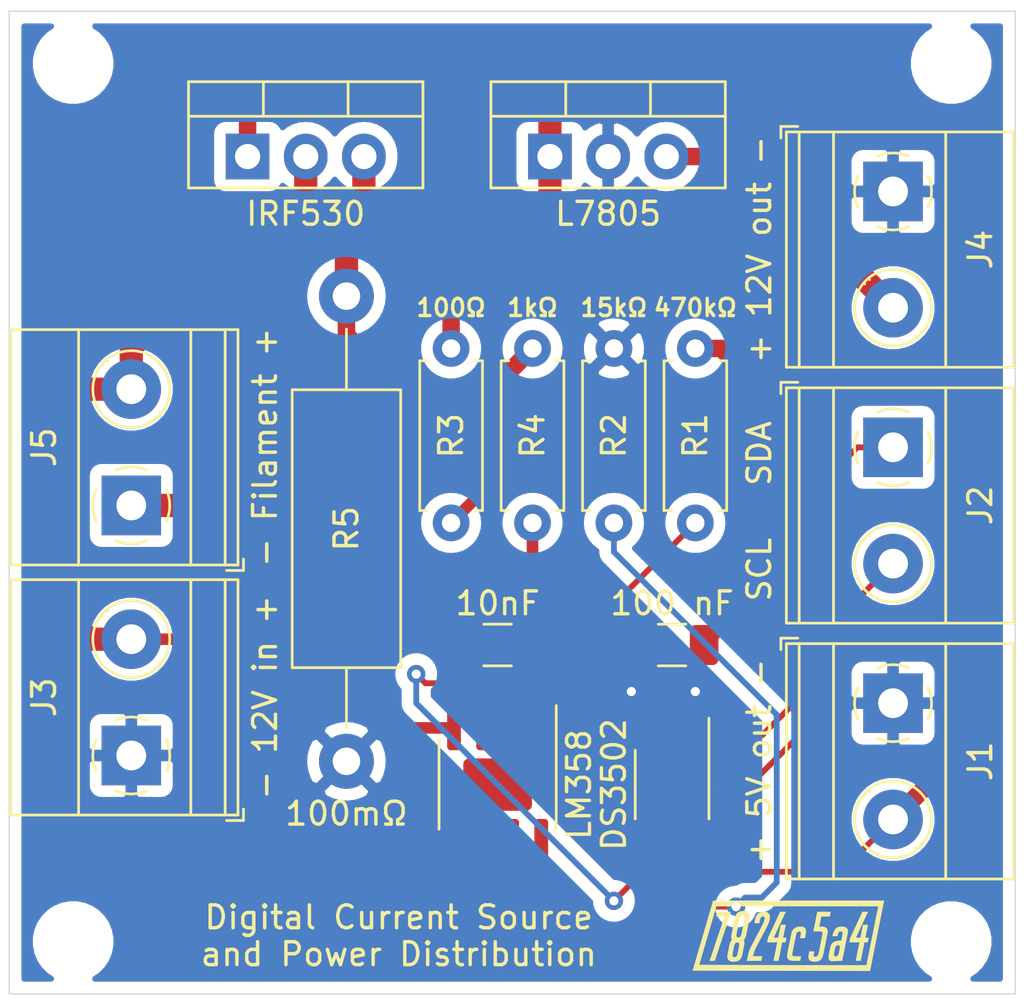
<source format=kicad_pcb>
(kicad_pcb (version 20171130) (host pcbnew "(5.1.4)-1")

  (general
    (thickness 1.6)
    (drawings 10)
    (tracks 122)
    (zones 0)
    (modules 21)
    (nets 14)
  )

  (page A4)
  (layers
    (0 F.Cu signal)
    (31 B.Cu signal)
    (32 B.Adhes user)
    (33 F.Adhes user)
    (34 B.Paste user)
    (35 F.Paste user)
    (36 B.SilkS user)
    (37 F.SilkS user)
    (38 B.Mask user)
    (39 F.Mask user)
    (40 Dwgs.User user)
    (41 Cmts.User user)
    (42 Eco1.User user)
    (43 Eco2.User user)
    (44 Edge.Cuts user)
    (45 Margin user)
    (46 B.CrtYd user)
    (47 F.CrtYd user)
    (48 B.Fab user)
    (49 F.Fab user hide)
  )

  (setup
    (last_trace_width 0.25)
    (user_trace_width 0.254)
    (user_trace_width 0.508)
    (user_trace_width 0.762)
    (user_trace_width 1.016)
    (trace_clearance 0.2)
    (zone_clearance 0.508)
    (zone_45_only no)
    (trace_min 0.2)
    (via_size 0.8)
    (via_drill 0.4)
    (via_min_size 0.4)
    (via_min_drill 0.3)
    (uvia_size 0.3)
    (uvia_drill 0.1)
    (uvias_allowed no)
    (uvia_min_size 0.2)
    (uvia_min_drill 0.1)
    (edge_width 0.05)
    (segment_width 0.2)
    (pcb_text_width 0.3)
    (pcb_text_size 1.5 1.5)
    (mod_edge_width 0.12)
    (mod_text_size 1 1)
    (mod_text_width 0.15)
    (pad_size 1.524 1.524)
    (pad_drill 0.762)
    (pad_to_mask_clearance 0.051)
    (solder_mask_min_width 0.25)
    (aux_axis_origin 0 0)
    (visible_elements 7FFFFFFF)
    (pcbplotparams
      (layerselection 0x010fc_ffffffff)
      (usegerberextensions false)
      (usegerberattributes false)
      (usegerberadvancedattributes false)
      (creategerberjobfile false)
      (excludeedgelayer true)
      (linewidth 0.100000)
      (plotframeref false)
      (viasonmask false)
      (mode 1)
      (useauxorigin false)
      (hpglpennumber 1)
      (hpglpenspeed 20)
      (hpglpendiameter 15.000000)
      (psnegative false)
      (psa4output false)
      (plotreference true)
      (plotvalue true)
      (plotinvisibletext false)
      (padsonsilk false)
      (subtractmaskfromsilk false)
      (outputformat 1)
      (mirror false)
      (drillshape 1)
      (scaleselection 1)
      (outputdirectory ""))
  )

  (net 0 "")
  (net 1 GND)
  (net 2 +5V)
  (net 3 "Net-(C2-Pad1)")
  (net 4 SDA)
  (net 5 SCL)
  (net 6 +12V)
  (net 7 FILin)
  (net 8 "Net-(Q1-Pad3)")
  (net 9 "Net-(Q1-Pad1)")
  (net 10 "Net-(R1-Pad2)")
  (net 11 "Net-(R2-Pad2)")
  (net 12 RH)
  (net 13 /lm358inv)

  (net_class Default "This is the default net class."
    (clearance 0.2)
    (trace_width 0.25)
    (via_dia 0.8)
    (via_drill 0.4)
    (uvia_dia 0.3)
    (uvia_drill 0.1)
    (add_net +12V)
    (add_net +5V)
    (add_net /lm358inv)
    (add_net FILin)
    (add_net GND)
    (add_net "Net-(C2-Pad1)")
    (add_net "Net-(Q1-Pad1)")
    (add_net "Net-(Q1-Pad3)")
    (add_net "Net-(R1-Pad2)")
    (add_net "Net-(R2-Pad2)")
    (add_net RH)
    (add_net SCL)
    (add_net SDA)
  )

  (module logo:logo (layer F.Cu) (tedit 0) (tstamp 5E182A6E)
    (at 218.186 133.096)
    (fp_text reference G*** (at 0 0) (layer F.Fab) hide
      (effects (font (size 1.524 1.524) (thickness 0.3)))
    )
    (fp_text value LOGO (at 0.75 0) (layer F.Fab) hide
      (effects (font (size 1.524 1.524) (thickness 0.3)))
    )
    (fp_poly (pts (xy 3.377173 -1.041371) (xy 3.399595 -1.041287) (xy 3.419895 -1.041153) (xy 3.437576 -1.040977)
      (xy 3.452141 -1.040764) (xy 3.463093 -1.040519) (xy 3.469937 -1.04025) (xy 3.47218 -1.039974)
      (xy 3.470917 -1.037135) (xy 3.467211 -1.029071) (xy 3.461181 -1.016039) (xy 3.452946 -0.998296)
      (xy 3.442626 -0.9761) (xy 3.430342 -0.949707) (xy 3.416213 -0.919374) (xy 3.400359 -0.885359)
      (xy 3.3829 -0.847919) (xy 3.363956 -0.80731) (xy 3.343646 -0.76379) (xy 3.32209 -0.717616)
      (xy 3.299409 -0.669044) (xy 3.275722 -0.618332) (xy 3.251149 -0.565737) (xy 3.22581 -0.511516)
      (xy 3.20929 -0.476174) (xy 3.183524 -0.42105) (xy 3.158449 -0.367389) (xy 3.134182 -0.315448)
      (xy 3.110845 -0.265484) (xy 3.088558 -0.217753) (xy 3.067439 -0.172513) (xy 3.047609 -0.13002)
      (xy 3.029188 -0.090533) (xy 3.012296 -0.054307) (xy 2.997052 -0.021599) (xy 2.983576 0.007332)
      (xy 2.971989 0.032231) (xy 2.962409 0.05284) (xy 2.954957 0.068902) (xy 2.949753 0.08016)
      (xy 2.946917 0.086358) (xy 2.9464 0.08755) (xy 2.948849 0.087846) (xy 2.955837 0.08812)
      (xy 2.966822 0.088364) (xy 2.981263 0.088571) (xy 2.998617 0.088734) (xy 3.018343 0.088845)
      (xy 3.0399 0.088897) (xy 3.046549 0.0889) (xy 3.146699 0.088899) (xy 3.150506 0.072231)
      (xy 3.151707 0.066608) (xy 3.154046 0.055322) (xy 3.157422 0.038865) (xy 3.161733 0.017733)
      (xy 3.166881 -0.007579) (xy 3.172764 -0.036577) (xy 3.179283 -0.068768) (xy 3.186336 -0.103655)
      (xy 3.193824 -0.140745) (xy 3.201646 -0.179544) (xy 3.205451 -0.198438) (xy 3.213364 -0.237734)
      (xy 3.220961 -0.275457) (xy 3.228147 -0.311123) (xy 3.234823 -0.34425) (xy 3.240892 -0.374355)
      (xy 3.246257 -0.400955) (xy 3.25082 -0.423569) (xy 3.254484 -0.441712) (xy 3.257152 -0.454903)
      (xy 3.258726 -0.462659) (xy 3.259072 -0.464344) (xy 3.261555 -0.47625) (xy 3.366867 -0.47625)
      (xy 3.389439 -0.476195) (xy 3.410352 -0.476037) (xy 3.42908 -0.475787) (xy 3.445092 -0.475459)
      (xy 3.457863 -0.475064) (xy 3.466864 -0.474613) (xy 3.471568 -0.474119) (xy 3.472144 -0.473869)
      (xy 3.47153 -0.470509) (xy 3.469759 -0.46143) (xy 3.466917 -0.447068) (xy 3.463091 -0.42786)
      (xy 3.458371 -0.404244) (xy 3.452843 -0.376656) (xy 3.446594 -0.345532) (xy 3.439712 -0.311311)
      (xy 3.432285 -0.274427) (xy 3.424401 -0.235319) (xy 3.416146 -0.194424) (xy 3.415514 -0.191294)
      (xy 3.358921 0.088899) (xy 3.43079 0.0889) (xy 3.449637 0.088995) (xy 3.466552 0.089265)
      (xy 3.480921 0.089686) (xy 3.492131 0.090234) (xy 3.499567 0.090885) (xy 3.502617 0.091614)
      (xy 3.50266 0.091713) (xy 3.502075 0.095267) (xy 3.500443 0.104048) (xy 3.497948 0.117124)
      (xy 3.494772 0.133561) (xy 3.491098 0.152425) (xy 3.487111 0.172782) (xy 3.482993 0.193701)
      (xy 3.478928 0.214247) (xy 3.475098 0.233487) (xy 3.471688 0.250487) (xy 3.468879 0.264315)
      (xy 3.466898 0.273843) (xy 3.464364 0.28575) (xy 3.319876 0.28575) (xy 3.318442 0.292893)
      (xy 3.317657 0.296808) (xy 3.315712 0.30651) (xy 3.312681 0.321625) (xy 3.308639 0.341782)
      (xy 3.303661 0.366607) (xy 3.297822 0.395728) (xy 3.291196 0.428772) (xy 3.283858 0.465366)
      (xy 3.275884 0.505137) (xy 3.267347 0.547713) (xy 3.258322 0.59272) (xy 3.248885 0.639787)
      (xy 3.239109 0.68854) (xy 3.237749 0.695325) (xy 3.15849 1.090612) (xy 3.052264 1.091441)
      (xy 2.946039 1.09227) (xy 2.947804 1.08532) (xy 2.948629 1.081431) (xy 2.950613 1.071753)
      (xy 2.953681 1.05666) (xy 2.957757 1.036522) (xy 2.962767 1.011713) (xy 2.968636 0.982603)
      (xy 2.975289 0.949566) (xy 2.98265 0.912973) (xy 2.990646 0.873196) (xy 2.999201 0.830607)
      (xy 3.008241 0.785579) (xy 3.017689 0.738482) (xy 3.027473 0.68969) (xy 3.029022 0.681962)
      (xy 3.108475 0.285553) (xy 2.888747 0.285855) (xy 2.855799 0.285888) (xy 2.824329 0.285895)
      (xy 2.794703 0.285878) (xy 2.76729 0.285838) (xy 2.742456 0.285777) (xy 2.72057 0.285695)
      (xy 2.701999 0.285594) (xy 2.68711 0.285476) (xy 2.676272 0.285341) (xy 2.669851 0.285191)
      (xy 2.668142 0.285061) (xy 2.668525 0.281831) (xy 2.670025 0.273195) (xy 2.6725 0.259898)
      (xy 2.675806 0.242685) (xy 2.679802 0.222302) (xy 2.684346 0.199495) (xy 2.686817 0.187226)
      (xy 2.70637 0.090487) (xy 2.970221 -0.475457) (xy 3.234072 -1.0414) (xy 3.353126 -1.0414)
      (xy 3.377173 -1.041371)) (layer F.SilkS) (width 0.01))
    (fp_poly (pts (xy 0.544746 -0.393639) (xy 0.573255 -0.392083) (xy 0.600331 -0.389553) (xy 0.624949 -0.386097)
      (xy 0.646084 -0.381761) (xy 0.65532 -0.379187) (xy 0.680418 -0.368862) (xy 0.703109 -0.354578)
      (xy 0.722783 -0.336892) (xy 0.738829 -0.31636) (xy 0.750637 -0.293537) (xy 0.751385 -0.291617)
      (xy 0.757882 -0.271534) (xy 0.762662 -0.249643) (xy 0.765705 -0.225506) (xy 0.766987 -0.198683)
      (xy 0.766485 -0.168737) (xy 0.764177 -0.135228) (xy 0.760041 -0.097719) (xy 0.754054 -0.055772)
      (xy 0.746194 -0.008946) (xy 0.736438 0.043195) (xy 0.733377 0.058737) (xy 0.72517 0.100012)
      (xy 0.620395 0.100841) (xy 0.594272 0.101024) (xy 0.572792 0.10111) (xy 0.555519 0.101083)
      (xy 0.542015 0.100926) (xy 0.531845 0.100625) (xy 0.524571 0.100162) (xy 0.519757 0.099522)
      (xy 0.516967 0.098688) (xy 0.515763 0.097645) (xy 0.51562 0.096992) (xy 0.516213 0.092769)
      (xy 0.517885 0.083242) (xy 0.520476 0.069265) (xy 0.523824 0.051692) (xy 0.527769 0.031378)
      (xy 0.532144 0.009209) (xy 0.536679 -0.0141) (xy 0.540862 -0.03655) (xy 0.544505 -0.057055)
      (xy 0.547419 -0.074525) (xy 0.549416 -0.087875) (xy 0.550258 -0.095267) (xy 0.550363 -0.120448)
      (xy 0.546597 -0.141629) (xy 0.538901 -0.158885) (xy 0.527219 -0.172289) (xy 0.511493 -0.181914)
      (xy 0.491667 -0.187835) (xy 0.477218 -0.189684) (xy 0.451065 -0.188625) (xy 0.426174 -0.181587)
      (xy 0.403028 -0.168795) (xy 0.382106 -0.150475) (xy 0.374376 -0.141533) (xy 0.370471 -0.136676)
      (xy 0.366913 -0.132155) (xy 0.363624 -0.127654) (xy 0.360527 -0.122856) (xy 0.357545 -0.117445)
      (xy 0.354599 -0.111104) (xy 0.351612 -0.103516) (xy 0.348507 -0.094366) (xy 0.345205 -0.083336)
      (xy 0.34163 -0.07011) (xy 0.337704 -0.054373) (xy 0.333348 -0.035806) (xy 0.328486 -0.014094)
      (xy 0.32304 0.01108) (xy 0.316933 0.040032) (xy 0.310086 0.073079) (xy 0.302422 0.110538)
      (xy 0.293864 0.152724) (xy 0.284333 0.199954) (xy 0.273753 0.252546) (xy 0.262046 0.310814)
      (xy 0.255566 0.343068) (xy 0.245477 0.39335) (xy 0.235697 0.44222) (xy 0.226303 0.489293)
      (xy 0.217369 0.534186) (xy 0.208972 0.576514) (xy 0.201187 0.615893) (xy 0.19409 0.651938)
      (xy 0.187756 0.684265) (xy 0.182261 0.712489) (xy 0.177681 0.736226) (xy 0.174091 0.755092)
      (xy 0.171566 0.768703) (xy 0.170184 0.776673) (xy 0.169985 0.778043) (xy 0.168003 0.807081)
      (xy 0.169839 0.832023) (xy 0.175564 0.853061) (xy 0.185249 0.870386) (xy 0.198966 0.884191)
      (xy 0.212516 0.892643) (xy 0.22733 0.900112) (xy 0.389255 0.901038) (xy 0.422316 0.901242)
      (xy 0.450649 0.901455) (xy 0.474605 0.901691) (xy 0.494534 0.901959) (xy 0.510789 0.902274)
      (xy 0.523719 0.902647) (xy 0.533677 0.90309) (xy 0.541013 0.903615) (xy 0.54608 0.904235)
      (xy 0.549227 0.904961) (xy 0.550807 0.905806) (xy 0.55118 0.906634) (xy 0.550582 0.910807)
      (xy 0.548894 0.920322) (xy 0.546269 0.934367) (xy 0.542862 0.952127) (xy 0.538829 0.97279)
      (xy 0.534323 0.995542) (xy 0.533083 1.001751) (xy 0.514986 1.0922) (xy 0.348298 1.091763)
      (xy 0.318888 1.091646) (xy 0.290394 1.091457) (xy 0.263319 1.091203) (xy 0.238167 1.090893)
      (xy 0.215443 1.090535) (xy 0.195651 1.090138) (xy 0.179295 1.089709) (xy 0.16688 1.089256)
      (xy 0.158908 1.088788) (xy 0.157623 1.088665) (xy 0.117024 1.082248) (xy 0.080716 1.072485)
      (xy 0.048704 1.059381) (xy 0.020996 1.04294) (xy -0.002405 1.023166) (xy -0.021491 1.000064)
      (xy -0.036257 0.973638) (xy -0.046698 0.943892) (xy -0.049476 0.931989) (xy -0.051495 0.917487)
      (xy -0.052763 0.898691) (xy -0.053253 0.877591) (xy -0.052942 0.856178) (xy -0.051806 0.836441)
      (xy -0.050767 0.826616) (xy -0.049748 0.820428) (xy -0.047574 0.80851) (xy -0.044329 0.791288)
      (xy -0.040098 0.769191) (xy -0.034967 0.742644) (xy -0.02902 0.712075) (xy -0.022343 0.677911)
      (xy -0.01502 0.64058) (xy -0.007137 0.600508) (xy 0.001222 0.558123) (xy 0.009972 0.513852)
      (xy 0.019027 0.468122) (xy 0.028303 0.42136) (xy 0.037714 0.373993) (xy 0.047176 0.326449)
      (xy 0.056603 0.279155) (xy 0.065911 0.232537) (xy 0.075014 0.187024) (xy 0.083829 0.143042)
      (xy 0.092268 0.101018) (xy 0.100249 0.061379) (xy 0.107684 0.024553) (xy 0.114491 -0.009033)
      (xy 0.120583 -0.038952) (xy 0.125875 -0.064776) (xy 0.130284 -0.08608) (xy 0.133722 -0.102435)
      (xy 0.136107 -0.113414) (xy 0.137219 -0.11812) (xy 0.151297 -0.162198) (xy 0.169051 -0.203348)
      (xy 0.190075 -0.24084) (xy 0.213966 -0.273942) (xy 0.238048 -0.299818) (xy 0.265037 -0.322757)
      (xy 0.29364 -0.342101) (xy 0.324488 -0.358131) (xy 0.358215 -0.371133) (xy 0.395449 -0.38139)
      (xy 0.436824 -0.389185) (xy 0.43688 -0.389194) (xy 0.460871 -0.392) (xy 0.487529 -0.393645)
      (xy 0.515829 -0.394176) (xy 0.544746 -0.393639)) (layer F.SilkS) (width 0.01))
    (fp_poly (pts (xy -0.21434 -1.04137) (xy -0.191923 -1.041284) (xy -0.171629 -1.041149) (xy -0.153955 -1.040969)
      (xy -0.139396 -1.040751) (xy -0.128451 -1.040502) (xy -0.121615 -1.040227) (xy -0.11938 -1.039947)
      (xy -0.120642 -1.037105) (xy -0.124348 -1.029038) (xy -0.130379 -1.016003) (xy -0.138613 -0.998257)
      (xy -0.148932 -0.976058) (xy -0.161216 -0.949662) (xy -0.175345 -0.919327) (xy -0.191198 -0.885309)
      (xy -0.208657 -0.847866) (xy -0.2276 -0.807254) (xy -0.24791 -0.763731) (xy -0.269464 -0.717554)
      (xy -0.292145 -0.66898) (xy -0.315831 -0.618266) (xy -0.340403 -0.565668) (xy -0.365742 -0.511445)
      (xy -0.38227 -0.476082) (xy -0.408035 -0.420956) (xy -0.43311 -0.367294) (xy -0.457376 -0.315351)
      (xy -0.480712 -0.265385) (xy -0.502999 -0.217654) (xy -0.524117 -0.172413) (xy -0.543947 -0.12992)
      (xy -0.562368 -0.090432) (xy -0.57926 -0.054205) (xy -0.594504 -0.021498) (xy -0.60798 0.007434)
      (xy -0.619568 0.032332) (xy -0.629148 0.052941) (xy -0.6366 0.069003) (xy -0.641805 0.080262)
      (xy -0.644642 0.086459) (xy -0.64516 0.087651) (xy -0.642711 0.08792) (xy -0.635721 0.08813)
      (xy -0.624731 0.088278) (xy -0.610282 0.088361) (xy -0.592913 0.088378) (xy -0.573164 0.088324)
      (xy -0.551575 0.088198) (xy -0.544439 0.088142) (xy -0.443717 0.087312) (xy -0.390913 -0.174625)
      (xy -0.38282 -0.214757) (xy -0.375006 -0.253479) (xy -0.367571 -0.290296) (xy -0.360615 -0.324717)
      (xy -0.354238 -0.356248) (xy -0.348539 -0.384395) (xy -0.343618 -0.408667) (xy -0.339575 -0.428568)
      (xy -0.336511 -0.443607) (xy -0.334524 -0.45329) (xy -0.333873 -0.456407) (xy -0.329636 -0.47625)
      (xy -0.224508 -0.47625) (xy -0.201955 -0.476204) (xy -0.18106 -0.47607) (xy -0.16235 -0.47586)
      (xy -0.146355 -0.475583) (xy -0.133604 -0.47525) (xy -0.124624 -0.47487) (xy -0.119944 -0.474454)
      (xy -0.11938 -0.474247) (xy -0.119988 -0.470941) (xy -0.121752 -0.461918) (xy -0.124583 -0.447615)
      (xy -0.128396 -0.428472) (xy -0.133101 -0.404927) (xy -0.138611 -0.377419) (xy -0.144838 -0.346385)
      (xy -0.151693 -0.312267) (xy -0.15909 -0.2755) (xy -0.16694 -0.236526) (xy -0.175156 -0.195781)
      (xy -0.17526 -0.195263) (xy -0.183485 -0.154458) (xy -0.191345 -0.115386) (xy -0.198751 -0.078491)
      (xy -0.205617 -0.044213) (xy -0.211854 -0.012996) (xy -0.217374 0.01472) (xy -0.22209 0.038493)
      (xy -0.225912 0.057879) (xy -0.228753 0.072438) (xy -0.230525 0.081727) (xy -0.23114 0.085305)
      (xy -0.23114 0.085308) (xy -0.229475 0.086458) (xy -0.224277 0.087367) (xy -0.215243 0.08805)
      (xy -0.202066 0.088523) (xy -0.184445 0.088801) (xy -0.162075 0.088899) (xy -0.16002 0.0889)
      (xy -0.135999 0.089016) (xy -0.11686 0.089363) (xy -0.102648 0.089939) (xy -0.093409 0.090742)
      (xy -0.089186 0.09177) (xy -0.0889 0.092165) (xy -0.089489 0.095799) (xy -0.091132 0.104665)
      (xy -0.093647 0.11784) (xy -0.096853 0.134396) (xy -0.100566 0.153409) (xy -0.104605 0.173952)
      (xy -0.108788 0.1951) (xy -0.112931 0.215928) (xy -0.116853 0.235509) (xy -0.120371 0.252919)
      (xy -0.123303 0.267231) (xy -0.124684 0.273843) (xy -0.127196 0.28575) (xy -0.271542 0.28575)
      (xy -0.273776 0.296068) (xy -0.27466 0.300387) (xy -0.2767 0.310488) (xy -0.279818 0.325995)
      (xy -0.28394 0.346528) (xy -0.28899 0.371709) (xy -0.294891 0.401161) (xy -0.30157 0.434506)
      (xy -0.308948 0.471365) (xy -0.316952 0.51136) (xy -0.325505 0.554114) (xy -0.334531 0.599248)
      (xy -0.343955 0.646384) (xy -0.353701 0.695144) (xy -0.35453 0.699293) (xy -0.43305 1.0922)
      (xy -0.645503 1.0922) (xy -0.643658 1.085056) (xy -0.642823 1.081141) (xy -0.640831 1.071439)
      (xy -0.637757 1.056321) (xy -0.633675 1.03616) (xy -0.628661 1.011328) (xy -0.62279 0.982198)
      (xy -0.616136 0.949141) (xy -0.608775 0.912531) (xy -0.600781 0.872741) (xy -0.59223 0.830141)
      (xy -0.583196 0.785105) (xy -0.573754 0.738005) (xy -0.56398 0.689214) (xy -0.562482 0.681733)
      (xy -0.48315 0.285553) (xy -0.702846 0.285855) (xy -0.735791 0.285888) (xy -0.767259 0.285895)
      (xy -0.796882 0.285878) (xy -0.824292 0.285838) (xy -0.849123 0.285777) (xy -0.871006 0.285695)
      (xy -0.889575 0.285594) (xy -0.90446 0.285476) (xy -0.915295 0.285341) (xy -0.921712 0.285191)
      (xy -0.923418 0.285061) (xy -0.923035 0.281831) (xy -0.921535 0.273195) (xy -0.91906 0.259898)
      (xy -0.915754 0.242685) (xy -0.911758 0.222302) (xy -0.907214 0.199495) (xy -0.904743 0.187226)
      (xy -0.88519 0.090487) (xy -0.621287 -0.475457) (xy -0.357383 -1.0414) (xy -0.238382 -1.0414)
      (xy -0.21434 -1.04137)) (layer F.SilkS) (width 0.01))
    (fp_poly (pts (xy -1.027437 -1.039807) (xy -1.009244 -1.039144) (xy -0.998861 -1.038278) (xy -0.961911 -1.031943)
      (xy -0.928974 -1.021732) (xy -0.900031 -1.007628) (xy -0.87506 -0.989612) (xy -0.854041 -0.967666)
      (xy -0.836952 -0.941773) (xy -0.823773 -0.911914) (xy -0.814986 -0.880472) (xy -0.810702 -0.851198)
      (xy -0.809305 -0.817771) (xy -0.810735 -0.78121) (xy -0.814931 -0.742533) (xy -0.821832 -0.702761)
      (xy -0.826932 -0.680076) (xy -0.831603 -0.661611) (xy -0.836629 -0.643208) (xy -0.842128 -0.624622)
      (xy -0.848216 -0.605608) (xy -0.855011 -0.585919) (xy -0.86263 -0.56531) (xy -0.871191 -0.543534)
      (xy -0.880811 -0.520346) (xy -0.891608 -0.495499) (xy -0.903698 -0.468749) (xy -0.917199 -0.43985)
      (xy -0.932229 -0.408554) (xy -0.948905 -0.374617) (xy -0.967343 -0.337793) (xy -0.987663 -0.297836)
      (xy -1.00998 -0.254499) (xy -1.034413 -0.207538) (xy -1.061078 -0.156706) (xy -1.090093 -0.101757)
      (xy -1.121576 -0.042446) (xy -1.155643 0.021473) (xy -1.192412 0.090246) (xy -1.212949 0.128587)
      (xy -1.246184 0.190684) (xy -1.276658 0.247805) (xy -1.304496 0.300198) (xy -1.329824 0.348111)
      (xy -1.35277 0.39179) (xy -1.373459 0.431485) (xy -1.392018 0.467444) (xy -1.408572 0.499913)
      (xy -1.423248 0.529141) (xy -1.436173 0.555376) (xy -1.447472 0.578865) (xy -1.457271 0.599857)
      (xy -1.465698 0.6186) (xy -1.472878 0.63534) (xy -1.478937 0.650327) (xy -1.479766 0.652462)
      (xy -1.491605 0.684466) (xy -1.503383 0.718791) (xy -1.514724 0.754168) (xy -1.52525 0.78933)
      (xy -1.534586 0.823008) (xy -1.542356 0.853934) (xy -1.548182 0.880839) (xy -1.549242 0.886514)
      (xy -1.551401 0.898525) (xy -1.14499 0.898525) (xy -1.146509 0.905668) (xy -1.147515 0.910489)
      (xy -1.149615 0.920619) (xy -1.152635 0.935216) (xy -1.1564 0.953441) (xy -1.160739 0.974452)
      (xy -1.165475 0.997408) (xy -1.166691 1.0033) (xy -1.185353 1.093787) (xy -1.498187 1.094593)
      (xy -1.537601 1.094687) (xy -1.575581 1.094761) (xy -1.611819 1.094816) (xy -1.646009 1.094852)
      (xy -1.677844 1.094869) (xy -1.707018 1.094868) (xy -1.733225 1.094849) (xy -1.756158 1.094812)
      (xy -1.775511 1.094757) (xy -1.790977 1.094684) (xy -1.802251 1.094594) (xy -1.809024 1.094486)
      (xy -1.81102 1.094376) (xy -1.81036 1.091017) (xy -1.808668 1.083523) (xy -1.807273 1.077579)
      (xy -1.805522 1.069535) (xy -1.802886 1.056572) (xy -1.799617 1.039959) (xy -1.795963 1.020969)
      (xy -1.792175 1.00087) (xy -1.792015 1.000009) (xy -1.777179 0.924378) (xy -1.761914 0.854591)
      (xy -1.746093 0.790156) (xy -1.729589 0.73058) (xy -1.712277 0.675369) (xy -1.699288 0.638175)
      (xy -1.694227 0.624545) (xy -1.688946 0.610826) (xy -1.683318 0.596766) (xy -1.677215 0.582112)
      (xy -1.670511 0.56661) (xy -1.663078 0.550009) (xy -1.654789 0.532056) (xy -1.645517 0.512499)
      (xy -1.635135 0.491084) (xy -1.623515 0.46756) (xy -1.610531 0.441673) (xy -1.596056 0.413172)
      (xy -1.579962 0.381803) (xy -1.562122 0.347313) (xy -1.54241 0.309452) (xy -1.520697 0.267965)
      (xy -1.496857 0.2226) (xy -1.470763 0.173105) (xy -1.442287 0.119227) (xy -1.411303 0.060713)
      (xy -1.377683 -0.002688) (xy -1.358889 -0.0381) (xy -1.326526 -0.099101) (xy -1.296857 -0.1551)
      (xy -1.269744 -0.206369) (xy -1.245052 -0.253177) (xy -1.222642 -0.295797) (xy -1.202377 -0.334499)
      (xy -1.184121 -0.369554) (xy -1.167736 -0.401233) (xy -1.153086 -0.429806) (xy -1.140032 -0.455545)
      (xy -1.128438 -0.47872) (xy -1.118167 -0.499602) (xy -1.109082 -0.518463) (xy -1.101045 -0.535573)
      (xy -1.093919 -0.551203) (xy -1.087568 -0.565623) (xy -1.081853 -0.579106) (xy -1.076639 -0.59192)
      (xy -1.071787 -0.604339) (xy -1.070425 -0.607915) (xy -1.056018 -0.648916) (xy -1.045166 -0.686443)
      (xy -1.037881 -0.720351) (xy -1.034175 -0.750498) (xy -1.03406 -0.77674) (xy -1.03755 -0.798934)
      (xy -1.044655 -0.816935) (xy -1.05158 -0.826733) (xy -1.059472 -0.834333) (xy -1.068092 -0.839523)
      (xy -1.078584 -0.842684) (xy -1.092092 -0.844196) (xy -1.1049 -0.844478) (xy -1.13167 -0.842713)
      (xy -1.154612 -0.837378) (xy -1.174202 -0.828272) (xy -1.190918 -0.815198) (xy -1.200251 -0.804754)
      (xy -1.207605 -0.794535) (xy -1.214123 -0.783337) (xy -1.220058 -0.770394) (xy -1.225663 -0.754937)
      (xy -1.231191 -0.736201) (xy -1.236895 -0.713416) (xy -1.24303 -0.685817) (xy -1.248908 -0.657317)
      (xy -1.25342 -0.634907) (xy -1.257648 -0.613946) (xy -1.261394 -0.595401) (xy -1.264464 -0.580243)
      (xy -1.266661 -0.569438) (xy -1.267706 -0.564357) (xy -1.270196 -0.55245) (xy -1.375508 -0.55245)
      (xy -1.399117 -0.552517) (xy -1.420649 -0.552706) (xy -1.439629 -0.553007) (xy -1.455584 -0.553405)
      (xy -1.468038 -0.553889) (xy -1.476518 -0.554446) (xy -1.480548 -0.555062) (xy -1.48082 -0.555276)
      (xy -1.48015 -0.563101) (xy -1.478283 -0.575903) (xy -1.475441 -0.592559) (xy -1.471842 -0.611947)
      (xy -1.467706 -0.632945) (xy -1.463252 -0.654431) (xy -1.458699 -0.675282) (xy -1.454267 -0.694376)
      (xy -1.451267 -0.706438) (xy -1.434825 -0.763065) (xy -1.416166 -0.814032) (xy -1.395201 -0.859447)
      (xy -1.371839 -0.899415) (xy -1.345992 -0.934045) (xy -1.317569 -0.963442) (xy -1.286482 -0.987714)
      (xy -1.25264 -1.006967) (xy -1.215955 -1.021308) (xy -1.179941 -1.030195) (xy -1.163294 -1.032745)
      (xy -1.143069 -1.034986) (xy -1.120384 -1.036869) (xy -1.096359 -1.038342) (xy -1.072113 -1.039356)
      (xy -1.048766 -1.039861) (xy -1.027437 -1.039807)) (layer F.SilkS) (width 0.01))
    (fp_poly (pts (xy -2.640146 -1.040914) (xy -2.616713 -1.040861) (xy -2.596734 -1.040761) (xy -2.579938 -1.04061)
      (xy -2.566054 -1.040404) (xy -2.554812 -1.040139) (xy -2.545939 -1.03981) (xy -2.539166 -1.039414)
      (xy -2.534221 -1.038946) (xy -2.530834 -1.038402) (xy -2.528732 -1.037777) (xy -2.527646 -1.037069)
      (xy -2.527304 -1.036272) (xy -2.5273 -1.036161) (xy -2.527964 -1.03187) (xy -2.529841 -1.022271)
      (xy -2.532763 -1.008166) (xy -2.536559 -0.990355) (xy -2.541061 -0.96964) (xy -2.546099 -0.946823)
      (xy -2.547941 -0.93856) (xy -2.568582 -0.846225) (xy -3.217858 1.093787) (xy -3.327521 1.094615)
      (xy -3.353994 1.094803) (xy -3.375823 1.094918) (xy -3.393445 1.094941) (xy -3.407296 1.094853)
      (xy -3.417814 1.094633) (xy -3.425434 1.094264) (xy -3.430594 1.093725) (xy -3.433728 1.092998)
      (xy -3.435275 1.092063) (xy -3.43567 1.090901) (xy -3.435469 1.089852) (xy -3.434363 1.086523)
      (xy -3.431362 1.077557) (xy -3.426541 1.063173) (xy -3.419972 1.043588) (xy -3.411728 1.019021)
      (xy -3.401884 0.98969) (xy -3.390511 0.955813) (xy -3.377683 0.917608) (xy -3.363474 0.875292)
      (xy -3.347956 0.829084) (xy -3.331203 0.779203) (xy -3.313289 0.725865) (xy -3.294285 0.669289)
      (xy -3.274266 0.609693) (xy -3.253305 0.547295) (xy -3.231475 0.482314) (xy -3.208849 0.414967)
      (xy -3.185501 0.345471) (xy -3.161503 0.274046) (xy -3.136929 0.20091) (xy -3.111853 0.126279)
      (xy -3.111028 0.123825) (xy -3.085942 0.049168) (xy -3.061359 -0.023994) (xy -3.037353 -0.095442)
      (xy -3.013996 -0.16496) (xy -2.991361 -0.232329) (xy -2.969521 -0.297333) (xy -2.94855 -0.359753)
      (xy -2.928521 -0.419373) (xy -2.909506 -0.475974) (xy -2.891579 -0.529339) (xy -2.874813 -0.579251)
      (xy -2.859281 -0.625492) (xy -2.845056 -0.667844) (xy -2.832211 -0.70609) (xy -2.820819 -0.740013)
      (xy -2.810953 -0.769394) (xy -2.802686 -0.794016) (xy -2.796092 -0.813662) (xy -2.791243 -0.828114)
      (xy -2.788213 -0.837155) (xy -2.787075 -0.840567) (xy -2.78707 -0.840582) (xy -2.78776 -0.84137)
      (xy -2.790548 -0.842054) (xy -2.795725 -0.842639) (xy -2.803585 -0.843132) (xy -2.814417 -0.843539)
      (xy -2.828515 -0.843868) (xy -2.846171 -0.844123) (xy -2.867675 -0.844313) (xy -2.89332 -0.844443)
      (xy -2.923397 -0.84452) (xy -2.958199 -0.84455) (xy -2.966449 -0.84455) (xy -3.001131 -0.844557)
      (xy -3.03108 -0.844585) (xy -3.056639 -0.844643) (xy -3.078155 -0.844744) (xy -3.095974 -0.844897)
      (xy -3.110441 -0.845114) (xy -3.121901 -0.845404) (xy -3.130701 -0.845779) (xy -3.137185 -0.846249)
      (xy -3.1417 -0.846824) (xy -3.14459 -0.847516) (xy -3.146203 -0.848335) (xy -3.146882 -0.849292)
      (xy -3.146988 -0.850107) (xy -3.146368 -0.8545) (xy -3.144652 -0.864233) (xy -3.141993 -0.87849)
      (xy -3.138547 -0.896456) (xy -3.134469 -0.917317) (xy -3.129914 -0.940258) (xy -3.128414 -0.947738)
      (xy -3.109914 -1.039813) (xy -2.818607 -1.04062) (xy -2.773839 -1.040739) (xy -2.733879 -1.040833)
      (xy -2.698458 -1.040895) (xy -2.667304 -1.040924) (xy -2.640146 -1.040914)) (layer F.SilkS) (width 0.01))
    (fp_poly (pts (xy 2.38817 -0.393547) (xy 2.42759 -0.38793) (xy 2.462713 -0.379273) (xy 2.493605 -0.36754)
      (xy 2.520337 -0.352697) (xy 2.542976 -0.334708) (xy 2.561592 -0.313539) (xy 2.576252 -0.289155)
      (xy 2.587026 -0.261521) (xy 2.59107 -0.246063) (xy 2.592992 -0.23291) (xy 2.594183 -0.215108)
      (xy 2.594657 -0.194286) (xy 2.59443 -0.172075) (xy 2.593517 -0.150107) (xy 2.591933 -0.130012)
      (xy 2.589848 -0.1143) (xy 2.588759 -0.108492) (xy 2.586496 -0.096841) (xy 2.583122 -0.079664)
      (xy 2.578699 -0.057276) (xy 2.573291 -0.029994) (xy 2.566961 0.001867) (xy 2.559772 0.037989)
      (xy 2.551787 0.078058) (xy 2.543068 0.121756) (xy 2.53368 0.168768) (xy 2.523685 0.218778)
      (xy 2.513145 0.271469) (xy 2.502125 0.326526) (xy 2.490687 0.383632) (xy 2.478894 0.442471)
      (xy 2.466809 0.502727) (xy 2.466707 0.503237) (xy 2.34823 1.093787) (xy 2.16281 1.099077)
      (xy 2.115959 1.100389) (xy 2.073921 1.10151) (xy 2.03643 1.102441) (xy 2.003221 1.103182)
      (xy 1.974028 1.103735) (xy 1.948588 1.104099) (xy 1.926633 1.104276) (xy 1.9079 1.104266)
      (xy 1.892122 1.10407) (xy 1.879034 1.103688) (xy 1.868372 1.103122) (xy 1.85987 1.102371)
      (xy 1.853263 1.101437) (xy 1.848286 1.10032) (xy 1.846865 1.099881) (xy 1.823936 1.089122)
      (xy 1.804129 1.073408) (xy 1.7876 1.052937) (xy 1.774504 1.027908) (xy 1.764994 0.998521)
      (xy 1.763801 0.993359) (xy 1.760707 0.973659) (xy 1.758892 0.94983) (xy 1.758402 0.923907)
      (xy 1.759285 0.897919) (xy 1.76116 0.877204) (xy 1.762919 0.865033) (xy 1.765799 0.847729)
      (xy 1.769657 0.826015) (xy 1.772497 0.81063) (xy 1.989608 0.81063) (xy 1.991023 0.835012)
      (xy 1.995244 0.85654) (xy 2.002096 0.874092) (xy 2.006062 0.88049) (xy 2.012397 0.886908)
      (xy 2.021621 0.893608) (xy 2.031708 0.899249) (xy 2.03835 0.901895) (xy 2.047927 0.903654)
      (xy 2.060822 0.904468) (xy 2.075338 0.904383) (xy 2.089774 0.903445) (xy 2.102431 0.901701)
      (xy 2.109571 0.899947) (xy 2.131546 0.889536) (xy 2.15165 0.873238) (xy 2.15574 0.868948)
      (xy 2.164523 0.857281) (xy 2.173931 0.841352) (xy 2.183056 0.822955) (xy 2.190991 0.803882)
      (xy 2.195637 0.790142) (xy 2.198644 0.779011) (xy 2.202583 0.762878) (xy 2.207263 0.742653)
      (xy 2.212494 0.719244) (xy 2.218088 0.69356) (xy 2.223855 0.666509) (xy 2.229605 0.639)
      (xy 2.235149 0.611943) (xy 2.240297 0.586245) (xy 2.244859 0.562816) (xy 2.248647 0.542564)
      (xy 2.25147 0.526398) (xy 2.253139 0.515227) (xy 2.253337 0.513486) (xy 2.25476 0.486984)
      (xy 2.253008 0.46481) (xy 2.2479 0.446779) (xy 2.239257 0.432704) (xy 2.226899 0.422399)
      (xy 2.210648 0.415678) (xy 2.190324 0.412355) (xy 2.165746 0.412243) (xy 2.156367 0.412905)
      (xy 2.143288 0.414353) (xy 2.133316 0.416445) (xy 2.12448 0.419781) (xy 2.114806 0.424963)
      (xy 2.112763 0.426174) (xy 2.090521 0.442949) (xy 2.071288 0.46471) (xy 2.055321 0.49111)
      (xy 2.042943 0.521584) (xy 2.040729 0.529713) (xy 2.037573 0.543135) (xy 2.033652 0.56095)
      (xy 2.029144 0.582256) (xy 2.024227 0.606152) (xy 2.019077 0.631738) (xy 2.013872 0.658114)
      (xy 2.00879 0.684377) (xy 2.004007 0.709628) (xy 1.999702 0.732965) (xy 1.996052 0.753488)
      (xy 1.993233 0.770295) (xy 1.991424 0.782487) (xy 1.991172 0.784515) (xy 1.989608 0.81063)
      (xy 1.772497 0.81063) (xy 1.774347 0.800613) (xy 1.779722 0.772243) (xy 1.785638 0.741629)
      (xy 1.79195 0.709493) (xy 1.798511 0.676555) (xy 1.805176 0.643539) (xy 1.8118 0.611166)
      (xy 1.818238 0.580157) (xy 1.824344 0.551236) (xy 1.829972 0.525124) (xy 1.834978 0.502543)
      (xy 1.839216 0.484214) (xy 1.842539 0.470861) (xy 1.84419 0.465032) (xy 1.860438 0.421093)
      (xy 1.88032 0.381577) (xy 1.903852 0.346464) (xy 1.931052 0.315735) (xy 1.961935 0.289369)
      (xy 1.99652 0.267348) (xy 2.027285 0.252671) (xy 2.050051 0.244005) (xy 2.073546 0.236689)
      (xy 2.09846 0.230598) (xy 2.125487 0.225611) (xy 2.15532 0.221604) (xy 2.188649 0.218454)
      (xy 2.226169 0.216039) (xy 2.23647 0.215526) (xy 2.255388 0.214606) (xy 2.272701 0.213711)
      (xy 2.287744 0.212879) (xy 2.299854 0.212148) (xy 2.308369 0.211558) (xy 2.312624 0.211146)
      (xy 2.312932 0.21108) (xy 2.314102 0.207895) (xy 2.316345 0.199156) (xy 2.319529 0.18548)
      (xy 2.323519 0.167482) (xy 2.328179 0.145775) (xy 2.333377 0.120977) (xy 2.338978 0.0937)
      (xy 2.344047 0.068566) (xy 2.350845 0.034464) (xy 2.356481 0.005882) (xy 2.361058 -0.017806)
      (xy 2.364683 -0.037229) (xy 2.367462 -0.053015) (xy 2.369501 -0.065791) (xy 2.370904 -0.076185)
      (xy 2.371777 -0.084824) (xy 2.372227 -0.092338) (xy 2.372359 -0.099353) (xy 2.37236 -0.099625)
      (xy 2.372112 -0.114061) (xy 2.371112 -0.124551) (xy 2.368971 -0.133486) (xy 2.365304 -0.143253)
      (xy 2.365281 -0.143307) (xy 2.35518 -0.160894) (xy 2.341286 -0.1746) (xy 2.323957 -0.184204)
      (xy 2.303549 -0.189487) (xy 2.288545 -0.1905) (xy 2.263618 -0.188697) (xy 2.241758 -0.183091)
      (xy 2.223118 -0.174187) (xy 2.207415 -0.162669) (xy 2.193729 -0.147693) (xy 2.181779 -0.128709)
      (xy 2.171285 -0.105169) (xy 2.161966 -0.076523) (xy 2.15354 -0.04222) (xy 2.151998 -0.034925)
      (xy 2.142485 0.011112) (xy 2.037712 0.011941) (xy 2.011911 0.012137) (xy 1.990734 0.012261)
      (xy 1.973724 0.012291) (xy 1.960426 0.012203) (xy 1.950383 0.011974) (xy 1.943139 0.011582)
      (xy 1.938238 0.011003) (xy 1.935224 0.010215) (xy 1.93364 0.009193) (xy 1.933031 0.007915)
      (xy 1.93294 0.006639) (xy 1.93373 -0.000042) (xy 1.9359 -0.011451) (xy 1.939146 -0.026327)
      (xy 1.943165 -0.043405) (xy 1.947652 -0.061424) (xy 1.952304 -0.07912) (xy 1.956819 -0.095231)
      (xy 1.959759 -0.104968) (xy 1.978383 -0.158047) (xy 1.999076 -0.205406) (xy 2.02194 -0.247179)
      (xy 2.047075 -0.283499) (xy 2.074582 -0.3145) (xy 2.104561 -0.340315) (xy 2.137114 -0.361079)
      (xy 2.16154 -0.372701) (xy 2.17923 -0.379351) (xy 2.197435 -0.38467) (xy 2.217048 -0.388809)
      (xy 2.238961 -0.391924) (xy 2.264067 -0.394165) (xy 2.29326 -0.395688) (xy 2.29616 -0.395796)
      (xy 2.344383 -0.396157) (xy 2.38817 -0.393547)) (layer F.SilkS) (width 0.01))
    (fp_poly (pts (xy 1.605516 -1.041375) (xy 1.651208 -1.041297) (xy 1.691918 -1.041167) (xy 1.727693 -1.040984)
      (xy 1.758582 -1.040748) (xy 1.784634 -1.040458) (xy 1.805897 -1.040113) (xy 1.82242 -1.039712)
      (xy 1.83425 -1.039257) (xy 1.841437 -1.038745) (xy 1.844029 -1.038176) (xy 1.84404 -1.038135)
      (xy 1.843451 -1.034501) (xy 1.841808 -1.025635) (xy 1.839293 -1.01246) (xy 1.836087 -0.995904)
      (xy 1.832374 -0.976891) (xy 1.828335 -0.956348) (xy 1.824152 -0.9352) (xy 1.820009 -0.914372)
      (xy 1.816087 -0.894791) (xy 1.812569 -0.877381) (xy 1.809637 -0.863069) (xy 1.808256 -0.856457)
      (xy 1.805744 -0.84455) (xy 1.437835 -0.84455) (xy 1.435317 -0.832644) (xy 1.433376 -0.823281)
      (xy 1.430468 -0.809004) (xy 1.426712 -0.790416) (xy 1.422229 -0.768117) (xy 1.417138 -0.742709)
      (xy 1.411557 -0.714794) (xy 1.405607 -0.684972) (xy 1.399407 -0.653846) (xy 1.393076 -0.622015)
      (xy 1.386734 -0.590083) (xy 1.380499 -0.55865) (xy 1.374492 -0.528317) (xy 1.368833 -0.499686)
      (xy 1.363639 -0.473359) (xy 1.359031 -0.449936) (xy 1.355128 -0.430019) (xy 1.352049 -0.41421)
      (xy 1.349915 -0.403109) (xy 1.348844 -0.397319) (xy 1.34874 -0.396617) (xy 1.350395 -0.395535)
      (xy 1.35557 -0.394807) (xy 1.364574 -0.394428) (xy 1.377716 -0.394392) (xy 1.395308 -0.394693)
      (xy 1.41766 -0.395325) (xy 1.417955 -0.395334) (xy 1.440658 -0.395984) (xy 1.45919 -0.396305)
      (xy 1.474456 -0.396269) (xy 1.487359 -0.39585) (xy 1.498803 -0.395021) (xy 1.509691 -0.393756)
      (xy 1.51892 -0.392362) (xy 1.557607 -0.384096) (xy 1.591926 -0.372653) (xy 1.621922 -0.357991)
      (xy 1.647645 -0.340069) (xy 1.669142 -0.318845) (xy 1.68646 -0.294279) (xy 1.699649 -0.266328)
      (xy 1.708754 -0.23495) (xy 1.710431 -0.226386) (xy 1.713107 -0.204644) (xy 1.714299 -0.179429)
      (xy 1.71397 -0.153353) (xy 1.712081 -0.12903) (xy 1.711832 -0.127) (xy 1.710799 -0.120728)
      (xy 1.70859 -0.108724) (xy 1.705289 -0.091405) (xy 1.70098 -0.069192) (xy 1.695749 -0.042503)
      (xy 1.689681 -0.011756) (xy 1.68286 0.022629) (xy 1.67537 0.060234) (xy 1.667297 0.100641)
      (xy 1.658725 0.143429) (xy 1.64974 0.188182) (xy 1.640425 0.234479) (xy 1.630865 0.281903)
      (xy 1.621146 0.330034) (xy 1.611352 0.378453) (xy 1.601567 0.426743) (xy 1.591877 0.474483)
      (xy 1.582365 0.521256) (xy 1.573118 0.566643) (xy 1.564219 0.610224) (xy 1.555754 0.651582)
      (xy 1.547807 0.690297) (xy 1.540462 0.725951) (xy 1.533806 0.758125) (xy 1.527921 0.7864)
      (xy 1.522893 0.810357) (xy 1.518808 0.829578) (xy 1.515748 0.843644) (xy 1.5138 0.852136)
      (xy 1.51335 0.853882) (xy 1.497591 0.902337) (xy 1.478843 0.946177) (xy 1.457249 0.985103)
      (xy 1.436596 1.014316) (xy 1.411837 1.042072) (xy 1.384862 1.065533) (xy 1.355246 1.084929)
      (xy 1.322563 1.100491) (xy 1.286386 1.112451) (xy 1.246288 1.121039) (xy 1.237107 1.122468)
      (xy 1.22439 1.123873) (xy 1.207931 1.125008) (xy 1.188723 1.125866) (xy 1.167759 1.12644)
      (xy 1.146032 1.126723) (xy 1.124534 1.126709) (xy 1.104258 1.126389) (xy 1.086197 1.125758)
      (xy 1.071343 1.124807) (xy 1.06172 1.123703) (xy 1.02478 1.115715) (xy 0.991849 1.104118)
      (xy 0.962972 1.088951) (xy 0.938195 1.070254) (xy 0.917564 1.048069) (xy 0.901127 1.022434)
      (xy 0.888929 0.99339) (xy 0.882413 0.968523) (xy 0.880493 0.956672) (xy 0.879407 0.943467)
      (xy 0.879075 0.92725) (xy 0.879411 0.90661) (xy 0.879844 0.895107) (xy 0.880574 0.883715)
      (xy 0.881712 0.87178) (xy 0.883368 0.858647) (xy 0.885653 0.843664) (xy 0.888675 0.826177)
      (xy 0.892546 0.80553) (xy 0.897377 0.78107) (xy 0.903276 0.752144) (xy 0.910355 0.718096)
      (xy 0.914632 0.697706) (xy 0.917135 0.6858) (xy 1.022447 0.6858) (xy 1.045021 0.685842)
      (xy 1.065937 0.685965) (xy 1.084669 0.686157) (xy 1.100687 0.686411) (xy 1.113463 0.686716)
      (xy 1.122471 0.687064) (xy 1.12718 0.687446) (xy 1.12776 0.687639) (xy 1.127163 0.691119)
      (xy 1.125492 0.699852) (xy 1.122923 0.712938) (xy 1.119635 0.729476) (xy 1.115804 0.748565)
      (xy 1.11379 0.758544) (xy 1.107996 0.788229) (xy 1.103797 0.812668) (xy 1.101203 0.832646)
      (xy 1.100223 0.84895) (xy 1.100867 0.862364) (xy 1.103145 0.873674) (xy 1.107067 0.883668)
      (xy 1.112641 0.893131) (xy 1.115489 0.897152) (xy 1.127204 0.90997) (xy 1.140559 0.918329)
      (xy 1.156426 0.922594) (xy 1.175677 0.923131) (xy 1.17729 0.923031) (xy 1.203566 0.918164)
      (xy 1.228956 0.907537) (xy 1.252755 0.891736) (xy 1.274255 0.871348) (xy 1.292753 0.846959)
      (xy 1.307541 0.819154) (xy 1.310235 0.812615) (xy 1.312045 0.807988) (xy 1.313717 0.803609)
      (xy 1.315323 0.799152) (xy 1.316931 0.794288) (xy 1.318612 0.788692) (xy 1.320436 0.782035)
      (xy 1.322472 0.773991) (xy 1.324791 0.764231) (xy 1.327461 0.75243) (xy 1.330554 0.73826)
      (xy 1.334139 0.721393) (xy 1.338286 0.701502) (xy 1.343065 0.678261) (xy 1.348545 0.651341)
      (xy 1.354797 0.620416) (xy 1.361891 0.585159) (xy 1.369895 0.545241) (xy 1.378881 0.500336)
      (xy 1.388918 0.450118) (xy 1.400077 0.394257) (xy 1.407163 0.358775) (xy 1.41919 0.298552)
      (xy 1.430045 0.244175) (xy 1.439789 0.195326) (xy 1.448481 0.15169) (xy 1.456182 0.112951)
      (xy 1.462951 0.078792) (xy 1.468849 0.048898) (xy 1.473935 0.022953) (xy 1.47827 0.00064)
      (xy 1.481913 -0.018355) (xy 1.484925 -0.03435) (xy 1.487365 -0.04766) (xy 1.489294 -0.058601)
      (xy 1.490772 -0.067489) (xy 1.491858 -0.07464) (xy 1.492613 -0.08037) (xy 1.493097 -0.084995)
      (xy 1.493369 -0.088831) (xy 1.49349 -0.092194) (xy 1.493519 -0.0954) (xy 1.49352 -0.095877)
      (xy 1.491373 -0.121216) (xy 1.484958 -0.14313) (xy 1.474308 -0.161551) (xy 1.459461 -0.176405)
      (xy 1.449698 -0.182927) (xy 1.43383 -0.192088) (xy 1.26492 -0.19267) (xy 1.231493 -0.192791)
      (xy 1.202789 -0.192916) (xy 1.178452 -0.193059) (xy 1.158125 -0.193233) (xy 1.141452 -0.193451)
      (xy 1.128076 -0.193728) (xy 1.11764 -0.194075) (xy 1.109788 -0.194508) (xy 1.104163 -0.195039)
      (xy 1.100408 -0.195682) (xy 1.098168 -0.19645) (xy 1.097084 -0.197357) (xy 1.096802 -0.198416)
      (xy 1.096851 -0.19902) (xy 1.097546 -0.20266) (xy 1.099388 -0.21202) (xy 1.102289 -0.226661)
      (xy 1.106161 -0.246142) (xy 1.110915 -0.270025) (xy 1.116465 -0.297869) (xy 1.122722 -0.329234)
      (xy 1.129598 -0.363682) (xy 1.137005 -0.400772) (xy 1.144856 -0.440066) (xy 1.153061 -0.481122)
      (xy 1.161534 -0.523503) (xy 1.170187 -0.566767) (xy 1.17893 -0.610476) (xy 1.187678 -0.654189)
      (xy 1.19634 -0.697468) (xy 1.204831 -0.739873) (xy 1.21306 -0.780963) (xy 1.220942 -0.820299)
      (xy 1.228387 -0.857443) (xy 1.235308 -0.891953) (xy 1.241617 -0.923391) (xy 1.247226 -0.951316)
      (xy 1.252047 -0.97529) (xy 1.255991 -0.994872) (xy 1.258972 -1.009623) (xy 1.2609 -1.019104)
      (xy 1.261406 -1.021557) (xy 1.265545 -1.0414) (xy 1.554792 -1.0414) (xy 1.605516 -1.041375)) (layer F.SilkS) (width 0.01))
    (fp_poly (pts (xy -1.915003 -1.078278) (xy -1.877359 -1.074707) (xy -1.843826 -1.06862) (xy -1.814093 -1.059909)
      (xy -1.787848 -1.048467) (xy -1.76478 -1.034187) (xy -1.744577 -1.016962) (xy -1.730673 -1.001495)
      (xy -1.71542 -0.979781) (xy -1.703999 -0.956857) (xy -1.695798 -0.931194) (xy -1.690204 -0.901259)
      (xy -1.690056 -0.900173) (xy -1.689042 -0.892526) (xy -1.688191 -0.885296) (xy -1.687557 -0.878146)
      (xy -1.687195 -0.870741) (xy -1.68716 -0.862746) (xy -1.687505 -0.853826) (xy -1.688286 -0.843644)
      (xy -1.689556 -0.831866) (xy -1.691372 -0.818155) (xy -1.693787 -0.802177) (xy -1.696855 -0.783596)
      (xy -1.700632 -0.762076) (xy -1.705172 -0.737282) (xy -1.710529 -0.708879) (xy -1.716759 -0.676531)
      (xy -1.723915 -0.639902) (xy -1.732053 -0.598658) (xy -1.741226 -0.552461) (xy -1.75149 -0.500979)
      (xy -1.762899 -0.443873) (xy -1.77036 -0.406554) (xy -1.780203 -0.357405) (xy -1.789796 -0.309663)
      (xy -1.799057 -0.263722) (xy -1.807906 -0.219979) (xy -1.816262 -0.17883) (xy -1.824042 -0.140668)
      (xy -1.831168 -0.105891) (xy -1.837557 -0.074893) (xy -1.843128 -0.048071) (xy -1.8478 -0.025819)
      (xy -1.851493 -0.008533) (xy -1.854125 0.003391) (xy -1.855615 0.009558) (xy -1.855637 0.009635)
      (xy -1.867573 0.046348) (xy -1.88133 0.080142) (xy -1.890267 0.098425) (xy -1.898767 0.113052)
      (xy -1.909346 0.129033) (xy -1.920879 0.144856) (xy -1.932246 0.159005) (xy -1.942322 0.169968)
      (xy -1.945547 0.172956) (xy -1.955644 0.181702) (xy -1.94845 0.194832) (xy -1.934808 0.225242)
      (xy -1.925791 0.258243) (xy -1.921397 0.293853) (xy -1.921623 0.33209) (xy -1.923686 0.354012)
      (xy -1.925187 0.364175) (xy -1.927814 0.37969) (xy -1.931446 0.399946) (xy -1.93596 0.424332)
      (xy -1.941234 0.452237) (xy -1.947145 0.48305) (xy -1.953573 0.516161) (xy -1.960394 0.550958)
      (xy -1.967487 0.586831) (xy -1.974728 0.623168) (xy -1.981997 0.65936) (xy -1.989171 0.694794)
      (xy -1.996127 0.728859) (xy -2.002744 0.760946) (xy -2.0089 0.790443) (xy -2.014472 0.81674)
      (xy -2.019338 0.839224) (xy -2.023376 0.857286) (xy -2.026463 0.870315) (xy -2.028284 0.877086)
      (xy -2.041869 0.916024) (xy -2.057395 0.950346) (xy -2.075671 0.981626) (xy -2.097229 1.011092)
      (xy -2.125465 1.041787) (xy -2.156992 1.067802) (xy -2.191855 1.08916) (xy -2.230102 1.105883)
      (xy -2.271779 1.117995) (xy -2.316933 1.125519) (xy -2.33045 1.126827) (xy -2.379039 1.12939)
      (xy -2.424993 1.12878) (xy -2.451273 1.126961) (xy -2.486546 1.122271) (xy -2.518094 1.11473)
      (xy -2.546842 1.104045) (xy -2.573715 1.089924) (xy -2.57937 1.08639) (xy -2.603897 1.067401)
      (xy -2.624366 1.044679) (xy -2.640703 1.018432) (xy -2.652832 0.988872) (xy -2.660678 0.956209)
      (xy -2.664164 0.920652) (xy -2.663216 0.882411) (xy -2.66074 0.860047) (xy -2.659518 0.852488)
      (xy -2.443036 0.852488) (xy -2.440746 0.875176) (xy -2.435897 0.893501) (xy -2.435704 0.893994)
      (xy -2.428454 0.907965) (xy -2.41877 0.918851) (xy -2.406184 0.926861) (xy -2.390232 0.932203)
      (xy -2.370449 0.935089) (xy -2.346369 0.935726) (xy -2.34315 0.935661) (xy -2.329315 0.935231)
      (xy -2.319263 0.934546) (xy -2.311698 0.933323) (xy -2.305323 0.931279) (xy -2.298842 0.928132)
      (xy -2.29282 0.924696) (xy -2.273712 0.910067) (xy -2.256916 0.88993) (xy -2.24239 0.86422)
      (xy -2.230095 0.832869) (xy -2.224162 0.8128) (xy -2.221455 0.801818) (xy -2.217822 0.785823)
      (xy -2.213397 0.765486) (xy -2.208311 0.741478) (xy -2.202697 0.714472) (xy -2.196688 0.685137)
      (xy -2.190416 0.654147) (xy -2.184015 0.622172) (xy -2.177616 0.589884) (xy -2.171354 0.557954)
      (xy -2.165359 0.527055) (xy -2.159765 0.497857) (xy -2.154704 0.471031) (xy -2.15031 0.447251)
      (xy -2.146715 0.427186) (xy -2.14405 0.411509) (xy -2.142451 0.400891) (xy -2.142052 0.397151)
      (xy -2.142149 0.371448) (xy -2.145979 0.349589) (xy -2.153694 0.33091) (xy -2.159365 0.322135)
      (xy -2.169719 0.310897) (xy -2.182479 0.302471) (xy -2.198456 0.296461) (xy -2.218458 0.292472)
      (xy -2.22076 0.292163) (xy -2.248791 0.290997) (xy -2.274039 0.295141) (xy -2.296558 0.304633)
      (xy -2.316398 0.319512) (xy -2.333613 0.339818) (xy -2.348253 0.365589) (xy -2.360372 0.396866)
      (xy -2.360508 0.397292) (xy -2.362239 0.403947) (xy -2.365006 0.416103) (xy -2.368673 0.433079)
      (xy -2.373107 0.454196) (xy -2.378172 0.478774) (xy -2.383736 0.506134) (xy -2.389663 0.535596)
      (xy -2.39582 0.566481) (xy -2.402072 0.598109) (xy -2.408286 0.6298) (xy -2.414326 0.660876)
      (xy -2.420059 0.690656) (xy -2.42535 0.71846) (xy -2.430066 0.74361) (xy -2.434071 0.765426)
      (xy -2.437233 0.783228) (xy -2.439416 0.796336) (xy -2.43975 0.798512) (xy -2.442719 0.826559)
      (xy -2.443036 0.852488) (xy -2.659518 0.852488) (xy -2.659347 0.851432) (xy -2.656841 0.837383)
      (xy -2.653345 0.818516) (xy -2.648981 0.795449) (xy -2.643872 0.768799) (xy -2.63814 0.739183)
      (xy -2.631907 0.707218) (xy -2.625297 0.673522) (xy -2.618433 0.638711) (xy -2.611435 0.603403)
      (xy -2.604428 0.568215) (xy -2.597533 0.533763) (xy -2.590873 0.500667) (xy -2.584571 0.469541)
      (xy -2.57875 0.441004) (xy -2.573531 0.415673) (xy -2.569037 0.394165) (xy -2.565391 0.377096)
      (xy -2.562716 0.365086) (xy -2.561348 0.3595) (xy -2.546532 0.314983) (xy -2.527172 0.27303)
      (xy -2.503527 0.234137) (xy -2.480106 0.203684) (xy -2.458425 0.178328) (xy -2.467334 0.162827)
      (xy -2.479812 0.135794) (xy -2.488461 0.105089) (xy -2.493182 0.071352) (xy -2.493879 0.035219)
      (xy -2.491515 0.00537) (xy -2.490532 -0.000736) (xy -2.488395 -0.012536) (xy -2.48775 -0.015974)
      (xy -2.272183 -0.015974) (xy -2.270242 0.009967) (xy -2.264896 0.031317) (xy -2.25611 0.048176)
      (xy -2.24385 0.060642) (xy -2.231101 0.06769) (xy -2.22294 0.070832) (xy -2.215953 0.073001)
      (xy -2.208925 0.074348) (xy -2.200642 0.075024) (xy -2.189887 0.075181) (xy -2.175447 0.074969)
      (xy -2.17297 0.074916) (xy -2.158176 0.07442) (xy -2.147149 0.073522) (xy -2.138582 0.072001)
      (xy -2.131165 0.069636) (xy -2.12471 0.06676) (xy -2.107475 0.05502) (xy -2.091427 0.03735)
      (xy -2.076745 0.014044) (xy -2.063609 -0.014602) (xy -2.052198 -0.048295) (xy -2.050117 -0.05569)
      (xy -2.048449 -0.062648) (xy -2.045657 -0.07533) (xy -2.041832 -0.093292) (xy -2.037063 -0.116092)
      (xy -2.031441 -0.143288) (xy -2.025056 -0.174436) (xy -2.018 -0.209095) (xy -2.010362 -0.246822)
      (xy -2.002232 -0.287174) (xy -1.993702 -0.329709) (xy -1.984861 -0.373983) (xy -1.975865 -0.419228)
      (xy -1.96483 -0.474885) (xy -1.954971 -0.524737) (xy -1.946229 -0.56914) (xy -1.938546 -0.608449)
      (xy -1.931866 -0.64302) (xy -1.926129 -0.673207) (xy -1.921278 -0.699366) (xy -1.917256 -0.721852)
      (xy -1.914004 -0.741021) (xy -1.911464 -0.757228) (xy -1.909579 -0.770829) (xy -1.908291 -0.782178)
      (xy -1.907541 -0.791632) (xy -1.907273 -0.799545) (xy -1.907428 -0.806272) (xy -1.907949 -0.81217)
      (xy -1.908777 -0.817593) (xy -1.909854 -0.822898) (xy -1.910021 -0.82365) (xy -1.916738 -0.842553)
      (xy -1.927609 -0.857833) (xy -1.942642 -0.869494) (xy -1.96184 -0.877539) (xy -1.985211 -0.88197)
      (xy -2.003862 -0.882924) (xy -2.027599 -0.881579) (xy -2.047682 -0.877025) (xy -2.065025 -0.868826)
      (xy -2.080543 -0.856546) (xy -2.095151 -0.839749) (xy -2.0955 -0.839283) (xy -2.098727 -0.835073)
      (xy -2.101648 -0.831347) (xy -2.104329 -0.827819) (xy -2.106838 -0.824202) (xy -2.109242 -0.82021)
      (xy -2.111609 -0.815557) (xy -2.114005 -0.809957) (xy -2.116498 -0.803124) (xy -2.119156 -0.794771)
      (xy -2.122046 -0.784612) (xy -2.125235 -0.77236) (xy -2.12879 -0.757731) (xy -2.132778 -0.740437)
      (xy -2.137268 -0.720192) (xy -2.142326 -0.69671) (xy -2.14802 -0.669705) (xy -2.154416 -0.63889)
      (xy -2.161583 -0.60398) (xy -2.169587 -0.564688) (xy -2.178496 -0.520727) (xy -2.188377 -0.471813)
      (xy -2.199297 -0.417657) (xy -2.211324 -0.357975) (xy -2.224526 -0.29248) (xy -2.227163 -0.2794)
      (xy -2.235816 -0.236218) (xy -2.243687 -0.196383) (xy -2.250704 -0.160275) (xy -2.256797 -0.128278)
      (xy -2.261894 -0.100772) (xy -2.265923 -0.078141) (xy -2.268812 -0.060765) (xy -2.27049 -0.049026)
      (xy -2.270753 -0.046603) (xy -2.272183 -0.015974) (xy -2.48775 -0.015974) (xy -2.485198 -0.029569)
      (xy -2.481033 -0.051371) (xy -2.47599 -0.07748) (xy -2.470164 -0.107435) (xy -2.463644 -0.140773)
      (xy -2.456525 -0.177032) (xy -2.448897 -0.215749) (xy -2.440853 -0.256463) (xy -2.432485 -0.298711)
      (xy -2.423885 -0.342032) (xy -2.415146 -0.385962) (xy -2.406358 -0.430039) (xy -2.397615 -0.473802)
      (xy -2.389009 -0.516789) (xy -2.38063 -0.558536) (xy -2.372573 -0.598582) (xy -2.364928 -0.636464)
      (xy -2.357789 -0.671721) (xy -2.351246 -0.70389) (xy -2.345392 -0.732509) (xy -2.340319 -0.757116)
      (xy -2.336119 -0.777248) (xy -2.332885 -0.792444) (xy -2.330709 -0.802241) (xy -2.330073 -0.804863)
      (xy -2.315633 -0.850971) (xy -2.297162 -0.893274) (xy -2.274791 -0.93161) (xy -2.248649 -0.96582)
      (xy -2.218866 -0.995743) (xy -2.18557 -1.021218) (xy -2.148892 -1.042085) (xy -2.132737 -1.049342)
      (xy -2.100886 -1.060873) (xy -2.067337 -1.069509) (xy -2.031303 -1.075385) (xy -1.99199 -1.078637)
      (xy -1.95707 -1.079441) (xy -1.915003 -1.078278)) (layer F.SilkS) (width 0.01))
    (fp_poly (pts (xy 2.307585 -1.536126) (xy 2.419191 -1.536119) (xy 2.526638 -1.536108) (xy 2.629992 -1.536094)
      (xy 2.729318 -1.536076) (xy 2.824684 -1.536054) (xy 2.916153 -1.536028) (xy 3.003793 -1.535998)
      (xy 3.087669 -1.535964) (xy 3.167847 -1.535927) (xy 3.244392 -1.535885) (xy 3.317371 -1.535839)
      (xy 3.386849 -1.535788) (xy 3.452892 -1.535734) (xy 3.515565 -1.535675) (xy 3.574936 -1.535611)
      (xy 3.631068 -1.535543) (xy 3.684029 -1.535471) (xy 3.733884 -1.535394) (xy 3.780699 -1.535313)
      (xy 3.824539 -1.535226) (xy 3.86547 -1.535136) (xy 3.903559 -1.53504) (xy 3.938871 -1.534939)
      (xy 3.971471 -1.534834) (xy 4.001426 -1.534723) (xy 4.028802 -1.534608) (xy 4.053664 -1.534488)
      (xy 4.076077 -1.534362) (xy 4.096109 -1.534231) (xy 4.113824 -1.534095) (xy 4.129288 -1.533954)
      (xy 4.142568 -1.533807) (xy 4.153728 -1.533655) (xy 4.162836 -1.533498) (xy 4.169955 -1.533335)
      (xy 4.175154 -1.533166) (xy 4.178496 -1.532992) (xy 4.180049 -1.532812) (xy 4.180182 -1.532733)
      (xy 4.179495 -1.529431) (xy 4.177613 -1.520154) (xy 4.174572 -1.505089) (xy 4.170409 -1.484419)
      (xy 4.165162 -1.458332) (xy 4.158869 -1.427011) (xy 4.151565 -1.390644) (xy 4.143289 -1.349415)
      (xy 4.134077 -1.30351) (xy 4.123967 -1.253114) (xy 4.112996 -1.198413) (xy 4.1012 -1.139592)
      (xy 4.088619 -1.076836) (xy 4.075287 -1.010333) (xy 4.061244 -0.940265) (xy 4.046525 -0.86682)
      (xy 4.031168 -0.790183) (xy 4.01521 -0.710539) (xy 3.998689 -0.628074) (xy 3.981641 -0.542973)
      (xy 3.964104 -0.455422) (xy 3.946116 -0.365606) (xy 3.927712 -0.27371) (xy 3.90893 -0.179921)
      (xy 3.889808 -0.084423) (xy 3.872111 0.003968) (xy 3.565241 1.5367) (xy 3.250105 1.535949)
      (xy 3.208546 1.535846) (xy 3.167114 1.535738) (xy 3.126238 1.535624) (xy 3.086348 1.535507)
      (xy 3.047873 1.535388) (xy 3.011242 1.535269) (xy 2.976885 1.53515) (xy 2.945232 1.535034)
      (xy 2.916711 1.534922) (xy 2.891751 1.534815) (xy 2.870783 1.534715) (xy 2.854236 1.534624)
      (xy 2.84734 1.534579) (xy 2.841438 1.53455) (xy 2.830552 1.534511) (xy 2.814776 1.534462)
      (xy 2.794206 1.534404) (xy 2.768936 1.534336) (xy 2.739062 1.534259) (xy 2.704679 1.534173)
      (xy 2.665882 1.534078) (xy 2.622766 1.533975) (xy 2.575427 1.533864) (xy 2.523959 1.533744)
      (xy 2.468458 1.533616) (xy 2.409018 1.533481) (xy 2.345736 1.533338) (xy 2.278705 1.533187)
      (xy 2.208022 1.53303) (xy 2.133782 1.532866) (xy 2.056078 1.532694) (xy 1.975008 1.532517)
      (xy 1.890665 1.532333) (xy 1.803146 1.532143) (xy 1.712544 1.531947) (xy 1.618956 1.531746)
      (xy 1.522477 1.531538) (xy 1.423201 1.531326) (xy 1.321223 1.531109) (xy 1.21664 1.530886)
      (xy 1.109546 1.53066) (xy 1.000036 1.530428) (xy 0.888205 1.530193) (xy 0.774149 1.529953)
      (xy 0.657962 1.529709) (xy 0.53974 1.529462) (xy 0.419579 1.529212) (xy 0.297572 1.528958)
      (xy 0.173816 1.528701) (xy 0.048405 1.528442) (xy -0.078566 1.52818) (xy -0.207 1.527915)
      (xy -0.336804 1.527648) (xy -0.467882 1.52738) (xy -0.600139 1.527109) (xy -0.70866 1.526888)
      (xy -0.841373 1.526617) (xy -0.972864 1.526348) (xy -1.103044 1.526081) (xy -1.231819 1.525817)
      (xy -1.359098 1.525555) (xy -1.484788 1.525297) (xy -1.608798 1.525041) (xy -1.731035 1.524788)
      (xy -1.851408 1.524539) (xy -1.969824 1.524293) (xy -2.086191 1.524051) (xy -2.200418 1.523813)
      (xy -2.312412 1.523579) (xy -2.422081 1.52335) (xy -2.529333 1.523125) (xy -2.634077 1.522905)
      (xy -2.736219 1.52269) (xy -2.835669 1.52248) (xy -2.932334 1.522275) (xy -3.026121 1.522076)
      (xy -3.11694 1.521883) (xy -3.204697 1.521696) (xy -3.289301 1.521514) (xy -3.370661 1.521339)
      (xy -3.448682 1.521171) (xy -3.523275 1.521009) (xy -3.594346 1.520854) (xy -3.661804 1.520707)
      (xy -3.725556 1.520566) (xy -3.785511 1.520434) (xy -3.841577 1.520309) (xy -3.893661 1.520191)
      (xy -3.941671 1.520082) (xy -3.985516 1.519981) (xy -4.025104 1.519889) (xy -4.060341 1.519805)
      (xy -4.091137 1.519731) (xy -4.117399 1.519665) (xy -4.139035 1.519609) (xy -4.155953 1.519562)
      (xy -4.168062 1.519524) (xy -4.175268 1.519497) (xy -4.17749 1.519481) (xy -4.176656 1.516507)
      (xy -4.174128 1.507746) (xy -4.169958 1.493374) (xy -4.164199 1.473568) (xy -4.156901 1.448504)
      (xy -4.148117 1.418358) (xy -4.137897 1.383308) (xy -4.126293 1.343529) (xy -4.113357 1.299197)
      (xy -4.105298 1.271587) (xy -3.895903 1.271587) (xy -3.518307 1.273984) (xy -3.496369 1.274112)
      (xy -3.469484 1.274248) (xy -3.437785 1.274392) (xy -3.401404 1.274544) (xy -3.360476 1.274705)
      (xy -3.315132 1.274872) (xy -3.265506 1.275046) (xy -3.21173 1.275228) (xy -3.153938 1.275415)
      (xy -3.092262 1.275609) (xy -3.026836 1.275809) (xy -2.957792 1.276015) (xy -2.885263 1.276226)
      (xy -2.809382 1.276442) (xy -2.730282 1.276662) (xy -2.648097 1.276888) (xy -2.562958 1.277117)
      (xy -2.475 1.277351) (xy -2.384354 1.277588) (xy -2.291154 1.277828) (xy -2.195532 1.278071)
      (xy -2.097623 1.278318) (xy -1.997558 1.278566) (xy -1.89547 1.278817) (xy -1.791493 1.27907)
      (xy -1.685759 1.279324) (xy -1.578402 1.27958) (xy -1.469554 1.279837) (xy -1.359348 1.280094)
      (xy -1.247917 1.280352) (xy -1.135394 1.280611) (xy -1.021912 1.280869) (xy -0.907605 1.281126)
      (xy -0.792604 1.281383) (xy -0.677043 1.281639) (xy -0.561054 1.281894) (xy -0.444772 1.282147)
      (xy -0.328328 1.282399) (xy -0.211855 1.282648) (xy -0.095487 1.282895) (xy 0.020643 1.283139)
      (xy 0.136403 1.28338) (xy 0.25166 1.283618) (xy 0.366281 1.283852) (xy 0.480132 1.284083)
      (xy 0.593082 1.284309) (xy 0.704996 1.284531) (xy 0.815742 1.284748) (xy 0.925188 1.28496)
      (xy 1.033199 1.285167) (xy 1.139644 1.285369) (xy 1.244389 1.285564) (xy 1.347302 1.285753)
      (xy 1.448249 1.285936) (xy 1.547097 1.286112) (xy 1.643714 1.286282) (xy 1.737966 1.286443)
      (xy 1.829721 1.286598) (xy 1.918846 1.286744) (xy 2.005208 1.286882) (xy 2.088673 1.287012)
      (xy 2.16911 1.287133) (xy 2.246384 1.287245) (xy 2.320364 1.287348) (xy 2.390915 1.287441)
      (xy 2.457906 1.287524) (xy 2.521203 1.287597) (xy 2.580673 1.28766) (xy 2.636184 1.287711)
      (xy 2.687602 1.287752) (xy 2.734795 1.287782) (xy 2.777629 1.2878) (xy 2.815972 1.287805)
      (xy 2.84969 1.287799) (xy 2.862318 1.287793) (xy 3.411966 1.287462) (xy 3.66934 0.003175)
      (xy 3.687101 -0.085458) (xy 3.704547 -0.172537) (xy 3.721637 -0.25786) (xy 3.738332 -0.341224)
      (xy 3.75459 -0.422426) (xy 3.770372 -0.501264) (xy 3.785637 -0.577535) (xy 3.800343 -0.651036)
      (xy 3.814452 -0.721564) (xy 3.827921 -0.788917) (xy 3.840711 -0.852892) (xy 3.852782 -0.913287)
      (xy 3.864092 -0.969897) (xy 3.874601 -1.022522) (xy 3.884268 -1.070957) (xy 3.893054 -1.115001)
      (xy 3.900917 -1.15445) (xy 3.907818 -1.189102) (xy 3.913715 -1.218753) (xy 3.918568 -1.243202)
      (xy 3.922336 -1.262246) (xy 3.92498 -1.275681) (xy 3.926458 -1.283306) (xy 3.926777 -1.285083)
      (xy 3.925921 -1.28527) (xy 3.9233 -1.285451) (xy 3.918848 -1.285627) (xy 3.912496 -1.285796)
      (xy 3.904177 -1.28596) (xy 3.893823 -1.286117) (xy 3.881368 -1.28627) (xy 3.866742 -1.286416)
      (xy 3.84988 -1.286557) (xy 3.830712 -1.286692) (xy 3.809172 -1.286822) (xy 3.785191 -1.286946)
      (xy 3.758703 -1.287065) (xy 3.729639 -1.287179) (xy 3.697932 -1.287287) (xy 3.663515 -1.287391)
      (xy 3.626319 -1.287489) (xy 3.586278 -1.287582) (xy 3.543323 -1.28767) (xy 3.497387 -1.287754)
      (xy 3.448403 -1.287832) (xy 3.396302 -1.287906) (xy 3.341017 -1.287974) (xy 3.282481 -1.288039)
      (xy 3.220626 -1.288098) (xy 3.155385 -1.288153) (xy 3.086689 -1.288203) (xy 3.014471 -1.288249)
      (xy 2.938663 -1.288291) (xy 2.859199 -1.288328) (xy 2.77601 -1.288361) (xy 2.689029 -1.28839)
      (xy 2.598187 -1.288415) (xy 2.503419 -1.288435) (xy 2.404655 -1.288452) (xy 2.301829 -1.288465)
      (xy 2.194872 -1.288473) (xy 2.083717 -1.288478) (xy 1.968297 -1.288479) (xy 1.848544 -1.288477)
      (xy 1.72439 -1.288471) (xy 1.595768 -1.288461) (xy 1.462609 -1.288447) (xy 1.324848 -1.28843)
      (xy 1.182415 -1.28841) (xy 1.035243 -1.288387) (xy 0.883265 -1.28836) (xy 0.726413 -1.288329)
      (xy 0.56462 -1.288296) (xy 0.397818 -1.28826) (xy 0.389667 -1.288258) (xy -3.147506 -1.287463)
      (xy -3.521704 -0.007938) (xy -3.895903 1.271587) (xy -4.105298 1.271587) (xy -4.09914 1.25049)
      (xy -4.083695 1.197584) (xy -4.067071 1.140655) (xy -4.049322 1.07988) (xy -4.030497 1.015435)
      (xy -4.01065 0.947496) (xy -3.989832 0.876241) (xy -3.968093 0.801845) (xy -3.945486 0.724485)
      (xy -3.922063 0.644338) (xy -3.897874 0.56158) (xy -3.872971 0.476387) (xy -3.847406 0.388936)
      (xy -3.82123 0.299403) (xy -3.794495 0.207966) (xy -3.767253 0.114799) (xy -3.739554 0.02008)
      (xy -3.731347 -0.007984) (xy -3.284744 -1.535113) (xy 0.44832 -1.535908) (xy 0.619978 -1.535943)
      (xy 0.786621 -1.535976) (xy 0.948317 -1.536006) (xy 1.10513 -1.536033) (xy 1.257126 -1.536056)
      (xy 1.404371 -1.536076) (xy 1.546931 -1.536094) (xy 1.684871 -1.536107) (xy 1.818258 -1.536118)
      (xy 1.947157 -1.536125) (xy 2.071634 -1.536129) (xy 2.191755 -1.536129) (xy 2.307585 -1.536126)) (layer F.SilkS) (width 0.01))
  )

  (module MountingHole:MountingHole_2.5mm (layer F.Cu) (tedit 56D1B4CB) (tstamp 5E181B23)
    (at 225.298 133.35)
    (descr "Mounting Hole 2.5mm, no annular")
    (tags "mounting hole 2.5mm no annular")
    (attr virtual)
    (fp_text reference REF** (at 0 -3.5) (layer F.Fab) hide
      (effects (font (size 1 1) (thickness 0.15)))
    )
    (fp_text value MountingHole_2.5mm (at 0 3.5) (layer F.Fab) hide
      (effects (font (size 1 1) (thickness 0.15)))
    )
    (fp_circle (center 0 0) (end 2.75 0) (layer F.CrtYd) (width 0.05))
    (fp_circle (center 0 0) (end 2.5 0) (layer Cmts.User) (width 0.15))
    (fp_text user %R (at 0.3 0) (layer F.Fab)
      (effects (font (size 1 1) (thickness 0.15)))
    )
    (pad 1 np_thru_hole circle (at 0 0) (size 2.5 2.5) (drill 2.5) (layers *.Cu *.Mask))
  )

  (module MountingHole:MountingHole_2.5mm (layer F.Cu) (tedit 56D1B4CB) (tstamp 5E181B06)
    (at 186.944 133.35)
    (descr "Mounting Hole 2.5mm, no annular")
    (tags "mounting hole 2.5mm no annular")
    (attr virtual)
    (fp_text reference REF** (at 0 -3.5) (layer F.Fab) hide
      (effects (font (size 1 1) (thickness 0.15)))
    )
    (fp_text value MountingHole_2.5mm (at 0 3.5) (layer F.Fab)
      (effects (font (size 1 1) (thickness 0.15)))
    )
    (fp_circle (center 0 0) (end 2.75 0) (layer F.CrtYd) (width 0.05))
    (fp_circle (center 0 0) (end 2.5 0) (layer Cmts.User) (width 0.15))
    (fp_text user %R (at 0.3 0) (layer F.Fab)
      (effects (font (size 1 1) (thickness 0.15)))
    )
    (pad 1 np_thru_hole circle (at 0 0) (size 2.5 2.5) (drill 2.5) (layers *.Cu *.Mask))
  )

  (module MountingHole:MountingHole_2.5mm (layer F.Cu) (tedit 56D1B4CB) (tstamp 5E181AE9)
    (at 186.944 94.996)
    (descr "Mounting Hole 2.5mm, no annular")
    (tags "mounting hole 2.5mm no annular")
    (attr virtual)
    (fp_text reference REF** (at 0 -3.5) (layer F.Fab) hide
      (effects (font (size 1 1) (thickness 0.15)))
    )
    (fp_text value MountingHole_2.5mm (at 0 3.5) (layer F.Fab)
      (effects (font (size 1 1) (thickness 0.15)))
    )
    (fp_circle (center 0 0) (end 2.75 0) (layer F.CrtYd) (width 0.05))
    (fp_circle (center 0 0) (end 2.5 0) (layer Cmts.User) (width 0.15))
    (fp_text user %R (at 0.3 0) (layer F.Fab)
      (effects (font (size 1 1) (thickness 0.15)))
    )
    (pad 1 np_thru_hole circle (at 0 0) (size 2.5 2.5) (drill 2.5) (layers *.Cu *.Mask))
  )

  (module MountingHole:MountingHole_2.5mm (layer F.Cu) (tedit 56D1B4CB) (tstamp 5E181ACC)
    (at 225.298 94.996)
    (descr "Mounting Hole 2.5mm, no annular")
    (tags "mounting hole 2.5mm no annular")
    (attr virtual)
    (fp_text reference REF** (at 0 -3.5) (layer F.Fab) hide
      (effects (font (size 1 1) (thickness 0.15)))
    )
    (fp_text value MountingHole_2.5mm (at 0 3.5) (layer F.Fab)
      (effects (font (size 1 1) (thickness 0.15)))
    )
    (fp_circle (center 0 0) (end 2.75 0) (layer F.CrtYd) (width 0.05))
    (fp_circle (center 0 0) (end 2.5 0) (layer Cmts.User) (width 0.15))
    (fp_text user %R (at 0.3 0) (layer F.Fab)
      (effects (font (size 1 1) (thickness 0.15)))
    )
    (pad 1 np_thru_hole circle (at 0 0) (size 2.5 2.5) (drill 2.5) (layers *.Cu *.Mask))
  )

  (module Package_SO:SOIC-8-1EP_3.9x4.9mm_P1.27mm_EP2.29x3mm (layer F.Cu) (tedit 5C56E16F) (tstamp 5E17B8F4)
    (at 205.486 126.492 270)
    (descr "SOIC, 8 Pin (https://www.analog.com/media/en/technical-documentation/data-sheets/ada4898-1_4898-2.pdf#page=29), generated with kicad-footprint-generator ipc_gullwing_generator.py")
    (tags "SOIC SO")
    (path /5E18BF95)
    (attr smd)
    (fp_text reference U3 (at 0 -3.4 90) (layer F.Fab)
      (effects (font (size 1 1) (thickness 0.15)))
    )
    (fp_text value LM358 (at 0 -3.556 90) (layer F.SilkS)
      (effects (font (size 1 1) (thickness 0.15)))
    )
    (fp_text user %R (at 0 0 90) (layer F.Fab)
      (effects (font (size 0.98 0.98) (thickness 0.15)))
    )
    (fp_line (start 3.7 -2.7) (end -3.7 -2.7) (layer F.CrtYd) (width 0.05))
    (fp_line (start 3.7 2.7) (end 3.7 -2.7) (layer F.CrtYd) (width 0.05))
    (fp_line (start -3.7 2.7) (end 3.7 2.7) (layer F.CrtYd) (width 0.05))
    (fp_line (start -3.7 -2.7) (end -3.7 2.7) (layer F.CrtYd) (width 0.05))
    (fp_line (start -1.95 -1.475) (end -0.975 -2.45) (layer F.Fab) (width 0.1))
    (fp_line (start -1.95 2.45) (end -1.95 -1.475) (layer F.Fab) (width 0.1))
    (fp_line (start 1.95 2.45) (end -1.95 2.45) (layer F.Fab) (width 0.1))
    (fp_line (start 1.95 -2.45) (end 1.95 2.45) (layer F.Fab) (width 0.1))
    (fp_line (start -0.975 -2.45) (end 1.95 -2.45) (layer F.Fab) (width 0.1))
    (fp_line (start 0 -2.56) (end -3.45 -2.56) (layer F.SilkS) (width 0.12))
    (fp_line (start 0 -2.56) (end 1.95 -2.56) (layer F.SilkS) (width 0.12))
    (fp_line (start 0 2.56) (end -1.95 2.56) (layer F.SilkS) (width 0.12))
    (fp_line (start 0 2.56) (end 1.95 2.56) (layer F.SilkS) (width 0.12))
    (pad 8 smd roundrect (at 2.475 -1.905 270) (size 1.95 0.6) (layers F.Cu F.Paste F.Mask) (roundrect_rratio 0.25)
      (net 6 +12V))
    (pad 7 smd roundrect (at 2.475 -0.635 270) (size 1.95 0.6) (layers F.Cu F.Paste F.Mask) (roundrect_rratio 0.25))
    (pad 6 smd roundrect (at 2.475 0.635 270) (size 1.95 0.6) (layers F.Cu F.Paste F.Mask) (roundrect_rratio 0.25))
    (pad 5 smd roundrect (at 2.475 1.905 270) (size 1.95 0.6) (layers F.Cu F.Paste F.Mask) (roundrect_rratio 0.25))
    (pad 4 smd roundrect (at -2.475 1.905 270) (size 1.95 0.6) (layers F.Cu F.Paste F.Mask) (roundrect_rratio 0.25)
      (net 1 GND))
    (pad 3 smd roundrect (at -2.475 0.635 270) (size 1.95 0.6) (layers F.Cu F.Paste F.Mask) (roundrect_rratio 0.25)
      (net 12 RH))
    (pad 2 smd roundrect (at -2.475 -0.635 270) (size 1.95 0.6) (layers F.Cu F.Paste F.Mask) (roundrect_rratio 0.25)
      (net 13 /lm358inv))
    (pad 1 smd roundrect (at -2.475 -1.905 270) (size 1.95 0.6) (layers F.Cu F.Paste F.Mask) (roundrect_rratio 0.25)
      (net 3 "Net-(C2-Pad1)"))
    (pad "" smd roundrect (at 0.57 0.75 270) (size 0.92 1.21) (layers F.Paste) (roundrect_rratio 0.25))
    (pad "" smd roundrect (at 0.57 -0.75 270) (size 0.92 1.21) (layers F.Paste) (roundrect_rratio 0.25))
    (pad "" smd roundrect (at -0.57 0.75 270) (size 0.92 1.21) (layers F.Paste) (roundrect_rratio 0.25))
    (pad "" smd roundrect (at -0.57 -0.75 270) (size 0.92 1.21) (layers F.Paste) (roundrect_rratio 0.25))
    (pad 9 smd roundrect (at 0 0 270) (size 2.29 3) (layers F.Cu F.Mask) (roundrect_rratio 0.10917))
    (model ${KISYS3DMOD}/Package_SO.3dshapes/SOIC-8-1EP_3.9x4.9mm_P1.27mm_EP2.29x3mm.wrl
      (at (xyz 0 0 0))
      (scale (xyz 1 1 1))
      (rotate (xyz 0 0 0))
    )
  )

  (module Package_SO:MSOP-10-1EP_3x3mm_P0.5mm_EP1.73x1.98mm (layer F.Cu) (tedit 5C59ECD7) (tstamp 5E17B9D4)
    (at 213.106 126.492 270)
    (descr "MSOP, 10 Pin (www.allegromicro.com/~/media/Files/Datasheets/A4952-3-Datasheet.ashx?la=en#page=10), generated with kicad-footprint-generator ipc_gullwing_generator.py")
    (tags "MSOP SO")
    (path /5E1547C8)
    (attr smd)
    (fp_text reference U2 (at 0 -2.45 90) (layer F.Fab)
      (effects (font (size 1 1) (thickness 0.15)))
    )
    (fp_text value DS3502 (at 0 2.54 90) (layer F.SilkS)
      (effects (font (size 1 1) (thickness 0.15)))
    )
    (fp_text user %R (at 0 0 90) (layer F.Fab)
      (effects (font (size 0.75 0.75) (thickness 0.11)))
    )
    (fp_line (start 3.15 -1.75) (end -3.15 -1.75) (layer F.CrtYd) (width 0.05))
    (fp_line (start 3.15 1.75) (end 3.15 -1.75) (layer F.CrtYd) (width 0.05))
    (fp_line (start -3.15 1.75) (end 3.15 1.75) (layer F.CrtYd) (width 0.05))
    (fp_line (start -3.15 -1.75) (end -3.15 1.75) (layer F.CrtYd) (width 0.05))
    (fp_line (start -1.5 -0.75) (end -0.75 -1.5) (layer F.Fab) (width 0.1))
    (fp_line (start -1.5 1.5) (end -1.5 -0.75) (layer F.Fab) (width 0.1))
    (fp_line (start 1.5 1.5) (end -1.5 1.5) (layer F.Fab) (width 0.1))
    (fp_line (start 1.5 -1.5) (end 1.5 1.5) (layer F.Fab) (width 0.1))
    (fp_line (start -0.75 -1.5) (end 1.5 -1.5) (layer F.Fab) (width 0.1))
    (fp_line (start 0 -1.61) (end -2.9 -1.61) (layer F.SilkS) (width 0.12))
    (fp_line (start 0 -1.61) (end 1.5 -1.61) (layer F.SilkS) (width 0.12))
    (fp_line (start 0 1.61) (end -1.5 1.61) (layer F.SilkS) (width 0.12))
    (fp_line (start 0 1.61) (end 1.5 1.61) (layer F.SilkS) (width 0.12))
    (pad 10 smd roundrect (at 2.1625 -1 270) (size 1.475 0.3) (layers F.Cu F.Paste F.Mask) (roundrect_rratio 0.25)
      (net 5 SCL))
    (pad 9 smd roundrect (at 2.1625 -0.5 270) (size 1.475 0.3) (layers F.Cu F.Paste F.Mask) (roundrect_rratio 0.25)
      (net 2 +5V))
    (pad 8 smd roundrect (at 2.1625 0 270) (size 1.475 0.3) (layers F.Cu F.Paste F.Mask) (roundrect_rratio 0.25)
      (net 11 "Net-(R2-Pad2)"))
    (pad 7 smd roundrect (at 2.1625 0.5 270) (size 1.475 0.3) (layers F.Cu F.Paste F.Mask) (roundrect_rratio 0.25)
      (net 12 RH))
    (pad 6 smd roundrect (at 2.1625 1 270) (size 1.475 0.3) (layers F.Cu F.Paste F.Mask) (roundrect_rratio 0.25)
      (net 10 "Net-(R1-Pad2)"))
    (pad 5 smd roundrect (at -2.1625 1 270) (size 1.475 0.3) (layers F.Cu F.Paste F.Mask) (roundrect_rratio 0.25)
      (net 1 GND))
    (pad 4 smd roundrect (at -2.1625 0.5 270) (size 1.475 0.3) (layers F.Cu F.Paste F.Mask) (roundrect_rratio 0.25)
      (net 1 GND))
    (pad 3 smd roundrect (at -2.1625 0 270) (size 1.475 0.3) (layers F.Cu F.Paste F.Mask) (roundrect_rratio 0.25)
      (net 2 +5V))
    (pad 2 smd roundrect (at -2.1625 -0.5 270) (size 1.475 0.3) (layers F.Cu F.Paste F.Mask) (roundrect_rratio 0.25)
      (net 1 GND))
    (pad 1 smd roundrect (at -2.1625 -1 270) (size 1.475 0.3) (layers F.Cu F.Paste F.Mask) (roundrect_rratio 0.25)
      (net 4 SDA))
    (pad "" smd roundrect (at 0.43 0.495 270) (size 0.7 0.8) (layers F.Paste) (roundrect_rratio 0.25))
    (pad "" smd roundrect (at 0.43 -0.495 270) (size 0.7 0.8) (layers F.Paste) (roundrect_rratio 0.25))
    (pad "" smd roundrect (at -0.43 0.495 270) (size 0.7 0.8) (layers F.Paste) (roundrect_rratio 0.25))
    (pad "" smd roundrect (at -0.43 -0.495 270) (size 0.7 0.8) (layers F.Paste) (roundrect_rratio 0.25))
    (pad 11 smd roundrect (at 0 0 270) (size 1.73 1.98) (layers F.Cu F.Mask) (roundrect_rratio 0.144509))
    (model ${KISYS3DMOD}/Package_SO.3dshapes/MSOP-10-1EP_3x3mm_P0.5mm_EP1.73x1.98mm.wrl
      (at (xyz 0 0 0))
      (scale (xyz 1 1 1))
      (rotate (xyz 0 0 0))
    )
  )

  (module Package_TO_SOT_THT:TO-220-3_Vertical (layer F.Cu) (tedit 5AC8BA0D) (tstamp 5E17B8A4)
    (at 207.772 99.06)
    (descr "TO-220-3, Vertical, RM 2.54mm, see https://www.vishay.com/docs/66542/to-220-1.pdf")
    (tags "TO-220-3 Vertical RM 2.54mm")
    (path /5E150751)
    (fp_text reference U1 (at 2.54 -4.27) (layer F.Fab)
      (effects (font (size 1 1) (thickness 0.15)))
    )
    (fp_text value L7805 (at 2.54 2.5) (layer F.SilkS)
      (effects (font (size 1 1) (thickness 0.15)))
    )
    (fp_text user %R (at 2.54 -4.27) (layer F.Fab)
      (effects (font (size 1 1) (thickness 0.15)))
    )
    (fp_line (start 7.79 -3.4) (end -2.71 -3.4) (layer F.CrtYd) (width 0.05))
    (fp_line (start 7.79 1.51) (end 7.79 -3.4) (layer F.CrtYd) (width 0.05))
    (fp_line (start -2.71 1.51) (end 7.79 1.51) (layer F.CrtYd) (width 0.05))
    (fp_line (start -2.71 -3.4) (end -2.71 1.51) (layer F.CrtYd) (width 0.05))
    (fp_line (start 4.391 -3.27) (end 4.391 -1.76) (layer F.SilkS) (width 0.12))
    (fp_line (start 0.69 -3.27) (end 0.69 -1.76) (layer F.SilkS) (width 0.12))
    (fp_line (start -2.58 -1.76) (end 7.66 -1.76) (layer F.SilkS) (width 0.12))
    (fp_line (start 7.66 -3.27) (end 7.66 1.371) (layer F.SilkS) (width 0.12))
    (fp_line (start -2.58 -3.27) (end -2.58 1.371) (layer F.SilkS) (width 0.12))
    (fp_line (start -2.58 1.371) (end 7.66 1.371) (layer F.SilkS) (width 0.12))
    (fp_line (start -2.58 -3.27) (end 7.66 -3.27) (layer F.SilkS) (width 0.12))
    (fp_line (start 4.39 -3.15) (end 4.39 -1.88) (layer F.Fab) (width 0.1))
    (fp_line (start 0.69 -3.15) (end 0.69 -1.88) (layer F.Fab) (width 0.1))
    (fp_line (start -2.46 -1.88) (end 7.54 -1.88) (layer F.Fab) (width 0.1))
    (fp_line (start 7.54 -3.15) (end -2.46 -3.15) (layer F.Fab) (width 0.1))
    (fp_line (start 7.54 1.25) (end 7.54 -3.15) (layer F.Fab) (width 0.1))
    (fp_line (start -2.46 1.25) (end 7.54 1.25) (layer F.Fab) (width 0.1))
    (fp_line (start -2.46 -3.15) (end -2.46 1.25) (layer F.Fab) (width 0.1))
    (pad 3 thru_hole oval (at 5.08 0) (size 1.905 2) (drill 1.1) (layers *.Cu *.Mask)
      (net 2 +5V))
    (pad 2 thru_hole oval (at 2.54 0) (size 1.905 2) (drill 1.1) (layers *.Cu *.Mask)
      (net 1 GND))
    (pad 1 thru_hole rect (at 0 0) (size 1.905 2) (drill 1.1) (layers *.Cu *.Mask)
      (net 6 +12V))
    (model ${KISYS3DMOD}/Package_TO_SOT_THT.3dshapes/TO-220-3_Vertical.wrl
      (at (xyz 0 0 0))
      (scale (xyz 1 1 1))
      (rotate (xyz 0 0 0))
    )
  )

  (module Resistor_THT:R_Axial_DIN0414_L11.9mm_D4.5mm_P20.32mm_Horizontal (layer F.Cu) (tedit 5AE5139B) (tstamp 5E181C1C)
    (at 198.882 125.476 90)
    (descr "Resistor, Axial_DIN0414 series, Axial, Horizontal, pin pitch=20.32mm, 2W, length*diameter=11.9*4.5mm^2, http://www.vishay.com/docs/20128/wkxwrx.pdf")
    (tags "Resistor Axial_DIN0414 series Axial Horizontal pin pitch 20.32mm 2W length 11.9mm diameter 4.5mm")
    (path /5E18579A)
    (fp_text reference R5 (at 10.16 0 90) (layer F.SilkS)
      (effects (font (size 1 1) (thickness 0.15)))
    )
    (fp_text value 100mΩ (at -2.286 0 180) (layer F.SilkS)
      (effects (font (size 1 1) (thickness 0.15)))
    )
    (fp_text user %R (at 10.16 0 90) (layer F.Fab)
      (effects (font (size 1 1) (thickness 0.15)))
    )
    (fp_line (start 21.77 -2.5) (end -1.45 -2.5) (layer F.CrtYd) (width 0.05))
    (fp_line (start 21.77 2.5) (end 21.77 -2.5) (layer F.CrtYd) (width 0.05))
    (fp_line (start -1.45 2.5) (end 21.77 2.5) (layer F.CrtYd) (width 0.05))
    (fp_line (start -1.45 -2.5) (end -1.45 2.5) (layer F.CrtYd) (width 0.05))
    (fp_line (start 18.88 0) (end 16.23 0) (layer F.SilkS) (width 0.12))
    (fp_line (start 1.44 0) (end 4.09 0) (layer F.SilkS) (width 0.12))
    (fp_line (start 16.23 -2.37) (end 4.09 -2.37) (layer F.SilkS) (width 0.12))
    (fp_line (start 16.23 2.37) (end 16.23 -2.37) (layer F.SilkS) (width 0.12))
    (fp_line (start 4.09 2.37) (end 16.23 2.37) (layer F.SilkS) (width 0.12))
    (fp_line (start 4.09 -2.37) (end 4.09 2.37) (layer F.SilkS) (width 0.12))
    (fp_line (start 20.32 0) (end 16.11 0) (layer F.Fab) (width 0.1))
    (fp_line (start 0 0) (end 4.21 0) (layer F.Fab) (width 0.1))
    (fp_line (start 16.11 -2.25) (end 4.21 -2.25) (layer F.Fab) (width 0.1))
    (fp_line (start 16.11 2.25) (end 16.11 -2.25) (layer F.Fab) (width 0.1))
    (fp_line (start 4.21 2.25) (end 16.11 2.25) (layer F.Fab) (width 0.1))
    (fp_line (start 4.21 -2.25) (end 4.21 2.25) (layer F.Fab) (width 0.1))
    (pad 2 thru_hole oval (at 20.32 0 90) (size 2.4 2.4) (drill 1.2) (layers *.Cu *.Mask)
      (net 8 "Net-(Q1-Pad3)"))
    (pad 1 thru_hole circle (at 0 0 90) (size 2.4 2.4) (drill 1.2) (layers *.Cu *.Mask)
      (net 1 GND))
    (model ${KISYS3DMOD}/Resistor_THT.3dshapes/R_Axial_DIN0414_L11.9mm_D4.5mm_P20.32mm_Horizontal.wrl
      (at (xyz 0 0 0))
      (scale (xyz 1 1 1))
      (rotate (xyz 0 0 0))
    )
  )

  (module Resistor_THT:R_Axial_DIN0207_L6.3mm_D2.5mm_P7.62mm_Horizontal (layer F.Cu) (tedit 5AE5139B) (tstamp 5E182403)
    (at 203.454 107.442 270)
    (descr "Resistor, Axial_DIN0207 series, Axial, Horizontal, pin pitch=7.62mm, 0.25W = 1/4W, length*diameter=6.3*2.5mm^2, http://cdn-reichelt.de/documents/datenblatt/B400/1_4W%23YAG.pdf")
    (tags "Resistor Axial_DIN0207 series Axial Horizontal pin pitch 7.62mm 0.25W = 1/4W length 6.3mm diameter 2.5mm")
    (path /5E18A4AF)
    (fp_text reference R4 (at 3.81 -3.556 90) (layer F.SilkS)
      (effects (font (size 1 1) (thickness 0.15)))
    )
    (fp_text value 100Ω (at -1.778 0 180) (layer F.SilkS)
      (effects (font (size 0.75 0.75) (thickness 0.15)))
    )
    (fp_text user %R (at 3.81 0 90) (layer F.Fab)
      (effects (font (size 1 1) (thickness 0.15)))
    )
    (fp_line (start 8.67 -1.5) (end -1.05 -1.5) (layer F.CrtYd) (width 0.05))
    (fp_line (start 8.67 1.5) (end 8.67 -1.5) (layer F.CrtYd) (width 0.05))
    (fp_line (start -1.05 1.5) (end 8.67 1.5) (layer F.CrtYd) (width 0.05))
    (fp_line (start -1.05 -1.5) (end -1.05 1.5) (layer F.CrtYd) (width 0.05))
    (fp_line (start 7.08 1.37) (end 7.08 1.04) (layer F.SilkS) (width 0.12))
    (fp_line (start 0.54 1.37) (end 7.08 1.37) (layer F.SilkS) (width 0.12))
    (fp_line (start 0.54 1.04) (end 0.54 1.37) (layer F.SilkS) (width 0.12))
    (fp_line (start 7.08 -1.37) (end 7.08 -1.04) (layer F.SilkS) (width 0.12))
    (fp_line (start 0.54 -1.37) (end 7.08 -1.37) (layer F.SilkS) (width 0.12))
    (fp_line (start 0.54 -1.04) (end 0.54 -1.37) (layer F.SilkS) (width 0.12))
    (fp_line (start 7.62 0) (end 6.96 0) (layer F.Fab) (width 0.1))
    (fp_line (start 0 0) (end 0.66 0) (layer F.Fab) (width 0.1))
    (fp_line (start 6.96 -1.25) (end 0.66 -1.25) (layer F.Fab) (width 0.1))
    (fp_line (start 6.96 1.25) (end 6.96 -1.25) (layer F.Fab) (width 0.1))
    (fp_line (start 0.66 1.25) (end 6.96 1.25) (layer F.Fab) (width 0.1))
    (fp_line (start 0.66 -1.25) (end 0.66 1.25) (layer F.Fab) (width 0.1))
    (pad 2 thru_hole oval (at 7.62 0 270) (size 1.6 1.6) (drill 0.8) (layers *.Cu *.Mask)
      (net 3 "Net-(C2-Pad1)"))
    (pad 1 thru_hole circle (at 0 0 270) (size 1.6 1.6) (drill 0.8) (layers *.Cu *.Mask)
      (net 9 "Net-(Q1-Pad1)"))
    (model ${KISYS3DMOD}/Resistor_THT.3dshapes/R_Axial_DIN0207_L6.3mm_D2.5mm_P7.62mm_Horizontal.wrl
      (at (xyz 0 0 0))
      (scale (xyz 1 1 1))
      (rotate (xyz 0 0 0))
    )
  )

  (module Resistor_THT:R_Axial_DIN0207_L6.3mm_D2.5mm_P7.62mm_Horizontal (layer F.Cu) (tedit 5AE5139B) (tstamp 5E17B988)
    (at 207.01 115.062 90)
    (descr "Resistor, Axial_DIN0207 series, Axial, Horizontal, pin pitch=7.62mm, 0.25W = 1/4W, length*diameter=6.3*2.5mm^2, http://cdn-reichelt.de/documents/datenblatt/B400/1_4W%23YAG.pdf")
    (tags "Resistor Axial_DIN0207 series Axial Horizontal pin pitch 7.62mm 0.25W = 1/4W length 6.3mm diameter 2.5mm")
    (path /5E183297)
    (fp_text reference R3 (at 3.81 -3.556 90) (layer F.SilkS)
      (effects (font (size 1 1) (thickness 0.15)))
    )
    (fp_text value 1kΩ (at 9.398 0 180) (layer F.SilkS)
      (effects (font (size 0.75 0.75) (thickness 0.15)))
    )
    (fp_text user %R (at 3.81 0 90) (layer F.Fab)
      (effects (font (size 1 1) (thickness 0.15)))
    )
    (fp_line (start 8.67 -1.5) (end -1.05 -1.5) (layer F.CrtYd) (width 0.05))
    (fp_line (start 8.67 1.5) (end 8.67 -1.5) (layer F.CrtYd) (width 0.05))
    (fp_line (start -1.05 1.5) (end 8.67 1.5) (layer F.CrtYd) (width 0.05))
    (fp_line (start -1.05 -1.5) (end -1.05 1.5) (layer F.CrtYd) (width 0.05))
    (fp_line (start 7.08 1.37) (end 7.08 1.04) (layer F.SilkS) (width 0.12))
    (fp_line (start 0.54 1.37) (end 7.08 1.37) (layer F.SilkS) (width 0.12))
    (fp_line (start 0.54 1.04) (end 0.54 1.37) (layer F.SilkS) (width 0.12))
    (fp_line (start 7.08 -1.37) (end 7.08 -1.04) (layer F.SilkS) (width 0.12))
    (fp_line (start 0.54 -1.37) (end 7.08 -1.37) (layer F.SilkS) (width 0.12))
    (fp_line (start 0.54 -1.04) (end 0.54 -1.37) (layer F.SilkS) (width 0.12))
    (fp_line (start 7.62 0) (end 6.96 0) (layer F.Fab) (width 0.1))
    (fp_line (start 0 0) (end 0.66 0) (layer F.Fab) (width 0.1))
    (fp_line (start 6.96 -1.25) (end 0.66 -1.25) (layer F.Fab) (width 0.1))
    (fp_line (start 6.96 1.25) (end 6.96 -1.25) (layer F.Fab) (width 0.1))
    (fp_line (start 0.66 1.25) (end 6.96 1.25) (layer F.Fab) (width 0.1))
    (fp_line (start 0.66 -1.25) (end 0.66 1.25) (layer F.Fab) (width 0.1))
    (pad 2 thru_hole oval (at 7.62 0 90) (size 1.6 1.6) (drill 0.8) (layers *.Cu *.Mask)
      (net 8 "Net-(Q1-Pad3)"))
    (pad 1 thru_hole circle (at 0 0 90) (size 1.6 1.6) (drill 0.8) (layers *.Cu *.Mask)
      (net 13 /lm358inv))
    (model ${KISYS3DMOD}/Resistor_THT.3dshapes/R_Axial_DIN0207_L6.3mm_D2.5mm_P7.62mm_Horizontal.wrl
      (at (xyz 0 0 0))
      (scale (xyz 1 1 1))
      (rotate (xyz 0 0 0))
    )
  )

  (module Resistor_THT:R_Axial_DIN0207_L6.3mm_D2.5mm_P7.62mm_Horizontal (layer F.Cu) (tedit 5AE5139B) (tstamp 5E17B946)
    (at 210.566 107.442 270)
    (descr "Resistor, Axial_DIN0207 series, Axial, Horizontal, pin pitch=7.62mm, 0.25W = 1/4W, length*diameter=6.3*2.5mm^2, http://cdn-reichelt.de/documents/datenblatt/B400/1_4W%23YAG.pdf")
    (tags "Resistor Axial_DIN0207 series Axial Horizontal pin pitch 7.62mm 0.25W = 1/4W length 6.3mm diameter 2.5mm")
    (path /5E1593DC)
    (fp_text reference R2 (at 3.81 0 90) (layer F.SilkS)
      (effects (font (size 1 1) (thickness 0.15)))
    )
    (fp_text value 15kΩ (at -1.778 0 180) (layer F.SilkS)
      (effects (font (size 0.75 0.75) (thickness 0.15)))
    )
    (fp_text user %R (at 3.81 0 90) (layer F.Fab)
      (effects (font (size 1 1) (thickness 0.15)))
    )
    (fp_line (start 8.67 -1.5) (end -1.05 -1.5) (layer F.CrtYd) (width 0.05))
    (fp_line (start 8.67 1.5) (end 8.67 -1.5) (layer F.CrtYd) (width 0.05))
    (fp_line (start -1.05 1.5) (end 8.67 1.5) (layer F.CrtYd) (width 0.05))
    (fp_line (start -1.05 -1.5) (end -1.05 1.5) (layer F.CrtYd) (width 0.05))
    (fp_line (start 7.08 1.37) (end 7.08 1.04) (layer F.SilkS) (width 0.12))
    (fp_line (start 0.54 1.37) (end 7.08 1.37) (layer F.SilkS) (width 0.12))
    (fp_line (start 0.54 1.04) (end 0.54 1.37) (layer F.SilkS) (width 0.12))
    (fp_line (start 7.08 -1.37) (end 7.08 -1.04) (layer F.SilkS) (width 0.12))
    (fp_line (start 0.54 -1.37) (end 7.08 -1.37) (layer F.SilkS) (width 0.12))
    (fp_line (start 0.54 -1.04) (end 0.54 -1.37) (layer F.SilkS) (width 0.12))
    (fp_line (start 7.62 0) (end 6.96 0) (layer F.Fab) (width 0.1))
    (fp_line (start 0 0) (end 0.66 0) (layer F.Fab) (width 0.1))
    (fp_line (start 6.96 -1.25) (end 0.66 -1.25) (layer F.Fab) (width 0.1))
    (fp_line (start 6.96 1.25) (end 6.96 -1.25) (layer F.Fab) (width 0.1))
    (fp_line (start 0.66 1.25) (end 6.96 1.25) (layer F.Fab) (width 0.1))
    (fp_line (start 0.66 -1.25) (end 0.66 1.25) (layer F.Fab) (width 0.1))
    (pad 2 thru_hole oval (at 7.62 0 270) (size 1.6 1.6) (drill 0.8) (layers *.Cu *.Mask)
      (net 11 "Net-(R2-Pad2)"))
    (pad 1 thru_hole circle (at 0 0 270) (size 1.6 1.6) (drill 0.8) (layers *.Cu *.Mask)
      (net 1 GND))
    (model ${KISYS3DMOD}/Resistor_THT.3dshapes/R_Axial_DIN0207_L6.3mm_D2.5mm_P7.62mm_Horizontal.wrl
      (at (xyz 0 0 0))
      (scale (xyz 1 1 1))
      (rotate (xyz 0 0 0))
    )
  )

  (module Resistor_THT:R_Axial_DIN0207_L6.3mm_D2.5mm_P7.62mm_Horizontal (layer F.Cu) (tedit 5AE5139B) (tstamp 5E17B85F)
    (at 214.122 107.442 270)
    (descr "Resistor, Axial_DIN0207 series, Axial, Horizontal, pin pitch=7.62mm, 0.25W = 1/4W, length*diameter=6.3*2.5mm^2, http://cdn-reichelt.de/documents/datenblatt/B400/1_4W%23YAG.pdf")
    (tags "Resistor Axial_DIN0207 series Axial Horizontal pin pitch 7.62mm 0.25W = 1/4W length 6.3mm diameter 2.5mm")
    (path /5E154CBD)
    (fp_text reference R1 (at 3.81 0 90) (layer F.SilkS)
      (effects (font (size 1 1) (thickness 0.15)))
    )
    (fp_text value 470kΩ (at -1.778 0 180) (layer F.SilkS)
      (effects (font (size 0.75 0.75) (thickness 0.15)))
    )
    (fp_text user %R (at 3.81 0 90) (layer F.Fab)
      (effects (font (size 1 1) (thickness 0.15)))
    )
    (fp_line (start 8.67 -1.5) (end -1.05 -1.5) (layer F.CrtYd) (width 0.05))
    (fp_line (start 8.67 1.5) (end 8.67 -1.5) (layer F.CrtYd) (width 0.05))
    (fp_line (start -1.05 1.5) (end 8.67 1.5) (layer F.CrtYd) (width 0.05))
    (fp_line (start -1.05 -1.5) (end -1.05 1.5) (layer F.CrtYd) (width 0.05))
    (fp_line (start 7.08 1.37) (end 7.08 1.04) (layer F.SilkS) (width 0.12))
    (fp_line (start 0.54 1.37) (end 7.08 1.37) (layer F.SilkS) (width 0.12))
    (fp_line (start 0.54 1.04) (end 0.54 1.37) (layer F.SilkS) (width 0.12))
    (fp_line (start 7.08 -1.37) (end 7.08 -1.04) (layer F.SilkS) (width 0.12))
    (fp_line (start 0.54 -1.37) (end 7.08 -1.37) (layer F.SilkS) (width 0.12))
    (fp_line (start 0.54 -1.04) (end 0.54 -1.37) (layer F.SilkS) (width 0.12))
    (fp_line (start 7.62 0) (end 6.96 0) (layer F.Fab) (width 0.1))
    (fp_line (start 0 0) (end 0.66 0) (layer F.Fab) (width 0.1))
    (fp_line (start 6.96 -1.25) (end 0.66 -1.25) (layer F.Fab) (width 0.1))
    (fp_line (start 6.96 1.25) (end 6.96 -1.25) (layer F.Fab) (width 0.1))
    (fp_line (start 0.66 1.25) (end 6.96 1.25) (layer F.Fab) (width 0.1))
    (fp_line (start 0.66 -1.25) (end 0.66 1.25) (layer F.Fab) (width 0.1))
    (pad 2 thru_hole oval (at 7.62 0 270) (size 1.6 1.6) (drill 0.8) (layers *.Cu *.Mask)
      (net 10 "Net-(R1-Pad2)"))
    (pad 1 thru_hole circle (at 0 0 270) (size 1.6 1.6) (drill 0.8) (layers *.Cu *.Mask)
      (net 2 +5V))
    (model ${KISYS3DMOD}/Resistor_THT.3dshapes/R_Axial_DIN0207_L6.3mm_D2.5mm_P7.62mm_Horizontal.wrl
      (at (xyz 0 0 0))
      (scale (xyz 1 1 1))
      (rotate (xyz 0 0 0))
    )
  )

  (module Package_TO_SOT_THT:TO-220-3_Vertical (layer F.Cu) (tedit 5AC8BA0D) (tstamp 5E15A9FE)
    (at 194.564 99.06)
    (descr "TO-220-3, Vertical, RM 2.54mm, see https://www.vishay.com/docs/66542/to-220-1.pdf")
    (tags "TO-220-3 Vertical RM 2.54mm")
    (path /5E1A0A40)
    (fp_text reference Q1 (at 2.54 -4.27) (layer F.Fab)
      (effects (font (size 1 1) (thickness 0.15)))
    )
    (fp_text value IRF530 (at 2.54 2.5) (layer F.SilkS)
      (effects (font (size 1 1) (thickness 0.15)))
    )
    (fp_text user %R (at 2.54 -4.27) (layer F.Fab)
      (effects (font (size 1 1) (thickness 0.15)))
    )
    (fp_line (start 7.79 -3.4) (end -2.71 -3.4) (layer F.CrtYd) (width 0.05))
    (fp_line (start 7.79 1.51) (end 7.79 -3.4) (layer F.CrtYd) (width 0.05))
    (fp_line (start -2.71 1.51) (end 7.79 1.51) (layer F.CrtYd) (width 0.05))
    (fp_line (start -2.71 -3.4) (end -2.71 1.51) (layer F.CrtYd) (width 0.05))
    (fp_line (start 4.391 -3.27) (end 4.391 -1.76) (layer F.SilkS) (width 0.12))
    (fp_line (start 0.69 -3.27) (end 0.69 -1.76) (layer F.SilkS) (width 0.12))
    (fp_line (start -2.58 -1.76) (end 7.66 -1.76) (layer F.SilkS) (width 0.12))
    (fp_line (start 7.66 -3.27) (end 7.66 1.371) (layer F.SilkS) (width 0.12))
    (fp_line (start -2.58 -3.27) (end -2.58 1.371) (layer F.SilkS) (width 0.12))
    (fp_line (start -2.58 1.371) (end 7.66 1.371) (layer F.SilkS) (width 0.12))
    (fp_line (start -2.58 -3.27) (end 7.66 -3.27) (layer F.SilkS) (width 0.12))
    (fp_line (start 4.39 -3.15) (end 4.39 -1.88) (layer F.Fab) (width 0.1))
    (fp_line (start 0.69 -3.15) (end 0.69 -1.88) (layer F.Fab) (width 0.1))
    (fp_line (start -2.46 -1.88) (end 7.54 -1.88) (layer F.Fab) (width 0.1))
    (fp_line (start 7.54 -3.15) (end -2.46 -3.15) (layer F.Fab) (width 0.1))
    (fp_line (start 7.54 1.25) (end 7.54 -3.15) (layer F.Fab) (width 0.1))
    (fp_line (start -2.46 1.25) (end 7.54 1.25) (layer F.Fab) (width 0.1))
    (fp_line (start -2.46 -3.15) (end -2.46 1.25) (layer F.Fab) (width 0.1))
    (pad 3 thru_hole oval (at 5.08 0) (size 1.905 2) (drill 1.1) (layers *.Cu *.Mask)
      (net 8 "Net-(Q1-Pad3)"))
    (pad 2 thru_hole oval (at 2.54 0) (size 1.905 2) (drill 1.1) (layers *.Cu *.Mask)
      (net 7 FILin))
    (pad 1 thru_hole rect (at 0 0) (size 1.905 2) (drill 1.1) (layers *.Cu *.Mask)
      (net 9 "Net-(Q1-Pad1)"))
    (model ${KISYS3DMOD}/Package_TO_SOT_THT.3dshapes/TO-220-3_Vertical.wrl
      (at (xyz 0 0 0))
      (scale (xyz 1 1 1))
      (rotate (xyz 0 0 0))
    )
  )

  (module TerminalBlock_Phoenix:TerminalBlock_Phoenix_MKDS-1,5-2-5.08_1x02_P5.08mm_Horizontal (layer F.Cu) (tedit 5B294EBC) (tstamp 5E15A9E4)
    (at 189.484 114.3 90)
    (descr "Terminal Block Phoenix MKDS-1,5-2-5.08, 2 pins, pitch 5.08mm, size 10.2x9.8mm^2, drill diamater 1.3mm, pad diameter 2.6mm, see http://www.farnell.com/datasheets/100425.pdf, script-generated using https://github.com/pointhi/kicad-footprint-generator/scripts/TerminalBlock_Phoenix")
    (tags "THT Terminal Block Phoenix MKDS-1,5-2-5.08 pitch 5.08mm size 10.2x9.8mm^2 drill 1.3mm pad 2.6mm")
    (path /5E242BCD)
    (fp_text reference J5 (at 2.54 -3.81 90) (layer F.SilkS)
      (effects (font (size 1 1) (thickness 0.15)))
    )
    (fp_text value FILout (at 2.54 5.66 90) (layer F.Fab)
      (effects (font (size 1 1) (thickness 0.15)))
    )
    (fp_text user %R (at 2.54 3.2 90) (layer F.Fab)
      (effects (font (size 1 1) (thickness 0.15)))
    )
    (fp_line (start 8.13 -5.71) (end -3.04 -5.71) (layer F.CrtYd) (width 0.05))
    (fp_line (start 8.13 5.1) (end 8.13 -5.71) (layer F.CrtYd) (width 0.05))
    (fp_line (start -3.04 5.1) (end 8.13 5.1) (layer F.CrtYd) (width 0.05))
    (fp_line (start -3.04 -5.71) (end -3.04 5.1) (layer F.CrtYd) (width 0.05))
    (fp_line (start -2.84 4.9) (end -2.34 4.9) (layer F.SilkS) (width 0.12))
    (fp_line (start -2.84 4.16) (end -2.84 4.9) (layer F.SilkS) (width 0.12))
    (fp_line (start 3.853 1.023) (end 3.806 1.069) (layer F.SilkS) (width 0.12))
    (fp_line (start 6.15 -1.275) (end 6.115 -1.239) (layer F.SilkS) (width 0.12))
    (fp_line (start 4.046 1.239) (end 4.011 1.274) (layer F.SilkS) (width 0.12))
    (fp_line (start 6.355 -1.069) (end 6.308 -1.023) (layer F.SilkS) (width 0.12))
    (fp_line (start 6.035 -1.138) (end 3.943 0.955) (layer F.Fab) (width 0.1))
    (fp_line (start 6.218 -0.955) (end 4.126 1.138) (layer F.Fab) (width 0.1))
    (fp_line (start 0.955 -1.138) (end -1.138 0.955) (layer F.Fab) (width 0.1))
    (fp_line (start 1.138 -0.955) (end -0.955 1.138) (layer F.Fab) (width 0.1))
    (fp_line (start 7.68 -5.261) (end 7.68 4.66) (layer F.SilkS) (width 0.12))
    (fp_line (start -2.6 -5.261) (end -2.6 4.66) (layer F.SilkS) (width 0.12))
    (fp_line (start -2.6 4.66) (end 7.68 4.66) (layer F.SilkS) (width 0.12))
    (fp_line (start -2.6 -5.261) (end 7.68 -5.261) (layer F.SilkS) (width 0.12))
    (fp_line (start -2.6 -2.301) (end 7.68 -2.301) (layer F.SilkS) (width 0.12))
    (fp_line (start -2.54 -2.3) (end 7.62 -2.3) (layer F.Fab) (width 0.1))
    (fp_line (start -2.6 2.6) (end 7.68 2.6) (layer F.SilkS) (width 0.12))
    (fp_line (start -2.54 2.6) (end 7.62 2.6) (layer F.Fab) (width 0.1))
    (fp_line (start -2.6 4.1) (end 7.68 4.1) (layer F.SilkS) (width 0.12))
    (fp_line (start -2.54 4.1) (end 7.62 4.1) (layer F.Fab) (width 0.1))
    (fp_line (start -2.54 4.1) (end -2.54 -5.2) (layer F.Fab) (width 0.1))
    (fp_line (start -2.04 4.6) (end -2.54 4.1) (layer F.Fab) (width 0.1))
    (fp_line (start 7.62 4.6) (end -2.04 4.6) (layer F.Fab) (width 0.1))
    (fp_line (start 7.62 -5.2) (end 7.62 4.6) (layer F.Fab) (width 0.1))
    (fp_line (start -2.54 -5.2) (end 7.62 -5.2) (layer F.Fab) (width 0.1))
    (fp_circle (center 5.08 0) (end 6.76 0) (layer F.SilkS) (width 0.12))
    (fp_circle (center 5.08 0) (end 6.58 0) (layer F.Fab) (width 0.1))
    (fp_circle (center 0 0) (end 1.5 0) (layer F.Fab) (width 0.1))
    (fp_arc (start 0 0) (end -0.684 1.535) (angle -25) (layer F.SilkS) (width 0.12))
    (fp_arc (start 0 0) (end -1.535 -0.684) (angle -48) (layer F.SilkS) (width 0.12))
    (fp_arc (start 0 0) (end 0.684 -1.535) (angle -48) (layer F.SilkS) (width 0.12))
    (fp_arc (start 0 0) (end 1.535 0.684) (angle -48) (layer F.SilkS) (width 0.12))
    (fp_arc (start 0 0) (end 0 1.68) (angle -24) (layer F.SilkS) (width 0.12))
    (pad 2 thru_hole circle (at 5.08 0 90) (size 2.6 2.6) (drill 1.3) (layers *.Cu *.Mask)
      (net 6 +12V))
    (pad 1 thru_hole rect (at 0 0 90) (size 2.6 2.6) (drill 1.3) (layers *.Cu *.Mask)
      (net 7 FILin))
    (model ${KISYS3DMOD}/TerminalBlock_Phoenix.3dshapes/TerminalBlock_Phoenix_MKDS-1,5-2-5.08_1x02_P5.08mm_Horizontal.wrl
      (at (xyz 0 0 0))
      (scale (xyz 1 1 1))
      (rotate (xyz 0 0 0))
    )
  )

  (module TerminalBlock_Phoenix:TerminalBlock_Phoenix_MKDS-1,5-2-5.08_1x02_P5.08mm_Horizontal (layer F.Cu) (tedit 5B294EBC) (tstamp 5E17B306)
    (at 222.758 100.584 270)
    (descr "Terminal Block Phoenix MKDS-1,5-2-5.08, 2 pins, pitch 5.08mm, size 10.2x9.8mm^2, drill diamater 1.3mm, pad diameter 2.6mm, see http://www.farnell.com/datasheets/100425.pdf, script-generated using https://github.com/pointhi/kicad-footprint-generator/scripts/TerminalBlock_Phoenix")
    (tags "THT Terminal Block Phoenix MKDS-1,5-2-5.08 pitch 5.08mm size 10.2x9.8mm^2 drill 1.3mm pad 2.6mm")
    (path /5E21BC3E)
    (fp_text reference J4 (at 2.54 -3.81 90) (layer F.SilkS)
      (effects (font (size 1 1) (thickness 0.15)))
    )
    (fp_text value 12vout (at 2.54 5.66 90) (layer F.Fab)
      (effects (font (size 1 1) (thickness 0.15)))
    )
    (fp_text user %R (at 2.54 3.2 90) (layer F.Fab)
      (effects (font (size 1 1) (thickness 0.15)))
    )
    (fp_line (start 8.13 -5.71) (end -3.04 -5.71) (layer F.CrtYd) (width 0.05))
    (fp_line (start 8.13 5.1) (end 8.13 -5.71) (layer F.CrtYd) (width 0.05))
    (fp_line (start -3.04 5.1) (end 8.13 5.1) (layer F.CrtYd) (width 0.05))
    (fp_line (start -3.04 -5.71) (end -3.04 5.1) (layer F.CrtYd) (width 0.05))
    (fp_line (start -2.84 4.9) (end -2.34 4.9) (layer F.SilkS) (width 0.12))
    (fp_line (start -2.84 4.16) (end -2.84 4.9) (layer F.SilkS) (width 0.12))
    (fp_line (start 3.853 1.023) (end 3.806 1.069) (layer F.SilkS) (width 0.12))
    (fp_line (start 6.15 -1.275) (end 6.115 -1.239) (layer F.SilkS) (width 0.12))
    (fp_line (start 4.046 1.239) (end 4.011 1.274) (layer F.SilkS) (width 0.12))
    (fp_line (start 6.355 -1.069) (end 6.308 -1.023) (layer F.SilkS) (width 0.12))
    (fp_line (start 6.035 -1.138) (end 3.943 0.955) (layer F.Fab) (width 0.1))
    (fp_line (start 6.218 -0.955) (end 4.126 1.138) (layer F.Fab) (width 0.1))
    (fp_line (start 0.955 -1.138) (end -1.138 0.955) (layer F.Fab) (width 0.1))
    (fp_line (start 1.138 -0.955) (end -0.955 1.138) (layer F.Fab) (width 0.1))
    (fp_line (start 7.68 -5.261) (end 7.68 4.66) (layer F.SilkS) (width 0.12))
    (fp_line (start -2.6 -5.261) (end -2.6 4.66) (layer F.SilkS) (width 0.12))
    (fp_line (start -2.6 4.66) (end 7.68 4.66) (layer F.SilkS) (width 0.12))
    (fp_line (start -2.6 -5.261) (end 7.68 -5.261) (layer F.SilkS) (width 0.12))
    (fp_line (start -2.6 -2.301) (end 7.68 -2.301) (layer F.SilkS) (width 0.12))
    (fp_line (start -2.54 -2.3) (end 7.62 -2.3) (layer F.Fab) (width 0.1))
    (fp_line (start -2.6 2.6) (end 7.68 2.6) (layer F.SilkS) (width 0.12))
    (fp_line (start -2.54 2.6) (end 7.62 2.6) (layer F.Fab) (width 0.1))
    (fp_line (start -2.6 4.1) (end 7.68 4.1) (layer F.SilkS) (width 0.12))
    (fp_line (start -2.54 4.1) (end 7.62 4.1) (layer F.Fab) (width 0.1))
    (fp_line (start -2.54 4.1) (end -2.54 -5.2) (layer F.Fab) (width 0.1))
    (fp_line (start -2.04 4.6) (end -2.54 4.1) (layer F.Fab) (width 0.1))
    (fp_line (start 7.62 4.6) (end -2.04 4.6) (layer F.Fab) (width 0.1))
    (fp_line (start 7.62 -5.2) (end 7.62 4.6) (layer F.Fab) (width 0.1))
    (fp_line (start -2.54 -5.2) (end 7.62 -5.2) (layer F.Fab) (width 0.1))
    (fp_circle (center 5.08 0) (end 6.76 0) (layer F.SilkS) (width 0.12))
    (fp_circle (center 5.08 0) (end 6.58 0) (layer F.Fab) (width 0.1))
    (fp_circle (center 0 0) (end 1.5 0) (layer F.Fab) (width 0.1))
    (fp_arc (start 0 0) (end -0.684 1.535) (angle -25) (layer F.SilkS) (width 0.12))
    (fp_arc (start 0 0) (end -1.535 -0.684) (angle -48) (layer F.SilkS) (width 0.12))
    (fp_arc (start 0 0) (end 0.684 -1.535) (angle -48) (layer F.SilkS) (width 0.12))
    (fp_arc (start 0 0) (end 1.535 0.684) (angle -48) (layer F.SilkS) (width 0.12))
    (fp_arc (start 0 0) (end 0 1.68) (angle -24) (layer F.SilkS) (width 0.12))
    (pad 2 thru_hole circle (at 5.08 0 270) (size 2.6 2.6) (drill 1.3) (layers *.Cu *.Mask)
      (net 6 +12V))
    (pad 1 thru_hole rect (at 0 0 270) (size 2.6 2.6) (drill 1.3) (layers *.Cu *.Mask)
      (net 1 GND))
    (model ${KISYS3DMOD}/TerminalBlock_Phoenix.3dshapes/TerminalBlock_Phoenix_MKDS-1,5-2-5.08_1x02_P5.08mm_Horizontal.wrl
      (at (xyz 0 0 0))
      (scale (xyz 1 1 1))
      (rotate (xyz 0 0 0))
    )
  )

  (module TerminalBlock_Phoenix:TerminalBlock_Phoenix_MKDS-1,5-2-5.08_1x02_P5.08mm_Horizontal (layer F.Cu) (tedit 5B294EBC) (tstamp 5E17A2F3)
    (at 189.484 125.222 90)
    (descr "Terminal Block Phoenix MKDS-1,5-2-5.08, 2 pins, pitch 5.08mm, size 10.2x9.8mm^2, drill diamater 1.3mm, pad diameter 2.6mm, see http://www.farnell.com/datasheets/100425.pdf, script-generated using https://github.com/pointhi/kicad-footprint-generator/scripts/TerminalBlock_Phoenix")
    (tags "THT Terminal Block Phoenix MKDS-1,5-2-5.08 pitch 5.08mm size 10.2x9.8mm^2 drill 1.3mm pad 2.6mm")
    (path /5E213DCC)
    (fp_text reference J3 (at 2.54 -3.81 90) (layer F.SilkS)
      (effects (font (size 1 1) (thickness 0.15)))
    )
    (fp_text value 12vin (at 2.54 5.66 90) (layer F.Fab)
      (effects (font (size 1 1) (thickness 0.15)))
    )
    (fp_text user %R (at 2.54 3.2 90) (layer F.Fab)
      (effects (font (size 1 1) (thickness 0.15)))
    )
    (fp_line (start 8.13 -5.71) (end -3.04 -5.71) (layer F.CrtYd) (width 0.05))
    (fp_line (start 8.13 5.1) (end 8.13 -5.71) (layer F.CrtYd) (width 0.05))
    (fp_line (start -3.04 5.1) (end 8.13 5.1) (layer F.CrtYd) (width 0.05))
    (fp_line (start -3.04 -5.71) (end -3.04 5.1) (layer F.CrtYd) (width 0.05))
    (fp_line (start -2.84 4.9) (end -2.34 4.9) (layer F.SilkS) (width 0.12))
    (fp_line (start -2.84 4.16) (end -2.84 4.9) (layer F.SilkS) (width 0.12))
    (fp_line (start 3.853 1.023) (end 3.806 1.069) (layer F.SilkS) (width 0.12))
    (fp_line (start 6.15 -1.275) (end 6.115 -1.239) (layer F.SilkS) (width 0.12))
    (fp_line (start 4.046 1.239) (end 4.011 1.274) (layer F.SilkS) (width 0.12))
    (fp_line (start 6.355 -1.069) (end 6.308 -1.023) (layer F.SilkS) (width 0.12))
    (fp_line (start 6.035 -1.138) (end 3.943 0.955) (layer F.Fab) (width 0.1))
    (fp_line (start 6.218 -0.955) (end 4.126 1.138) (layer F.Fab) (width 0.1))
    (fp_line (start 0.955 -1.138) (end -1.138 0.955) (layer F.Fab) (width 0.1))
    (fp_line (start 1.138 -0.955) (end -0.955 1.138) (layer F.Fab) (width 0.1))
    (fp_line (start 7.68 -5.261) (end 7.68 4.66) (layer F.SilkS) (width 0.12))
    (fp_line (start -2.6 -5.261) (end -2.6 4.66) (layer F.SilkS) (width 0.12))
    (fp_line (start -2.6 4.66) (end 7.68 4.66) (layer F.SilkS) (width 0.12))
    (fp_line (start -2.6 -5.261) (end 7.68 -5.261) (layer F.SilkS) (width 0.12))
    (fp_line (start -2.6 -2.301) (end 7.68 -2.301) (layer F.SilkS) (width 0.12))
    (fp_line (start -2.54 -2.3) (end 7.62 -2.3) (layer F.Fab) (width 0.1))
    (fp_line (start -2.6 2.6) (end 7.68 2.6) (layer F.SilkS) (width 0.12))
    (fp_line (start -2.54 2.6) (end 7.62 2.6) (layer F.Fab) (width 0.1))
    (fp_line (start -2.6 4.1) (end 7.68 4.1) (layer F.SilkS) (width 0.12))
    (fp_line (start -2.54 4.1) (end 7.62 4.1) (layer F.Fab) (width 0.1))
    (fp_line (start -2.54 4.1) (end -2.54 -5.2) (layer F.Fab) (width 0.1))
    (fp_line (start -2.04 4.6) (end -2.54 4.1) (layer F.Fab) (width 0.1))
    (fp_line (start 7.62 4.6) (end -2.04 4.6) (layer F.Fab) (width 0.1))
    (fp_line (start 7.62 -5.2) (end 7.62 4.6) (layer F.Fab) (width 0.1))
    (fp_line (start -2.54 -5.2) (end 7.62 -5.2) (layer F.Fab) (width 0.1))
    (fp_circle (center 5.08 0) (end 6.76 0) (layer F.SilkS) (width 0.12))
    (fp_circle (center 5.08 0) (end 6.58 0) (layer F.Fab) (width 0.1))
    (fp_circle (center 0 0) (end 1.5 0) (layer F.Fab) (width 0.1))
    (fp_arc (start 0 0) (end -0.684 1.535) (angle -25) (layer F.SilkS) (width 0.12))
    (fp_arc (start 0 0) (end -1.535 -0.684) (angle -48) (layer F.SilkS) (width 0.12))
    (fp_arc (start 0 0) (end 0.684 -1.535) (angle -48) (layer F.SilkS) (width 0.12))
    (fp_arc (start 0 0) (end 1.535 0.684) (angle -48) (layer F.SilkS) (width 0.12))
    (fp_arc (start 0 0) (end 0 1.68) (angle -24) (layer F.SilkS) (width 0.12))
    (pad 2 thru_hole circle (at 5.08 0 90) (size 2.6 2.6) (drill 1.3) (layers *.Cu *.Mask)
      (net 6 +12V))
    (pad 1 thru_hole rect (at 0 0 90) (size 2.6 2.6) (drill 1.3) (layers *.Cu *.Mask)
      (net 1 GND))
    (model ${KISYS3DMOD}/TerminalBlock_Phoenix.3dshapes/TerminalBlock_Phoenix_MKDS-1,5-2-5.08_1x02_P5.08mm_Horizontal.wrl
      (at (xyz 0 0 0))
      (scale (xyz 1 1 1))
      (rotate (xyz 0 0 0))
    )
  )

  (module TerminalBlock_Phoenix:TerminalBlock_Phoenix_MKDS-1,5-2-5.08_1x02_P5.08mm_Horizontal (layer F.Cu) (tedit 5B294EBC) (tstamp 5E15A960)
    (at 222.758 111.76 270)
    (descr "Terminal Block Phoenix MKDS-1,5-2-5.08, 2 pins, pitch 5.08mm, size 10.2x9.8mm^2, drill diamater 1.3mm, pad diameter 2.6mm, see http://www.farnell.com/datasheets/100425.pdf, script-generated using https://github.com/pointhi/kicad-footprint-generator/scripts/TerminalBlock_Phoenix")
    (tags "THT Terminal Block Phoenix MKDS-1,5-2-5.08 pitch 5.08mm size 10.2x9.8mm^2 drill 1.3mm pad 2.6mm")
    (path /5E170962)
    (fp_text reference J2 (at 2.54 -3.81 90) (layer F.SilkS)
      (effects (font (size 1 1) (thickness 0.15)))
    )
    (fp_text value i2c (at 2.54 5.66 90) (layer F.Fab)
      (effects (font (size 1 1) (thickness 0.15)))
    )
    (fp_text user %R (at 2.54 3.2 90) (layer F.Fab)
      (effects (font (size 1 1) (thickness 0.15)))
    )
    (fp_line (start 8.13 -5.71) (end -3.04 -5.71) (layer F.CrtYd) (width 0.05))
    (fp_line (start 8.13 5.1) (end 8.13 -5.71) (layer F.CrtYd) (width 0.05))
    (fp_line (start -3.04 5.1) (end 8.13 5.1) (layer F.CrtYd) (width 0.05))
    (fp_line (start -3.04 -5.71) (end -3.04 5.1) (layer F.CrtYd) (width 0.05))
    (fp_line (start -2.84 4.9) (end -2.34 4.9) (layer F.SilkS) (width 0.12))
    (fp_line (start -2.84 4.16) (end -2.84 4.9) (layer F.SilkS) (width 0.12))
    (fp_line (start 3.853 1.023) (end 3.806 1.069) (layer F.SilkS) (width 0.12))
    (fp_line (start 6.15 -1.275) (end 6.115 -1.239) (layer F.SilkS) (width 0.12))
    (fp_line (start 4.046 1.239) (end 4.011 1.274) (layer F.SilkS) (width 0.12))
    (fp_line (start 6.355 -1.069) (end 6.308 -1.023) (layer F.SilkS) (width 0.12))
    (fp_line (start 6.035 -1.138) (end 3.943 0.955) (layer F.Fab) (width 0.1))
    (fp_line (start 6.218 -0.955) (end 4.126 1.138) (layer F.Fab) (width 0.1))
    (fp_line (start 0.955 -1.138) (end -1.138 0.955) (layer F.Fab) (width 0.1))
    (fp_line (start 1.138 -0.955) (end -0.955 1.138) (layer F.Fab) (width 0.1))
    (fp_line (start 7.68 -5.261) (end 7.68 4.66) (layer F.SilkS) (width 0.12))
    (fp_line (start -2.6 -5.261) (end -2.6 4.66) (layer F.SilkS) (width 0.12))
    (fp_line (start -2.6 4.66) (end 7.68 4.66) (layer F.SilkS) (width 0.12))
    (fp_line (start -2.6 -5.261) (end 7.68 -5.261) (layer F.SilkS) (width 0.12))
    (fp_line (start -2.6 -2.301) (end 7.68 -2.301) (layer F.SilkS) (width 0.12))
    (fp_line (start -2.54 -2.3) (end 7.62 -2.3) (layer F.Fab) (width 0.1))
    (fp_line (start -2.6 2.6) (end 7.68 2.6) (layer F.SilkS) (width 0.12))
    (fp_line (start -2.54 2.6) (end 7.62 2.6) (layer F.Fab) (width 0.1))
    (fp_line (start -2.6 4.1) (end 7.68 4.1) (layer F.SilkS) (width 0.12))
    (fp_line (start -2.54 4.1) (end 7.62 4.1) (layer F.Fab) (width 0.1))
    (fp_line (start -2.54 4.1) (end -2.54 -5.2) (layer F.Fab) (width 0.1))
    (fp_line (start -2.04 4.6) (end -2.54 4.1) (layer F.Fab) (width 0.1))
    (fp_line (start 7.62 4.6) (end -2.04 4.6) (layer F.Fab) (width 0.1))
    (fp_line (start 7.62 -5.2) (end 7.62 4.6) (layer F.Fab) (width 0.1))
    (fp_line (start -2.54 -5.2) (end 7.62 -5.2) (layer F.Fab) (width 0.1))
    (fp_circle (center 5.08 0) (end 6.76 0) (layer F.SilkS) (width 0.12))
    (fp_circle (center 5.08 0) (end 6.58 0) (layer F.Fab) (width 0.1))
    (fp_circle (center 0 0) (end 1.5 0) (layer F.Fab) (width 0.1))
    (fp_arc (start 0 0) (end -0.684 1.535) (angle -25) (layer F.SilkS) (width 0.12))
    (fp_arc (start 0 0) (end -1.535 -0.684) (angle -48) (layer F.SilkS) (width 0.12))
    (fp_arc (start 0 0) (end 0.684 -1.535) (angle -48) (layer F.SilkS) (width 0.12))
    (fp_arc (start 0 0) (end 1.535 0.684) (angle -48) (layer F.SilkS) (width 0.12))
    (fp_arc (start 0 0) (end 0 1.68) (angle -24) (layer F.SilkS) (width 0.12))
    (pad 2 thru_hole circle (at 5.08 0 270) (size 2.6 2.6) (drill 1.3) (layers *.Cu *.Mask)
      (net 5 SCL))
    (pad 1 thru_hole rect (at 0 0 270) (size 2.6 2.6) (drill 1.3) (layers *.Cu *.Mask)
      (net 4 SDA))
    (model ${KISYS3DMOD}/TerminalBlock_Phoenix.3dshapes/TerminalBlock_Phoenix_MKDS-1,5-2-5.08_1x02_P5.08mm_Horizontal.wrl
      (at (xyz 0 0 0))
      (scale (xyz 1 1 1))
      (rotate (xyz 0 0 0))
    )
  )

  (module TerminalBlock_Phoenix:TerminalBlock_Phoenix_MKDS-1,5-2-5.08_1x02_P5.08mm_Horizontal (layer F.Cu) (tedit 5B294EBC) (tstamp 5E15CE53)
    (at 222.758 122.936 270)
    (descr "Terminal Block Phoenix MKDS-1,5-2-5.08, 2 pins, pitch 5.08mm, size 10.2x9.8mm^2, drill diamater 1.3mm, pad diameter 2.6mm, see http://www.farnell.com/datasheets/100425.pdf, script-generated using https://github.com/pointhi/kicad-footprint-generator/scripts/TerminalBlock_Phoenix")
    (tags "THT Terminal Block Phoenix MKDS-1,5-2-5.08 pitch 5.08mm size 10.2x9.8mm^2 drill 1.3mm pad 2.6mm")
    (path /5E22511F)
    (fp_text reference J1 (at 2.54 -3.81 90) (layer F.SilkS)
      (effects (font (size 1 1) (thickness 0.15)))
    )
    (fp_text value 5vout (at 2.54 5.66 90) (layer F.Fab)
      (effects (font (size 1 1) (thickness 0.15)))
    )
    (fp_text user %R (at 2.54 3.2 90) (layer F.Fab)
      (effects (font (size 1 1) (thickness 0.15)))
    )
    (fp_line (start 8.13 -5.71) (end -3.04 -5.71) (layer F.CrtYd) (width 0.05))
    (fp_line (start 8.13 5.1) (end 8.13 -5.71) (layer F.CrtYd) (width 0.05))
    (fp_line (start -3.04 5.1) (end 8.13 5.1) (layer F.CrtYd) (width 0.05))
    (fp_line (start -3.04 -5.71) (end -3.04 5.1) (layer F.CrtYd) (width 0.05))
    (fp_line (start -2.84 4.9) (end -2.34 4.9) (layer F.SilkS) (width 0.12))
    (fp_line (start -2.84 4.16) (end -2.84 4.9) (layer F.SilkS) (width 0.12))
    (fp_line (start 3.853 1.023) (end 3.806 1.069) (layer F.SilkS) (width 0.12))
    (fp_line (start 6.15 -1.275) (end 6.115 -1.239) (layer F.SilkS) (width 0.12))
    (fp_line (start 4.046 1.239) (end 4.011 1.274) (layer F.SilkS) (width 0.12))
    (fp_line (start 6.355 -1.069) (end 6.308 -1.023) (layer F.SilkS) (width 0.12))
    (fp_line (start 6.035 -1.138) (end 3.943 0.955) (layer F.Fab) (width 0.1))
    (fp_line (start 6.218 -0.955) (end 4.126 1.138) (layer F.Fab) (width 0.1))
    (fp_line (start 0.955 -1.138) (end -1.138 0.955) (layer F.Fab) (width 0.1))
    (fp_line (start 1.138 -0.955) (end -0.955 1.138) (layer F.Fab) (width 0.1))
    (fp_line (start 7.68 -5.261) (end 7.68 4.66) (layer F.SilkS) (width 0.12))
    (fp_line (start -2.6 -5.261) (end -2.6 4.66) (layer F.SilkS) (width 0.12))
    (fp_line (start -2.6 4.66) (end 7.68 4.66) (layer F.SilkS) (width 0.12))
    (fp_line (start -2.6 -5.261) (end 7.68 -5.261) (layer F.SilkS) (width 0.12))
    (fp_line (start -2.6 -2.301) (end 7.68 -2.301) (layer F.SilkS) (width 0.12))
    (fp_line (start -2.54 -2.3) (end 7.62 -2.3) (layer F.Fab) (width 0.1))
    (fp_line (start -2.6 2.6) (end 7.68 2.6) (layer F.SilkS) (width 0.12))
    (fp_line (start -2.54 2.6) (end 7.62 2.6) (layer F.Fab) (width 0.1))
    (fp_line (start -2.6 4.1) (end 7.68 4.1) (layer F.SilkS) (width 0.12))
    (fp_line (start -2.54 4.1) (end 7.62 4.1) (layer F.Fab) (width 0.1))
    (fp_line (start -2.54 4.1) (end -2.54 -5.2) (layer F.Fab) (width 0.1))
    (fp_line (start -2.04 4.6) (end -2.54 4.1) (layer F.Fab) (width 0.1))
    (fp_line (start 7.62 4.6) (end -2.04 4.6) (layer F.Fab) (width 0.1))
    (fp_line (start 7.62 -5.2) (end 7.62 4.6) (layer F.Fab) (width 0.1))
    (fp_line (start -2.54 -5.2) (end 7.62 -5.2) (layer F.Fab) (width 0.1))
    (fp_circle (center 5.08 0) (end 6.76 0) (layer F.SilkS) (width 0.12))
    (fp_circle (center 5.08 0) (end 6.58 0) (layer F.Fab) (width 0.1))
    (fp_circle (center 0 0) (end 1.5 0) (layer F.Fab) (width 0.1))
    (fp_arc (start 0 0) (end -0.684 1.535) (angle -25) (layer F.SilkS) (width 0.12))
    (fp_arc (start 0 0) (end -1.535 -0.684) (angle -48) (layer F.SilkS) (width 0.12))
    (fp_arc (start 0 0) (end 0.684 -1.535) (angle -48) (layer F.SilkS) (width 0.12))
    (fp_arc (start 0 0) (end 1.535 0.684) (angle -48) (layer F.SilkS) (width 0.12))
    (fp_arc (start 0 0) (end 0 1.68) (angle -24) (layer F.SilkS) (width 0.12))
    (pad 2 thru_hole circle (at 5.08 0 270) (size 2.6 2.6) (drill 1.3) (layers *.Cu *.Mask)
      (net 2 +5V))
    (pad 1 thru_hole rect (at 0 0 270) (size 2.6 2.6) (drill 1.3) (layers *.Cu *.Mask)
      (net 1 GND))
    (model ${KISYS3DMOD}/TerminalBlock_Phoenix.3dshapes/TerminalBlock_Phoenix_MKDS-1,5-2-5.08_1x02_P5.08mm_Horizontal.wrl
      (at (xyz 0 0 0))
      (scale (xyz 1 1 1))
      (rotate (xyz 0 0 0))
    )
  )

  (module Capacitor_SMD:C_1206_3216Metric (layer F.Cu) (tedit 5B301BBE) (tstamp 5E17BA24)
    (at 205.486 120.396 180)
    (descr "Capacitor SMD 1206 (3216 Metric), square (rectangular) end terminal, IPC_7351 nominal, (Body size source: http://www.tortai-tech.com/upload/download/2011102023233369053.pdf), generated with kicad-footprint-generator")
    (tags capacitor)
    (path /5E17F081)
    (attr smd)
    (fp_text reference C2 (at 0 -1.82) (layer F.Fab)
      (effects (font (size 1 1) (thickness 0.15)))
    )
    (fp_text value 10nF (at 0 1.82) (layer F.SilkS)
      (effects (font (size 1 1) (thickness 0.15)))
    )
    (fp_text user %R (at 0 0) (layer F.Fab)
      (effects (font (size 0.8 0.8) (thickness 0.12)))
    )
    (fp_line (start 2.28 1.12) (end -2.28 1.12) (layer F.CrtYd) (width 0.05))
    (fp_line (start 2.28 -1.12) (end 2.28 1.12) (layer F.CrtYd) (width 0.05))
    (fp_line (start -2.28 -1.12) (end 2.28 -1.12) (layer F.CrtYd) (width 0.05))
    (fp_line (start -2.28 1.12) (end -2.28 -1.12) (layer F.CrtYd) (width 0.05))
    (fp_line (start -0.602064 0.91) (end 0.602064 0.91) (layer F.SilkS) (width 0.12))
    (fp_line (start -0.602064 -0.91) (end 0.602064 -0.91) (layer F.SilkS) (width 0.12))
    (fp_line (start 1.6 0.8) (end -1.6 0.8) (layer F.Fab) (width 0.1))
    (fp_line (start 1.6 -0.8) (end 1.6 0.8) (layer F.Fab) (width 0.1))
    (fp_line (start -1.6 -0.8) (end 1.6 -0.8) (layer F.Fab) (width 0.1))
    (fp_line (start -1.6 0.8) (end -1.6 -0.8) (layer F.Fab) (width 0.1))
    (pad 2 smd roundrect (at 1.4 0 180) (size 1.25 1.75) (layers F.Cu F.Paste F.Mask) (roundrect_rratio 0.2)
      (net 13 /lm358inv))
    (pad 1 smd roundrect (at -1.4 0 180) (size 1.25 1.75) (layers F.Cu F.Paste F.Mask) (roundrect_rratio 0.2)
      (net 3 "Net-(C2-Pad1)"))
    (model ${KISYS3DMOD}/Capacitor_SMD.3dshapes/C_1206_3216Metric.wrl
      (at (xyz 0 0 0))
      (scale (xyz 1 1 1))
      (rotate (xyz 0 0 0))
    )
  )

  (module Capacitor_SMD:C_1206_3216Metric (layer F.Cu) (tedit 5B301BBE) (tstamp 5E181CE5)
    (at 213.106 120.396 180)
    (descr "Capacitor SMD 1206 (3216 Metric), square (rectangular) end terminal, IPC_7351 nominal, (Body size source: http://www.tortai-tech.com/upload/download/2011102023233369053.pdf), generated with kicad-footprint-generator")
    (tags capacitor)
    (path /5E153D7B)
    (attr smd)
    (fp_text reference C1 (at 0 -1.82) (layer F.Fab)
      (effects (font (size 1 1) (thickness 0.15)))
    )
    (fp_text value "100 nF" (at 0 1.82) (layer F.SilkS)
      (effects (font (size 1 1) (thickness 0.15)))
    )
    (fp_text user %R (at 0 0) (layer F.Fab)
      (effects (font (size 0.8 0.8) (thickness 0.12)))
    )
    (fp_line (start 2.28 1.12) (end -2.28 1.12) (layer F.CrtYd) (width 0.05))
    (fp_line (start 2.28 -1.12) (end 2.28 1.12) (layer F.CrtYd) (width 0.05))
    (fp_line (start -2.28 -1.12) (end 2.28 -1.12) (layer F.CrtYd) (width 0.05))
    (fp_line (start -2.28 1.12) (end -2.28 -1.12) (layer F.CrtYd) (width 0.05))
    (fp_line (start -0.602064 0.91) (end 0.602064 0.91) (layer F.SilkS) (width 0.12))
    (fp_line (start -0.602064 -0.91) (end 0.602064 -0.91) (layer F.SilkS) (width 0.12))
    (fp_line (start 1.6 0.8) (end -1.6 0.8) (layer F.Fab) (width 0.1))
    (fp_line (start 1.6 -0.8) (end 1.6 0.8) (layer F.Fab) (width 0.1))
    (fp_line (start -1.6 -0.8) (end 1.6 -0.8) (layer F.Fab) (width 0.1))
    (fp_line (start -1.6 0.8) (end -1.6 -0.8) (layer F.Fab) (width 0.1))
    (pad 2 smd roundrect (at 1.4 0 180) (size 1.25 1.75) (layers F.Cu F.Paste F.Mask) (roundrect_rratio 0.2)
      (net 1 GND))
    (pad 1 smd roundrect (at -1.4 0 180) (size 1.25 1.75) (layers F.Cu F.Paste F.Mask) (roundrect_rratio 0.2)
      (net 2 +5V))
    (model ${KISYS3DMOD}/Capacitor_SMD.3dshapes/C_1206_3216Metric.wrl
      (at (xyz 0 0 0))
      (scale (xyz 1 1 1))
      (rotate (xyz 0 0 0))
    )
  )

  (gr_text "Digital Current Source\nand Power Distribution" (at 201.168 133.096) (layer F.SilkS)
    (effects (font (size 1 1) (thickness 0.15)))
  )
  (gr_text "+ 12V out -" (at 216.916 103.124 90) (layer F.SilkS)
    (effects (font (size 1 1) (thickness 0.15)))
  )
  (gr_text "SCL   SDA" (at 216.916 114.554 90) (layer F.SilkS)
    (effects (font (size 1 1) (thickness 0.15)))
  )
  (gr_text "+ 5V out -" (at 216.916 125.476 90) (layer F.SilkS)
    (effects (font (size 1 1) (thickness 0.15)))
  )
  (gr_text "- 12V in +" (at 195.326 122.682 90) (layer F.SilkS)
    (effects (font (size 1 1) (thickness 0.15)))
  )
  (gr_text "- Filament +" (at 195.326 111.76 90) (layer F.SilkS)
    (effects (font (size 1 1) (thickness 0.15)))
  )
  (gr_line (start 184.15 135.636) (end 184.15 92.71) (layer Edge.Cuts) (width 0.05) (tstamp 5E181B24))
  (gr_line (start 228.092 135.636) (end 184.15 135.636) (layer Edge.Cuts) (width 0.05))
  (gr_line (start 228.092 92.71) (end 228.092 135.636) (layer Edge.Cuts) (width 0.05))
  (gr_line (start 184.15 92.71) (end 228.092 92.71) (layer Edge.Cuts) (width 0.05))

  (segment (start 200.341 124.017) (end 203.581 124.017) (width 0.508) (layer F.Cu) (net 1))
  (segment (start 198.882 125.476) (end 200.341 124.017) (width 0.508) (layer F.Cu) (net 1))
  (segment (start 212.106 124.3295) (end 212.606 124.3295) (width 0.254) (layer F.Cu) (net 1))
  (segment (start 212.606 121.296) (end 211.706 120.396) (width 0.254) (layer F.Cu) (net 1))
  (via (at 214.122 122.428) (size 0.8) (drill 0.4) (layers F.Cu B.Cu) (net 1))
  (segment (start 213.606 124.3295) (end 213.606 122.944) (width 0.254) (layer F.Cu) (net 1))
  (segment (start 213.606 122.944) (end 214.122 122.428) (width 0.254) (layer F.Cu) (net 1))
  (via (at 211.328 122.428) (size 0.8) (drill 0.4) (layers F.Cu B.Cu) (net 1))
  (segment (start 211.336 122.436) (end 211.328 122.428) (width 0.254) (layer F.Cu) (net 1))
  (segment (start 212.606 122.436) (end 211.336 122.436) (width 0.254) (layer F.Cu) (net 1))
  (segment (start 212.606 122.436) (end 212.606 121.296) (width 0.254) (layer F.Cu) (net 1))
  (segment (start 212.606 124.3295) (end 212.606 122.436) (width 0.254) (layer F.Cu) (net 1))
  (segment (start 214.5665 99.06) (end 215.8365 97.79) (width 0.762) (layer F.Cu) (net 2))
  (segment (start 225.552 125.222) (end 222.758 128.016) (width 0.762) (layer F.Cu) (net 2))
  (segment (start 212.852 99.06) (end 214.5665 99.06) (width 0.762) (layer F.Cu) (net 2))
  (segment (start 215.8365 97.79) (end 225.044 97.79) (width 0.762) (layer F.Cu) (net 2))
  (segment (start 225.044 97.79) (end 225.806 98.552) (width 0.762) (layer F.Cu) (net 2))
  (segment (start 225.806 124.968) (end 225.552 125.222) (width 0.762) (layer F.Cu) (net 2))
  (segment (start 216.52337 108.712) (end 225.806 108.712) (width 0.762) (layer F.Cu) (net 2))
  (segment (start 215.25337 107.442) (end 216.52337 108.712) (width 0.762) (layer F.Cu) (net 2))
  (segment (start 214.122 107.442) (end 215.25337 107.442) (width 0.762) (layer F.Cu) (net 2))
  (segment (start 225.806 98.552) (end 225.806 108.712) (width 0.762) (layer F.Cu) (net 2))
  (segment (start 225.806 108.712) (end 225.806 124.968) (width 0.762) (layer F.Cu) (net 2))
  (segment (start 216.52337 118.37863) (end 214.506 120.396) (width 0.508) (layer F.Cu) (net 2))
  (segment (start 216.52337 108.712) (end 216.52337 118.37863) (width 0.508) (layer F.Cu) (net 2))
  (segment (start 213.106 121.796) (end 214.506 120.396) (width 0.254) (layer F.Cu) (net 2))
  (segment (start 213.106 124.3295) (end 213.106 121.796) (width 0.254) (layer F.Cu) (net 2))
  (segment (start 213.606 128.6545) (end 213.606 130.04) (width 0.254) (layer F.Cu) (net 2))
  (segment (start 213.606 130.04) (end 213.868 130.302) (width 0.254) (layer F.Cu) (net 2))
  (segment (start 220.472 130.302) (end 222.758 128.016) (width 0.254) (layer F.Cu) (net 2))
  (segment (start 213.868 130.302) (end 220.472 130.302) (width 0.254) (layer F.Cu) (net 2))
  (segment (start 203.454 115.062) (end 205.486 113.03) (width 0.508) (layer F.Cu) (net 3))
  (segment (start 205.486 113.03) (end 207.772 113.03) (width 0.508) (layer F.Cu) (net 3))
  (segment (start 207.772 113.03) (end 208.788 114.046) (width 0.508) (layer F.Cu) (net 3))
  (segment (start 208.788 118.494) (end 206.886 120.396) (width 0.508) (layer F.Cu) (net 3))
  (segment (start 208.788 114.046) (end 208.788 118.494) (width 0.508) (layer F.Cu) (net 3))
  (segment (start 207.391 120.901) (end 206.886 120.396) (width 0.508) (layer F.Cu) (net 3))
  (segment (start 207.391 124.017) (end 207.391 120.901) (width 0.508) (layer F.Cu) (net 3))
  (segment (start 221.204 111.76) (end 222.758 111.76) (width 0.254) (layer F.Cu) (net 4))
  (segment (start 214.106 124.3295) (end 217.0465 124.3295) (width 0.254) (layer F.Cu) (net 4))
  (segment (start 217.0465 124.3295) (end 219.202 122.174) (width 0.254) (layer F.Cu) (net 4))
  (segment (start 219.202 122.174) (end 219.202 118.11) (width 0.254) (layer F.Cu) (net 4))
  (segment (start 219.202 118.11) (end 220.726 116.586) (width 0.254) (layer F.Cu) (net 4))
  (segment (start 220.726 116.586) (end 220.726 112.238) (width 0.254) (layer F.Cu) (net 4))
  (segment (start 220.726 112.238) (end 221.204 111.76) (width 0.254) (layer F.Cu) (net 4))
  (segment (start 214.356 128.6545) (end 219.964 123.0465) (width 0.254) (layer F.Cu) (net 5))
  (segment (start 214.106 128.6545) (end 214.356 128.6545) (width 0.254) (layer F.Cu) (net 5))
  (segment (start 219.964 119.634) (end 222.758 116.84) (width 0.254) (layer F.Cu) (net 5))
  (segment (start 219.964 123.0465) (end 219.964 119.634) (width 0.254) (layer F.Cu) (net 5))
  (segment (start 187.198 109.22) (end 189.484 109.22) (width 1.016) (layer F.Cu) (net 6))
  (segment (start 186.182 110.236) (end 187.198 109.22) (width 1.016) (layer F.Cu) (net 6))
  (segment (start 186.182 118.678477) (end 186.182 110.236) (width 1.016) (layer F.Cu) (net 6))
  (segment (start 189.484 120.142) (end 187.645523 120.142) (width 1.016) (layer F.Cu) (net 6))
  (segment (start 187.645523 120.142) (end 186.182 118.678477) (width 1.016) (layer F.Cu) (net 6))
  (segment (start 189.484 107.381523) (end 191.008 105.857523) (width 1.016) (layer F.Cu) (net 6))
  (segment (start 189.484 109.22) (end 189.484 107.381523) (width 1.016) (layer F.Cu) (net 6))
  (segment (start 191.008 105.857523) (end 191.008 97.536) (width 1.016) (layer F.Cu) (net 6))
  (segment (start 191.008 97.536) (end 194.056 94.488) (width 1.016) (layer F.Cu) (net 6))
  (segment (start 194.056 94.488) (end 206.248 94.488) (width 1.016) (layer F.Cu) (net 6))
  (segment (start 207.772 96.012) (end 207.772 99.06) (width 1.016) (layer F.Cu) (net 6))
  (segment (start 206.248 94.488) (end 207.772 96.012) (width 1.016) (layer F.Cu) (net 6))
  (segment (start 207.772 101.076) (end 208.804 102.108) (width 1.016) (layer F.Cu) (net 6))
  (segment (start 207.772 99.06) (end 207.772 101.076) (width 1.016) (layer F.Cu) (net 6))
  (segment (start 219.202 102.108) (end 222.758 105.664) (width 1.016) (layer F.Cu) (net 6))
  (segment (start 208.804 102.108) (end 219.202 102.108) (width 1.016) (layer F.Cu) (net 6))
  (segment (start 189.484 120.142) (end 192.786 120.142) (width 0.508) (layer F.Cu) (net 6))
  (segment (start 192.786 120.142) (end 194.564 121.92) (width 0.508) (layer F.Cu) (net 6))
  (segment (start 194.564 121.92) (end 194.564 127.762) (width 0.508) (layer F.Cu) (net 6))
  (segment (start 194.564 127.762) (end 198.628 131.826) (width 0.508) (layer F.Cu) (net 6))
  (segment (start 207.391 130.042) (end 207.391 128.967) (width 0.508) (layer F.Cu) (net 6))
  (segment (start 205.607 131.826) (end 207.391 130.042) (width 0.508) (layer F.Cu) (net 6))
  (segment (start 198.628 131.826) (end 205.607 131.826) (width 0.508) (layer F.Cu) (net 6))
  (segment (start 191.8 114.3) (end 195.834 110.266) (width 1.016) (layer F.Cu) (net 7))
  (segment (start 189.484 114.3) (end 191.8 114.3) (width 1.016) (layer F.Cu) (net 7))
  (segment (start 197.104 101.076) (end 197.104 99.06) (width 1.016) (layer F.Cu) (net 7))
  (segment (start 195.834 102.346) (end 197.104 101.076) (width 1.016) (layer F.Cu) (net 7))
  (segment (start 195.834 110.266) (end 195.834 102.346) (width 1.016) (layer F.Cu) (net 7))
  (segment (start 198.882 105.156) (end 198.882 102.616) (width 1.016) (layer F.Cu) (net 8))
  (segment (start 199.644 101.854) (end 199.644 99.06) (width 1.016) (layer F.Cu) (net 8))
  (segment (start 198.882 102.616) (end 199.644 101.854) (width 1.016) (layer F.Cu) (net 8))
  (segment (start 198.882 106.853056) (end 201.756944 109.728) (width 0.762) (layer F.Cu) (net 8))
  (segment (start 198.882 105.156) (end 198.882 106.853056) (width 0.762) (layer F.Cu) (net 8))
  (segment (start 204.724 109.728) (end 207.01 107.442) (width 0.762) (layer F.Cu) (net 8))
  (segment (start 201.756944 109.728) (end 204.724 109.728) (width 0.762) (layer F.Cu) (net 8))
  (segment (start 194.564 97.298) (end 195.342 96.52) (width 0.762) (layer F.Cu) (net 9))
  (segment (start 194.564 99.06) (end 194.564 97.298) (width 0.762) (layer F.Cu) (net 9))
  (segment (start 195.342 96.52) (end 200.406 96.52) (width 0.762) (layer F.Cu) (net 9))
  (segment (start 203.454 99.568) (end 203.454 107.442) (width 0.762) (layer F.Cu) (net 9))
  (segment (start 200.406 96.52) (end 203.454 99.568) (width 0.762) (layer F.Cu) (net 9))
  (segment (start 214.122 115.062) (end 211.074 118.11) (width 0.254) (layer F.Cu) (net 10))
  (segment (start 211.074 118.11) (end 210.312 118.11) (width 0.254) (layer F.Cu) (net 10))
  (segment (start 210.312 118.11) (end 209.804 118.618) (width 0.254) (layer F.Cu) (net 10))
  (segment (start 209.804 118.618) (end 209.804 126.3525) (width 0.254) (layer F.Cu) (net 10))
  (segment (start 209.804 126.3525) (end 212.106 128.6545) (width 0.254) (layer F.Cu) (net 10))
  (segment (start 213.106 128.6545) (end 213.106 130.182067) (width 0.254) (layer F.Cu) (net 11))
  (segment (start 213.106 130.182067) (end 213.106 130.556) (width 0.254) (layer F.Cu) (net 11))
  (via (at 215.9 131.826) (size 0.8) (drill 0.4) (layers F.Cu B.Cu) (net 11))
  (segment (start 213.106 130.556) (end 214.376 131.826) (width 0.254) (layer F.Cu) (net 11))
  (segment (start 214.376 131.826) (end 215.9 131.826) (width 0.254) (layer F.Cu) (net 11))
  (segment (start 216.299999 131.426001) (end 217.024001 131.426001) (width 0.254) (layer B.Cu) (net 11))
  (segment (start 215.9 131.826) (end 216.299999 131.426001) (width 0.254) (layer B.Cu) (net 11))
  (segment (start 217.024001 131.426001) (end 217.678 130.772002) (width 0.254) (layer B.Cu) (net 11))
  (segment (start 217.678 130.772002) (end 217.678 123.444) (width 0.254) (layer B.Cu) (net 11))
  (segment (start 210.566 116.332) (end 210.566 115.062) (width 0.254) (layer B.Cu) (net 11))
  (segment (start 217.678 123.444) (end 210.566 116.332) (width 0.254) (layer B.Cu) (net 11))
  (via (at 210.566 131.572) (size 0.8) (drill 0.4) (layers F.Cu B.Cu) (net 12))
  (segment (start 212.606 128.6545) (end 212.606 129.532) (width 0.254) (layer F.Cu) (net 12))
  (segment (start 212.606 129.532) (end 210.566 131.572) (width 0.254) (layer F.Cu) (net 12))
  (via (at 201.93 121.666) (size 0.8) (drill 0.4) (layers F.Cu B.Cu) (net 12))
  (segment (start 210.566 131.572) (end 201.93 122.936) (width 0.254) (layer B.Cu) (net 12))
  (segment (start 201.93 122.936) (end 201.93 121.666) (width 0.254) (layer B.Cu) (net 12))
  (segment (start 204.851 122.942) (end 204.851 124.017) (width 0.254) (layer F.Cu) (net 12))
  (segment (start 203.974999 122.065999) (end 204.851 122.942) (width 0.254) (layer F.Cu) (net 12))
  (segment (start 202.329999 122.065999) (end 203.974999 122.065999) (width 0.254) (layer F.Cu) (net 12))
  (segment (start 201.93 121.666) (end 202.329999 122.065999) (width 0.254) (layer F.Cu) (net 12))
  (segment (start 204.086 119.421) (end 205.651 117.856) (width 0.508) (layer F.Cu) (net 13))
  (segment (start 204.086 120.396) (end 204.086 119.421) (width 0.508) (layer F.Cu) (net 13))
  (segment (start 205.651 117.856) (end 205.74 117.856) (width 0.508) (layer F.Cu) (net 13))
  (segment (start 205.74 117.856) (end 207.01 116.586) (width 0.508) (layer F.Cu) (net 13))
  (segment (start 207.01 116.586) (end 207.01 115.062) (width 0.508) (layer F.Cu) (net 13))
  (segment (start 206.121 122.431) (end 204.086 120.396) (width 0.508) (layer F.Cu) (net 13))
  (segment (start 206.121 124.017) (end 206.121 122.431) (width 0.508) (layer F.Cu) (net 13))

  (zone (net 1) (net_name GND) (layer B.Cu) (tstamp 0) (hatch edge 0.508)
    (connect_pads (clearance 0.508))
    (min_thickness 0.254)
    (fill yes (arc_segments 32) (thermal_gap 0.508) (thermal_bridge_width 0.508))
    (polygon
      (pts
        (xy 184.404 92.964) (xy 227.838 92.964) (xy 227.838 135.382) (xy 184.404 135.382)
      )
    )
    (filled_polygon
      (pts
        (xy 185.742382 93.531825) (xy 185.479825 93.794382) (xy 185.273534 94.103118) (xy 185.131439 94.446166) (xy 185.059 94.810344)
        (xy 185.059 95.181656) (xy 185.131439 95.545834) (xy 185.273534 95.888882) (xy 185.479825 96.197618) (xy 185.742382 96.460175)
        (xy 186.051118 96.666466) (xy 186.394166 96.808561) (xy 186.758344 96.881) (xy 187.129656 96.881) (xy 187.493834 96.808561)
        (xy 187.836882 96.666466) (xy 188.145618 96.460175) (xy 188.408175 96.197618) (xy 188.614466 95.888882) (xy 188.756561 95.545834)
        (xy 188.829 95.181656) (xy 188.829 94.810344) (xy 188.756561 94.446166) (xy 188.614466 94.103118) (xy 188.408175 93.794382)
        (xy 188.145618 93.531825) (xy 187.90343 93.37) (xy 224.33857 93.37) (xy 224.096382 93.531825) (xy 223.833825 93.794382)
        (xy 223.627534 94.103118) (xy 223.485439 94.446166) (xy 223.413 94.810344) (xy 223.413 95.181656) (xy 223.485439 95.545834)
        (xy 223.627534 95.888882) (xy 223.833825 96.197618) (xy 224.096382 96.460175) (xy 224.405118 96.666466) (xy 224.748166 96.808561)
        (xy 225.112344 96.881) (xy 225.483656 96.881) (xy 225.847834 96.808561) (xy 226.190882 96.666466) (xy 226.499618 96.460175)
        (xy 226.762175 96.197618) (xy 226.968466 95.888882) (xy 227.110561 95.545834) (xy 227.183 95.181656) (xy 227.183 94.810344)
        (xy 227.110561 94.446166) (xy 226.968466 94.103118) (xy 226.762175 93.794382) (xy 226.499618 93.531825) (xy 226.25743 93.37)
        (xy 227.432 93.37) (xy 227.432001 134.976) (xy 226.25743 134.976) (xy 226.499618 134.814175) (xy 226.762175 134.551618)
        (xy 226.968466 134.242882) (xy 227.110561 133.899834) (xy 227.183 133.535656) (xy 227.183 133.164344) (xy 227.110561 132.800166)
        (xy 226.968466 132.457118) (xy 226.762175 132.148382) (xy 226.499618 131.885825) (xy 226.190882 131.679534) (xy 225.847834 131.537439)
        (xy 225.483656 131.465) (xy 225.112344 131.465) (xy 224.748166 131.537439) (xy 224.405118 131.679534) (xy 224.096382 131.885825)
        (xy 223.833825 132.148382) (xy 223.627534 132.457118) (xy 223.485439 132.800166) (xy 223.413 133.164344) (xy 223.413 133.535656)
        (xy 223.485439 133.899834) (xy 223.627534 134.242882) (xy 223.833825 134.551618) (xy 224.096382 134.814175) (xy 224.33857 134.976)
        (xy 187.90343 134.976) (xy 188.145618 134.814175) (xy 188.408175 134.551618) (xy 188.614466 134.242882) (xy 188.756561 133.899834)
        (xy 188.829 133.535656) (xy 188.829 133.164344) (xy 188.756561 132.800166) (xy 188.614466 132.457118) (xy 188.408175 132.148382)
        (xy 188.145618 131.885825) (xy 187.836882 131.679534) (xy 187.493834 131.537439) (xy 187.129656 131.465) (xy 186.758344 131.465)
        (xy 186.394166 131.537439) (xy 186.051118 131.679534) (xy 185.742382 131.885825) (xy 185.479825 132.148382) (xy 185.273534 132.457118)
        (xy 185.131439 132.800166) (xy 185.059 133.164344) (xy 185.059 133.535656) (xy 185.131439 133.899834) (xy 185.273534 134.242882)
        (xy 185.479825 134.551618) (xy 185.742382 134.814175) (xy 185.98457 134.976) (xy 184.81 134.976) (xy 184.81 126.522)
        (xy 187.545928 126.522) (xy 187.558188 126.646482) (xy 187.594498 126.76618) (xy 187.653463 126.876494) (xy 187.732815 126.973185)
        (xy 187.829506 127.052537) (xy 187.93982 127.111502) (xy 188.059518 127.147812) (xy 188.184 127.160072) (xy 189.19825 127.157)
        (xy 189.357 126.99825) (xy 189.357 125.349) (xy 189.611 125.349) (xy 189.611 126.99825) (xy 189.76975 127.157)
        (xy 190.784 127.160072) (xy 190.908482 127.147812) (xy 191.02818 127.111502) (xy 191.138494 127.052537) (xy 191.235185 126.973185)
        (xy 191.314537 126.876494) (xy 191.373502 126.76618) (xy 191.377202 126.75398) (xy 197.783626 126.75398) (xy 197.903514 127.038836)
        (xy 198.22721 127.199699) (xy 198.576069 127.294322) (xy 198.936684 127.319067) (xy 199.295198 127.272985) (xy 199.637833 127.157846)
        (xy 199.860486 127.038836) (xy 199.980374 126.75398) (xy 198.882 125.655605) (xy 197.783626 126.75398) (xy 191.377202 126.75398)
        (xy 191.409812 126.646482) (xy 191.422072 126.522) (xy 191.41907 125.530684) (xy 197.038933 125.530684) (xy 197.085015 125.889198)
        (xy 197.200154 126.231833) (xy 197.319164 126.454486) (xy 197.60402 126.574374) (xy 198.702395 125.476) (xy 199.061605 125.476)
        (xy 200.15998 126.574374) (xy 200.444836 126.454486) (xy 200.605699 126.13079) (xy 200.700322 125.781931) (xy 200.725067 125.421316)
        (xy 200.678985 125.062802) (xy 200.563846 124.720167) (xy 200.444836 124.497514) (xy 200.15998 124.377626) (xy 199.061605 125.476)
        (xy 198.702395 125.476) (xy 197.60402 124.377626) (xy 197.319164 124.497514) (xy 197.158301 124.82121) (xy 197.063678 125.170069)
        (xy 197.038933 125.530684) (xy 191.41907 125.530684) (xy 191.419 125.50775) (xy 191.26025 125.349) (xy 189.611 125.349)
        (xy 189.357 125.349) (xy 187.70775 125.349) (xy 187.549 125.50775) (xy 187.545928 126.522) (xy 184.81 126.522)
        (xy 184.81 123.922) (xy 187.545928 123.922) (xy 187.549 124.93625) (xy 187.70775 125.095) (xy 189.357 125.095)
        (xy 189.357 123.44575) (xy 189.611 123.44575) (xy 189.611 125.095) (xy 191.26025 125.095) (xy 191.419 124.93625)
        (xy 191.421235 124.19802) (xy 197.783626 124.19802) (xy 198.882 125.296395) (xy 199.980374 124.19802) (xy 199.860486 123.913164)
        (xy 199.53679 123.752301) (xy 199.187931 123.657678) (xy 198.827316 123.632933) (xy 198.468802 123.679015) (xy 198.126167 123.794154)
        (xy 197.903514 123.913164) (xy 197.783626 124.19802) (xy 191.421235 124.19802) (xy 191.422072 123.922) (xy 191.409812 123.797518)
        (xy 191.373502 123.67782) (xy 191.314537 123.567506) (xy 191.235185 123.470815) (xy 191.138494 123.391463) (xy 191.02818 123.332498)
        (xy 190.908482 123.296188) (xy 190.784 123.283928) (xy 189.76975 123.287) (xy 189.611 123.44575) (xy 189.357 123.44575)
        (xy 189.19825 123.287) (xy 188.184 123.283928) (xy 188.059518 123.296188) (xy 187.93982 123.332498) (xy 187.829506 123.391463)
        (xy 187.732815 123.470815) (xy 187.653463 123.567506) (xy 187.594498 123.67782) (xy 187.558188 123.797518) (xy 187.545928 123.922)
        (xy 184.81 123.922) (xy 184.81 119.951419) (xy 187.549 119.951419) (xy 187.549 120.332581) (xy 187.623361 120.706419)
        (xy 187.769225 121.058566) (xy 187.980987 121.375491) (xy 188.250509 121.645013) (xy 188.567434 121.856775) (xy 188.919581 122.002639)
        (xy 189.293419 122.077) (xy 189.674581 122.077) (xy 190.048419 122.002639) (xy 190.400566 121.856775) (xy 190.717491 121.645013)
        (xy 190.798443 121.564061) (xy 200.895 121.564061) (xy 200.895 121.767939) (xy 200.934774 121.967898) (xy 201.012795 122.156256)
        (xy 201.126063 122.325774) (xy 201.168 122.367711) (xy 201.168 122.898576) (xy 201.164314 122.936) (xy 201.168 122.973423)
        (xy 201.168 122.973425) (xy 201.179026 123.085377) (xy 201.222598 123.229014) (xy 201.222599 123.229015) (xy 201.293355 123.361392)
        (xy 201.318034 123.391463) (xy 201.388578 123.477422) (xy 201.417654 123.501284) (xy 209.531 131.614631) (xy 209.531 131.673939)
        (xy 209.570774 131.873898) (xy 209.648795 132.062256) (xy 209.762063 132.231774) (xy 209.906226 132.375937) (xy 210.075744 132.489205)
        (xy 210.264102 132.567226) (xy 210.464061 132.607) (xy 210.667939 132.607) (xy 210.867898 132.567226) (xy 211.056256 132.489205)
        (xy 211.225774 132.375937) (xy 211.369937 132.231774) (xy 211.483205 132.062256) (xy 211.561226 131.873898) (xy 211.601 131.673939)
        (xy 211.601 131.470061) (xy 211.561226 131.270102) (xy 211.483205 131.081744) (xy 211.369937 130.912226) (xy 211.225774 130.768063)
        (xy 211.056256 130.654795) (xy 210.867898 130.576774) (xy 210.667939 130.537) (xy 210.608631 130.537) (xy 202.692 122.62037)
        (xy 202.692 122.367711) (xy 202.733937 122.325774) (xy 202.847205 122.156256) (xy 202.925226 121.967898) (xy 202.965 121.767939)
        (xy 202.965 121.564061) (xy 202.925226 121.364102) (xy 202.847205 121.175744) (xy 202.733937 121.006226) (xy 202.589774 120.862063)
        (xy 202.420256 120.748795) (xy 202.231898 120.670774) (xy 202.031939 120.631) (xy 201.828061 120.631) (xy 201.628102 120.670774)
        (xy 201.439744 120.748795) (xy 201.270226 120.862063) (xy 201.126063 121.006226) (xy 201.012795 121.175744) (xy 200.934774 121.364102)
        (xy 200.895 121.564061) (xy 190.798443 121.564061) (xy 190.987013 121.375491) (xy 191.198775 121.058566) (xy 191.344639 120.706419)
        (xy 191.419 120.332581) (xy 191.419 119.951419) (xy 191.344639 119.577581) (xy 191.198775 119.225434) (xy 190.987013 118.908509)
        (xy 190.717491 118.638987) (xy 190.400566 118.427225) (xy 190.048419 118.281361) (xy 189.674581 118.207) (xy 189.293419 118.207)
        (xy 188.919581 118.281361) (xy 188.567434 118.427225) (xy 188.250509 118.638987) (xy 187.980987 118.908509) (xy 187.769225 119.225434)
        (xy 187.623361 119.577581) (xy 187.549 119.951419) (xy 184.81 119.951419) (xy 184.81 113) (xy 187.545928 113)
        (xy 187.545928 115.6) (xy 187.558188 115.724482) (xy 187.594498 115.84418) (xy 187.653463 115.954494) (xy 187.732815 116.051185)
        (xy 187.829506 116.130537) (xy 187.93982 116.189502) (xy 188.059518 116.225812) (xy 188.184 116.238072) (xy 190.784 116.238072)
        (xy 190.908482 116.225812) (xy 191.02818 116.189502) (xy 191.138494 116.130537) (xy 191.235185 116.051185) (xy 191.314537 115.954494)
        (xy 191.373502 115.84418) (xy 191.409812 115.724482) (xy 191.422072 115.6) (xy 191.422072 115.062) (xy 202.012057 115.062)
        (xy 202.039764 115.343309) (xy 202.121818 115.613808) (xy 202.255068 115.863101) (xy 202.434392 116.081608) (xy 202.652899 116.260932)
        (xy 202.902192 116.394182) (xy 203.172691 116.476236) (xy 203.383508 116.497) (xy 203.524492 116.497) (xy 203.735309 116.476236)
        (xy 204.005808 116.394182) (xy 204.255101 116.260932) (xy 204.473608 116.081608) (xy 204.652932 115.863101) (xy 204.786182 115.613808)
        (xy 204.868236 115.343309) (xy 204.895943 115.062) (xy 204.882023 114.920665) (xy 205.575 114.920665) (xy 205.575 115.203335)
        (xy 205.630147 115.480574) (xy 205.73832 115.741727) (xy 205.895363 115.976759) (xy 206.095241 116.176637) (xy 206.330273 116.33368)
        (xy 206.591426 116.441853) (xy 206.868665 116.497) (xy 207.151335 116.497) (xy 207.428574 116.441853) (xy 207.689727 116.33368)
        (xy 207.924759 116.176637) (xy 208.124637 115.976759) (xy 208.28168 115.741727) (xy 208.389853 115.480574) (xy 208.445 115.203335)
        (xy 208.445 115.062) (xy 209.124057 115.062) (xy 209.151764 115.343309) (xy 209.233818 115.613808) (xy 209.367068 115.863101)
        (xy 209.546392 116.081608) (xy 209.764899 116.260932) (xy 209.804 116.281832) (xy 209.804 116.294576) (xy 209.800314 116.332)
        (xy 209.804 116.369423) (xy 209.804 116.369425) (xy 209.815026 116.481377) (xy 209.858598 116.625014) (xy 209.858599 116.625015)
        (xy 209.929355 116.757392) (xy 209.968983 116.805678) (xy 210.024578 116.873422) (xy 210.053654 116.897284) (xy 216.916001 123.759632)
        (xy 216.916 130.456371) (xy 216.708371 130.664001) (xy 216.337421 130.664001) (xy 216.299998 130.660315) (xy 216.262575 130.664001)
        (xy 216.262573 130.664001) (xy 216.150621 130.675027) (xy 216.006984 130.718599) (xy 215.874607 130.789356) (xy 215.872604 130.791)
        (xy 215.798061 130.791) (xy 215.598102 130.830774) (xy 215.409744 130.908795) (xy 215.240226 131.022063) (xy 215.096063 131.166226)
        (xy 214.982795 131.335744) (xy 214.904774 131.524102) (xy 214.865 131.724061) (xy 214.865 131.927939) (xy 214.904774 132.127898)
        (xy 214.982795 132.316256) (xy 215.096063 132.485774) (xy 215.240226 132.629937) (xy 215.409744 132.743205) (xy 215.598102 132.821226)
        (xy 215.798061 132.861) (xy 216.001939 132.861) (xy 216.201898 132.821226) (xy 216.390256 132.743205) (xy 216.559774 132.629937)
        (xy 216.703937 132.485774) (xy 216.817205 132.316256) (xy 216.87033 132.188001) (xy 216.986578 132.188001) (xy 217.024001 132.191687)
        (xy 217.061424 132.188001) (xy 217.061427 132.188001) (xy 217.173379 132.176975) (xy 217.317016 132.133403) (xy 217.449393 132.062646)
        (xy 217.565423 131.967423) (xy 217.589284 131.938348) (xy 218.190352 131.33728) (xy 218.219422 131.313424) (xy 218.314645 131.197394)
        (xy 218.385402 131.065017) (xy 218.428974 130.92138) (xy 218.44 130.809428) (xy 218.44 130.809426) (xy 218.443686 130.772003)
        (xy 218.44 130.73458) (xy 218.44 127.825419) (xy 220.823 127.825419) (xy 220.823 128.206581) (xy 220.897361 128.580419)
        (xy 221.043225 128.932566) (xy 221.254987 129.249491) (xy 221.524509 129.519013) (xy 221.841434 129.730775) (xy 222.193581 129.876639)
        (xy 222.567419 129.951) (xy 222.948581 129.951) (xy 223.322419 129.876639) (xy 223.674566 129.730775) (xy 223.991491 129.519013)
        (xy 224.261013 129.249491) (xy 224.472775 128.932566) (xy 224.618639 128.580419) (xy 224.693 128.206581) (xy 224.693 127.825419)
        (xy 224.618639 127.451581) (xy 224.472775 127.099434) (xy 224.261013 126.782509) (xy 223.991491 126.512987) (xy 223.674566 126.301225)
        (xy 223.322419 126.155361) (xy 222.948581 126.081) (xy 222.567419 126.081) (xy 222.193581 126.155361) (xy 221.841434 126.301225)
        (xy 221.524509 126.512987) (xy 221.254987 126.782509) (xy 221.043225 127.099434) (xy 220.897361 127.451581) (xy 220.823 127.825419)
        (xy 218.44 127.825419) (xy 218.44 124.236) (xy 220.819928 124.236) (xy 220.832188 124.360482) (xy 220.868498 124.48018)
        (xy 220.927463 124.590494) (xy 221.006815 124.687185) (xy 221.103506 124.766537) (xy 221.21382 124.825502) (xy 221.333518 124.861812)
        (xy 221.458 124.874072) (xy 222.47225 124.871) (xy 222.631 124.71225) (xy 222.631 123.063) (xy 222.885 123.063)
        (xy 222.885 124.71225) (xy 223.04375 124.871) (xy 224.058 124.874072) (xy 224.182482 124.861812) (xy 224.30218 124.825502)
        (xy 224.412494 124.766537) (xy 224.509185 124.687185) (xy 224.588537 124.590494) (xy 224.647502 124.48018) (xy 224.683812 124.360482)
        (xy 224.696072 124.236) (xy 224.693 123.22175) (xy 224.53425 123.063) (xy 222.885 123.063) (xy 222.631 123.063)
        (xy 220.98175 123.063) (xy 220.823 123.22175) (xy 220.819928 124.236) (xy 218.44 124.236) (xy 218.44 123.481423)
        (xy 218.443686 123.444) (xy 218.44 123.406574) (xy 218.428974 123.294622) (xy 218.385402 123.150985) (xy 218.338373 123.063)
        (xy 218.314645 123.018607) (xy 218.243279 122.931648) (xy 218.219422 122.902578) (xy 218.190352 122.878721) (xy 216.947631 121.636)
        (xy 220.819928 121.636) (xy 220.823 122.65025) (xy 220.98175 122.809) (xy 222.631 122.809) (xy 222.631 121.15975)
        (xy 222.885 121.15975) (xy 222.885 122.809) (xy 224.53425 122.809) (xy 224.693 122.65025) (xy 224.696072 121.636)
        (xy 224.683812 121.511518) (xy 224.647502 121.39182) (xy 224.588537 121.281506) (xy 224.509185 121.184815) (xy 224.412494 121.105463)
        (xy 224.30218 121.046498) (xy 224.182482 121.010188) (xy 224.058 120.997928) (xy 223.04375 121.001) (xy 222.885 121.15975)
        (xy 222.631 121.15975) (xy 222.47225 121.001) (xy 221.458 120.997928) (xy 221.333518 121.010188) (xy 221.21382 121.046498)
        (xy 221.103506 121.105463) (xy 221.006815 121.184815) (xy 220.927463 121.281506) (xy 220.868498 121.39182) (xy 220.832188 121.511518)
        (xy 220.819928 121.636) (xy 216.947631 121.636) (xy 211.96105 116.649419) (xy 220.823 116.649419) (xy 220.823 117.030581)
        (xy 220.897361 117.404419) (xy 221.043225 117.756566) (xy 221.254987 118.073491) (xy 221.524509 118.343013) (xy 221.841434 118.554775)
        (xy 222.193581 118.700639) (xy 222.567419 118.775) (xy 222.948581 118.775) (xy 223.322419 118.700639) (xy 223.674566 118.554775)
        (xy 223.991491 118.343013) (xy 224.261013 118.073491) (xy 224.472775 117.756566) (xy 224.618639 117.404419) (xy 224.693 117.030581)
        (xy 224.693 116.649419) (xy 224.618639 116.275581) (xy 224.472775 115.923434) (xy 224.261013 115.606509) (xy 223.991491 115.336987)
        (xy 223.674566 115.125225) (xy 223.322419 114.979361) (xy 222.948581 114.905) (xy 222.567419 114.905) (xy 222.193581 114.979361)
        (xy 221.841434 115.125225) (xy 221.524509 115.336987) (xy 221.254987 115.606509) (xy 221.043225 115.923434) (xy 220.897361 116.275581)
        (xy 220.823 116.649419) (xy 211.96105 116.649419) (xy 211.47995 116.16832) (xy 211.585608 116.081608) (xy 211.764932 115.863101)
        (xy 211.898182 115.613808) (xy 211.980236 115.343309) (xy 212.007943 115.062) (xy 212.680057 115.062) (xy 212.707764 115.343309)
        (xy 212.789818 115.613808) (xy 212.923068 115.863101) (xy 213.102392 116.081608) (xy 213.320899 116.260932) (xy 213.570192 116.394182)
        (xy 213.840691 116.476236) (xy 214.051508 116.497) (xy 214.192492 116.497) (xy 214.403309 116.476236) (xy 214.673808 116.394182)
        (xy 214.923101 116.260932) (xy 215.141608 116.081608) (xy 215.320932 115.863101) (xy 215.454182 115.613808) (xy 215.536236 115.343309)
        (xy 215.563943 115.062) (xy 215.536236 114.780691) (xy 215.454182 114.510192) (xy 215.320932 114.260899) (xy 215.141608 114.042392)
        (xy 214.923101 113.863068) (xy 214.673808 113.729818) (xy 214.403309 113.647764) (xy 214.192492 113.627) (xy 214.051508 113.627)
        (xy 213.840691 113.647764) (xy 213.570192 113.729818) (xy 213.320899 113.863068) (xy 213.102392 114.042392) (xy 212.923068 114.260899)
        (xy 212.789818 114.510192) (xy 212.707764 114.780691) (xy 212.680057 115.062) (xy 212.007943 115.062) (xy 211.980236 114.780691)
        (xy 211.898182 114.510192) (xy 211.764932 114.260899) (xy 211.585608 114.042392) (xy 211.367101 113.863068) (xy 211.117808 113.729818)
        (xy 210.847309 113.647764) (xy 210.636492 113.627) (xy 210.495508 113.627) (xy 210.284691 113.647764) (xy 210.014192 113.729818)
        (xy 209.764899 113.863068) (xy 209.546392 114.042392) (xy 209.367068 114.260899) (xy 209.233818 114.510192) (xy 209.151764 114.780691)
        (xy 209.124057 115.062) (xy 208.445 115.062) (xy 208.445 114.920665) (xy 208.389853 114.643426) (xy 208.28168 114.382273)
        (xy 208.124637 114.147241) (xy 207.924759 113.947363) (xy 207.689727 113.79032) (xy 207.428574 113.682147) (xy 207.151335 113.627)
        (xy 206.868665 113.627) (xy 206.591426 113.682147) (xy 206.330273 113.79032) (xy 206.095241 113.947363) (xy 205.895363 114.147241)
        (xy 205.73832 114.382273) (xy 205.630147 114.643426) (xy 205.575 114.920665) (xy 204.882023 114.920665) (xy 204.868236 114.780691)
        (xy 204.786182 114.510192) (xy 204.652932 114.260899) (xy 204.473608 114.042392) (xy 204.255101 113.863068) (xy 204.005808 113.729818)
        (xy 203.735309 113.647764) (xy 203.524492 113.627) (xy 203.383508 113.627) (xy 203.172691 113.647764) (xy 202.902192 113.729818)
        (xy 202.652899 113.863068) (xy 202.434392 114.042392) (xy 202.255068 114.260899) (xy 202.121818 114.510192) (xy 202.039764 114.780691)
        (xy 202.012057 115.062) (xy 191.422072 115.062) (xy 191.422072 113) (xy 191.409812 112.875518) (xy 191.373502 112.75582)
        (xy 191.314537 112.645506) (xy 191.235185 112.548815) (xy 191.138494 112.469463) (xy 191.02818 112.410498) (xy 190.908482 112.374188)
        (xy 190.784 112.361928) (xy 188.184 112.361928) (xy 188.059518 112.374188) (xy 187.93982 112.410498) (xy 187.829506 112.469463)
        (xy 187.732815 112.548815) (xy 187.653463 112.645506) (xy 187.594498 112.75582) (xy 187.558188 112.875518) (xy 187.545928 113)
        (xy 184.81 113) (xy 184.81 109.029419) (xy 187.549 109.029419) (xy 187.549 109.410581) (xy 187.623361 109.784419)
        (xy 187.769225 110.136566) (xy 187.980987 110.453491) (xy 188.250509 110.723013) (xy 188.567434 110.934775) (xy 188.919581 111.080639)
        (xy 189.293419 111.155) (xy 189.674581 111.155) (xy 190.048419 111.080639) (xy 190.400566 110.934775) (xy 190.717491 110.723013)
        (xy 190.980504 110.46) (xy 220.819928 110.46) (xy 220.819928 113.06) (xy 220.832188 113.184482) (xy 220.868498 113.30418)
        (xy 220.927463 113.414494) (xy 221.006815 113.511185) (xy 221.103506 113.590537) (xy 221.21382 113.649502) (xy 221.333518 113.685812)
        (xy 221.458 113.698072) (xy 224.058 113.698072) (xy 224.182482 113.685812) (xy 224.30218 113.649502) (xy 224.412494 113.590537)
        (xy 224.509185 113.511185) (xy 224.588537 113.414494) (xy 224.647502 113.30418) (xy 224.683812 113.184482) (xy 224.696072 113.06)
        (xy 224.696072 110.46) (xy 224.683812 110.335518) (xy 224.647502 110.21582) (xy 224.588537 110.105506) (xy 224.509185 110.008815)
        (xy 224.412494 109.929463) (xy 224.30218 109.870498) (xy 224.182482 109.834188) (xy 224.058 109.821928) (xy 221.458 109.821928)
        (xy 221.333518 109.834188) (xy 221.21382 109.870498) (xy 221.103506 109.929463) (xy 221.006815 110.008815) (xy 220.927463 110.105506)
        (xy 220.868498 110.21582) (xy 220.832188 110.335518) (xy 220.819928 110.46) (xy 190.980504 110.46) (xy 190.987013 110.453491)
        (xy 191.198775 110.136566) (xy 191.344639 109.784419) (xy 191.419 109.410581) (xy 191.419 109.029419) (xy 191.344639 108.655581)
        (xy 191.198775 108.303434) (xy 190.987013 107.986509) (xy 190.717491 107.716987) (xy 190.400566 107.505225) (xy 190.048419 107.359361)
        (xy 189.753335 107.300665) (xy 202.019 107.300665) (xy 202.019 107.583335) (xy 202.074147 107.860574) (xy 202.18232 108.121727)
        (xy 202.339363 108.356759) (xy 202.539241 108.556637) (xy 202.774273 108.71368) (xy 203.035426 108.821853) (xy 203.312665 108.877)
        (xy 203.595335 108.877) (xy 203.872574 108.821853) (xy 204.133727 108.71368) (xy 204.368759 108.556637) (xy 204.568637 108.356759)
        (xy 204.72568 108.121727) (xy 204.833853 107.860574) (xy 204.889 107.583335) (xy 204.889 107.442) (xy 205.568057 107.442)
        (xy 205.595764 107.723309) (xy 205.677818 107.993808) (xy 205.811068 108.243101) (xy 205.990392 108.461608) (xy 206.208899 108.640932)
        (xy 206.458192 108.774182) (xy 206.728691 108.856236) (xy 206.939508 108.877) (xy 207.080492 108.877) (xy 207.291309 108.856236)
        (xy 207.561808 108.774182) (xy 207.811101 108.640932) (xy 208.029608 108.461608) (xy 208.051689 108.434702) (xy 209.752903 108.434702)
        (xy 209.824486 108.678671) (xy 210.079996 108.799571) (xy 210.354184 108.8683) (xy 210.636512 108.882217) (xy 210.91613 108.840787)
        (xy 211.182292 108.745603) (xy 211.307514 108.678671) (xy 211.379097 108.434702) (xy 210.566 107.621605) (xy 209.752903 108.434702)
        (xy 208.051689 108.434702) (xy 208.208932 108.243101) (xy 208.342182 107.993808) (xy 208.424236 107.723309) (xy 208.444998 107.512512)
        (xy 209.125783 107.512512) (xy 209.167213 107.79213) (xy 209.262397 108.058292) (xy 209.329329 108.183514) (xy 209.573298 108.255097)
        (xy 210.386395 107.442) (xy 210.745605 107.442) (xy 211.558702 108.255097) (xy 211.802671 108.183514) (xy 211.923571 107.928004)
        (xy 211.9923 107.653816) (xy 212.006217 107.371488) (xy 211.995724 107.300665) (xy 212.687 107.300665) (xy 212.687 107.583335)
        (xy 212.742147 107.860574) (xy 212.85032 108.121727) (xy 213.007363 108.356759) (xy 213.207241 108.556637) (xy 213.442273 108.71368)
        (xy 213.703426 108.821853) (xy 213.980665 108.877) (xy 214.263335 108.877) (xy 214.540574 108.821853) (xy 214.801727 108.71368)
        (xy 215.036759 108.556637) (xy 215.236637 108.356759) (xy 215.39368 108.121727) (xy 215.501853 107.860574) (xy 215.557 107.583335)
        (xy 215.557 107.300665) (xy 215.501853 107.023426) (xy 215.39368 106.762273) (xy 215.236637 106.527241) (xy 215.036759 106.327363)
        (xy 214.801727 106.17032) (xy 214.540574 106.062147) (xy 214.263335 106.007) (xy 213.980665 106.007) (xy 213.703426 106.062147)
        (xy 213.442273 106.17032) (xy 213.207241 106.327363) (xy 213.007363 106.527241) (xy 212.85032 106.762273) (xy 212.742147 107.023426)
        (xy 212.687 107.300665) (xy 211.995724 107.300665) (xy 211.964787 107.09187) (xy 211.869603 106.825708) (xy 211.802671 106.700486)
        (xy 211.558702 106.628903) (xy 210.745605 107.442) (xy 210.386395 107.442) (xy 209.573298 106.628903) (xy 209.329329 106.700486)
        (xy 209.208429 106.955996) (xy 209.1397 107.230184) (xy 209.125783 107.512512) (xy 208.444998 107.512512) (xy 208.451943 107.442)
        (xy 208.424236 107.160691) (xy 208.342182 106.890192) (xy 208.208932 106.640899) (xy 208.05169 106.449298) (xy 209.752903 106.449298)
        (xy 210.566 107.262395) (xy 211.379097 106.449298) (xy 211.307514 106.205329) (xy 211.052004 106.084429) (xy 210.777816 106.0157)
        (xy 210.495488 106.001783) (xy 210.21587 106.043213) (xy 209.949708 106.138397) (xy 209.824486 106.205329) (xy 209.752903 106.449298)
        (xy 208.05169 106.449298) (xy 208.029608 106.422392) (xy 207.811101 106.243068) (xy 207.561808 106.109818) (xy 207.291309 106.027764)
        (xy 207.080492 106.007) (xy 206.939508 106.007) (xy 206.728691 106.027764) (xy 206.458192 106.109818) (xy 206.208899 106.243068)
        (xy 205.990392 106.422392) (xy 205.811068 106.640899) (xy 205.677818 106.890192) (xy 205.595764 107.160691) (xy 205.568057 107.442)
        (xy 204.889 107.442) (xy 204.889 107.300665) (xy 204.833853 107.023426) (xy 204.72568 106.762273) (xy 204.568637 106.527241)
        (xy 204.368759 106.327363) (xy 204.133727 106.17032) (xy 203.872574 106.062147) (xy 203.595335 106.007) (xy 203.312665 106.007)
        (xy 203.035426 106.062147) (xy 202.774273 106.17032) (xy 202.539241 106.327363) (xy 202.339363 106.527241) (xy 202.18232 106.762273)
        (xy 202.074147 107.023426) (xy 202.019 107.300665) (xy 189.753335 107.300665) (xy 189.674581 107.285) (xy 189.293419 107.285)
        (xy 188.919581 107.359361) (xy 188.567434 107.505225) (xy 188.250509 107.716987) (xy 187.980987 107.986509) (xy 187.769225 108.303434)
        (xy 187.623361 108.655581) (xy 187.549 109.029419) (xy 184.81 109.029419) (xy 184.81 105.156) (xy 197.038122 105.156)
        (xy 197.073552 105.515723) (xy 197.178479 105.861622) (xy 197.348871 106.180404) (xy 197.578181 106.459819) (xy 197.857596 106.689129)
        (xy 198.176378 106.859521) (xy 198.522277 106.964448) (xy 198.791861 106.991) (xy 198.972139 106.991) (xy 199.241723 106.964448)
        (xy 199.587622 106.859521) (xy 199.906404 106.689129) (xy 200.185819 106.459819) (xy 200.415129 106.180404) (xy 200.585521 105.861622)
        (xy 200.690448 105.515723) (xy 200.694614 105.473419) (xy 220.823 105.473419) (xy 220.823 105.854581) (xy 220.897361 106.228419)
        (xy 221.043225 106.580566) (xy 221.254987 106.897491) (xy 221.524509 107.167013) (xy 221.841434 107.378775) (xy 222.193581 107.524639)
        (xy 222.567419 107.599) (xy 222.948581 107.599) (xy 223.322419 107.524639) (xy 223.674566 107.378775) (xy 223.991491 107.167013)
        (xy 224.261013 106.897491) (xy 224.472775 106.580566) (xy 224.618639 106.228419) (xy 224.693 105.854581) (xy 224.693 105.473419)
        (xy 224.618639 105.099581) (xy 224.472775 104.747434) (xy 224.261013 104.430509) (xy 223.991491 104.160987) (xy 223.674566 103.949225)
        (xy 223.322419 103.803361) (xy 222.948581 103.729) (xy 222.567419 103.729) (xy 222.193581 103.803361) (xy 221.841434 103.949225)
        (xy 221.524509 104.160987) (xy 221.254987 104.430509) (xy 221.043225 104.747434) (xy 220.897361 105.099581) (xy 220.823 105.473419)
        (xy 200.694614 105.473419) (xy 200.725878 105.156) (xy 200.690448 104.796277) (xy 200.585521 104.450378) (xy 200.415129 104.131596)
        (xy 200.185819 103.852181) (xy 199.906404 103.622871) (xy 199.587622 103.452479) (xy 199.241723 103.347552) (xy 198.972139 103.321)
        (xy 198.791861 103.321) (xy 198.522277 103.347552) (xy 198.176378 103.452479) (xy 197.857596 103.622871) (xy 197.578181 103.852181)
        (xy 197.348871 104.131596) (xy 197.178479 104.450378) (xy 197.073552 104.796277) (xy 197.038122 105.156) (xy 184.81 105.156)
        (xy 184.81 101.884) (xy 220.819928 101.884) (xy 220.832188 102.008482) (xy 220.868498 102.12818) (xy 220.927463 102.238494)
        (xy 221.006815 102.335185) (xy 221.103506 102.414537) (xy 221.21382 102.473502) (xy 221.333518 102.509812) (xy 221.458 102.522072)
        (xy 222.47225 102.519) (xy 222.631 102.36025) (xy 222.631 100.711) (xy 222.885 100.711) (xy 222.885 102.36025)
        (xy 223.04375 102.519) (xy 224.058 102.522072) (xy 224.182482 102.509812) (xy 224.30218 102.473502) (xy 224.412494 102.414537)
        (xy 224.509185 102.335185) (xy 224.588537 102.238494) (xy 224.647502 102.12818) (xy 224.683812 102.008482) (xy 224.696072 101.884)
        (xy 224.693 100.86975) (xy 224.53425 100.711) (xy 222.885 100.711) (xy 222.631 100.711) (xy 220.98175 100.711)
        (xy 220.823 100.86975) (xy 220.819928 101.884) (xy 184.81 101.884) (xy 184.81 98.06) (xy 192.973428 98.06)
        (xy 192.973428 100.06) (xy 192.985688 100.184482) (xy 193.021998 100.30418) (xy 193.080963 100.414494) (xy 193.160315 100.511185)
        (xy 193.257006 100.590537) (xy 193.36732 100.649502) (xy 193.487018 100.685812) (xy 193.6115 100.698072) (xy 195.5165 100.698072)
        (xy 195.640982 100.685812) (xy 195.76068 100.649502) (xy 195.870994 100.590537) (xy 195.967685 100.511185) (xy 196.047037 100.414494)
        (xy 196.091905 100.330553) (xy 196.217766 100.433845) (xy 196.493552 100.581255) (xy 196.792797 100.67203) (xy 197.104 100.702681)
        (xy 197.415204 100.67203) (xy 197.714449 100.581255) (xy 197.990235 100.433845) (xy 198.231963 100.235463) (xy 198.374 100.062391)
        (xy 198.516037 100.235463) (xy 198.757766 100.433845) (xy 199.033552 100.581255) (xy 199.332797 100.67203) (xy 199.644 100.702681)
        (xy 199.955204 100.67203) (xy 200.254449 100.581255) (xy 200.530235 100.433845) (xy 200.771963 100.235463) (xy 200.970345 99.993734)
        (xy 201.117755 99.717948) (xy 201.20853 99.418703) (xy 201.2315 99.185485) (xy 201.2315 98.934514) (xy 201.20853 98.701296)
        (xy 201.117755 98.402051) (xy 200.970345 98.126265) (xy 200.915963 98.06) (xy 206.181428 98.06) (xy 206.181428 100.06)
        (xy 206.193688 100.184482) (xy 206.229998 100.30418) (xy 206.288963 100.414494) (xy 206.368315 100.511185) (xy 206.465006 100.590537)
        (xy 206.57532 100.649502) (xy 206.695018 100.685812) (xy 206.8195 100.698072) (xy 208.7245 100.698072) (xy 208.848982 100.685812)
        (xy 208.96868 100.649502) (xy 209.078994 100.590537) (xy 209.175685 100.511185) (xy 209.255037 100.414494) (xy 209.304059 100.322781)
        (xy 209.445077 100.435969) (xy 209.720906 100.579571) (xy 209.93902 100.650563) (xy 210.185 100.530594) (xy 210.185 99.187)
        (xy 210.165 99.187) (xy 210.165 98.933) (xy 210.185 98.933) (xy 210.185 97.589406) (xy 210.439 97.589406)
        (xy 210.439 98.933) (xy 210.459 98.933) (xy 210.459 99.187) (xy 210.439 99.187) (xy 210.439 100.530594)
        (xy 210.68498 100.650563) (xy 210.903094 100.579571) (xy 211.178923 100.435969) (xy 211.421437 100.241315) (xy 211.576837 100.056101)
        (xy 211.724037 100.235463) (xy 211.965766 100.433845) (xy 212.241552 100.581255) (xy 212.540797 100.67203) (xy 212.852 100.702681)
        (xy 213.163204 100.67203) (xy 213.462449 100.581255) (xy 213.738235 100.433845) (xy 213.979963 100.235463) (xy 214.178345 99.993734)
        (xy 214.325755 99.717948) (xy 214.41653 99.418703) (xy 214.429797 99.284) (xy 220.819928 99.284) (xy 220.823 100.29825)
        (xy 220.98175 100.457) (xy 222.631 100.457) (xy 222.631 98.80775) (xy 222.885 98.80775) (xy 222.885 100.457)
        (xy 224.53425 100.457) (xy 224.693 100.29825) (xy 224.696072 99.284) (xy 224.683812 99.159518) (xy 224.647502 99.03982)
        (xy 224.588537 98.929506) (xy 224.509185 98.832815) (xy 224.412494 98.753463) (xy 224.30218 98.694498) (xy 224.182482 98.658188)
        (xy 224.058 98.645928) (xy 223.04375 98.649) (xy 222.885 98.80775) (xy 222.631 98.80775) (xy 222.47225 98.649)
        (xy 221.458 98.645928) (xy 221.333518 98.658188) (xy 221.21382 98.694498) (xy 221.103506 98.753463) (xy 221.006815 98.832815)
        (xy 220.927463 98.929506) (xy 220.868498 99.03982) (xy 220.832188 99.159518) (xy 220.819928 99.284) (xy 214.429797 99.284)
        (xy 214.4395 99.185485) (xy 214.4395 98.934514) (xy 214.41653 98.701296) (xy 214.325755 98.402051) (xy 214.178345 98.126265)
        (xy 213.979963 97.884537) (xy 213.738234 97.686155) (xy 213.462448 97.538745) (xy 213.163203 97.44797) (xy 212.852 97.417319)
        (xy 212.540796 97.44797) (xy 212.241551 97.538745) (xy 211.965765 97.686155) (xy 211.724037 97.884537) (xy 211.576838 98.0639)
        (xy 211.421437 97.878685) (xy 211.178923 97.684031) (xy 210.903094 97.540429) (xy 210.68498 97.469437) (xy 210.439 97.589406)
        (xy 210.185 97.589406) (xy 209.93902 97.469437) (xy 209.720906 97.540429) (xy 209.445077 97.684031) (xy 209.304059 97.797219)
        (xy 209.255037 97.705506) (xy 209.175685 97.608815) (xy 209.078994 97.529463) (xy 208.96868 97.470498) (xy 208.848982 97.434188)
        (xy 208.7245 97.421928) (xy 206.8195 97.421928) (xy 206.695018 97.434188) (xy 206.57532 97.470498) (xy 206.465006 97.529463)
        (xy 206.368315 97.608815) (xy 206.288963 97.705506) (xy 206.229998 97.81582) (xy 206.193688 97.935518) (xy 206.181428 98.06)
        (xy 200.915963 98.06) (xy 200.771963 97.884537) (xy 200.530234 97.686155) (xy 200.254448 97.538745) (xy 199.955203 97.44797)
        (xy 199.644 97.417319) (xy 199.332796 97.44797) (xy 199.033551 97.538745) (xy 198.757765 97.686155) (xy 198.516037 97.884537)
        (xy 198.374 98.057609) (xy 198.231963 97.884537) (xy 197.990234 97.686155) (xy 197.714448 97.538745) (xy 197.415203 97.44797)
        (xy 197.104 97.417319) (xy 196.792796 97.44797) (xy 196.493551 97.538745) (xy 196.217765 97.686155) (xy 196.091905 97.789446)
        (xy 196.047037 97.705506) (xy 195.967685 97.608815) (xy 195.870994 97.529463) (xy 195.76068 97.470498) (xy 195.640982 97.434188)
        (xy 195.5165 97.421928) (xy 193.6115 97.421928) (xy 193.487018 97.434188) (xy 193.36732 97.470498) (xy 193.257006 97.529463)
        (xy 193.160315 97.608815) (xy 193.080963 97.705506) (xy 193.021998 97.81582) (xy 192.985688 97.935518) (xy 192.973428 98.06)
        (xy 184.81 98.06) (xy 184.81 93.37) (xy 185.98457 93.37)
      )
    )
  )
)

</source>
